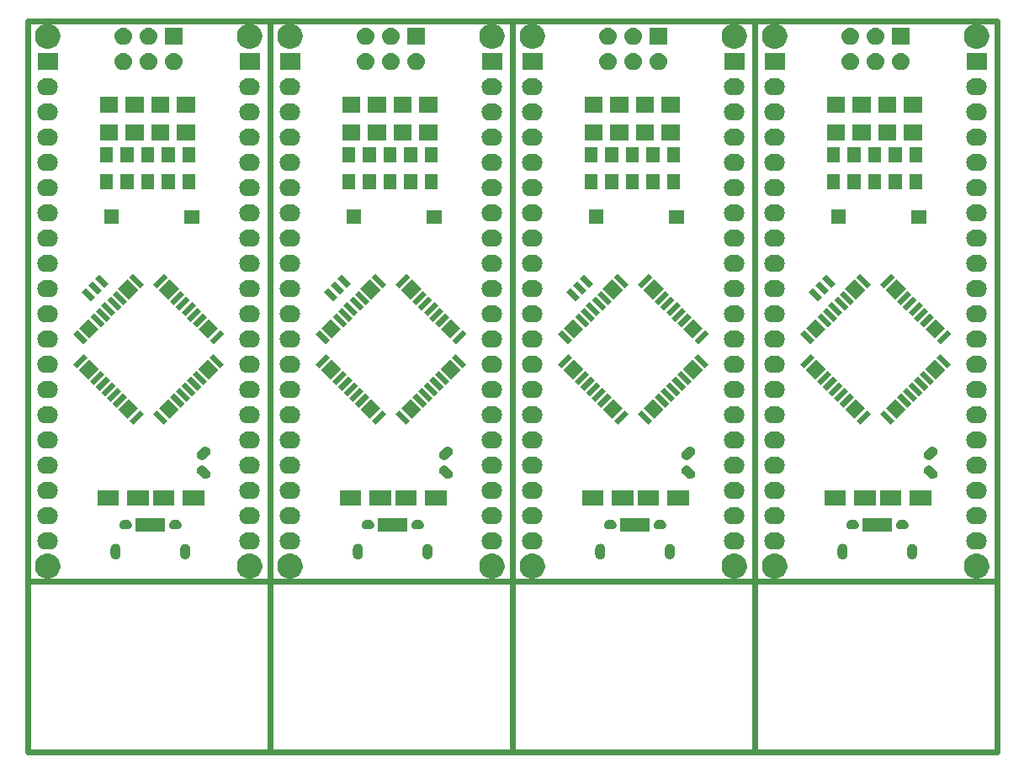
<source format=gbr>
G04 #@! TF.GenerationSoftware,KiCad,Pcbnew,6.0.0-rc1-unknown-9cac0a3~66~ubuntu16.04.1*
G04 #@! TF.CreationDate,2019-01-23T08:05:13+01:00
G04 #@! TF.ProjectId,nano324,6e616e6f-3332-4342-9e6b-696361645f70,rev?*
G04 #@! TF.SameCoordinates,Original*
G04 #@! TF.FileFunction,Soldermask,Top*
G04 #@! TF.FilePolarity,Negative*
%FSLAX46Y46*%
G04 Gerber Fmt 4.6, Leading zero omitted, Abs format (unit mm)*
G04 Created by KiCad (PCBNEW 6.0.0-rc1-unknown-9cac0a3~66~ubuntu16.04.1) date St 23. január 2019, 08:05:13 CET*
%MOMM*%
%LPD*%
G04 APERTURE LIST*
%ADD10C,0.600000*%
%ADD11C,0.100000*%
G04 APERTURE END LIST*
D10*
X181864000Y-114300000D02*
X181864000Y-131445000D01*
X157480000Y-114300000D02*
X157480000Y-131445000D01*
X133096000Y-114300000D02*
X133096000Y-131445000D01*
X206248000Y-131445000D02*
X206248000Y-124968000D01*
X108712000Y-131445000D02*
X206248000Y-131445000D01*
X206248000Y-114300000D02*
X206248000Y-124968000D01*
X108712000Y-114300000D02*
X108712000Y-131445000D01*
X206248000Y-114300000D02*
X181864000Y-114300000D01*
X181864000Y-114300000D02*
X181864000Y-57912000D01*
X181864000Y-57912000D02*
X206248000Y-57912000D01*
X206248000Y-57912000D02*
X206248000Y-114300000D01*
X181864000Y-114300000D02*
X157480000Y-114300000D01*
X157480000Y-114300000D02*
X157480000Y-57912000D01*
X157480000Y-57912000D02*
X181864000Y-57912000D01*
X181864000Y-57912000D02*
X181864000Y-114300000D01*
X157480000Y-114300000D02*
X133096000Y-114300000D01*
X133096000Y-114300000D02*
X133096000Y-57912000D01*
X133096000Y-57912000D02*
X157480000Y-57912000D01*
X157480000Y-57912000D02*
X157480000Y-114300000D01*
X133096000Y-57912000D02*
X133096000Y-114300000D01*
X108712000Y-57912000D02*
X133096000Y-57912000D01*
X108712000Y-114300000D02*
X108712000Y-57912000D01*
X133096000Y-114300000D02*
X108712000Y-114300000D01*
D11*
G36*
X204463765Y-111530403D02*
G01*
X204586445Y-111554805D01*
X204817571Y-111650541D01*
X205025581Y-111789529D01*
X205202471Y-111966419D01*
X205202473Y-111966422D01*
X205341459Y-112174429D01*
X205437195Y-112405555D01*
X205486000Y-112650916D01*
X205486000Y-112901084D01*
X205437195Y-113146445D01*
X205341459Y-113377571D01*
X205202471Y-113585581D01*
X205025581Y-113762471D01*
X205025578Y-113762473D01*
X204817571Y-113901459D01*
X204586445Y-113997195D01*
X204463765Y-114021597D01*
X204341086Y-114046000D01*
X204090914Y-114046000D01*
X203968235Y-114021597D01*
X203845555Y-113997195D01*
X203614429Y-113901459D01*
X203406422Y-113762473D01*
X203406419Y-113762471D01*
X203229529Y-113585581D01*
X203090541Y-113377571D01*
X202994805Y-113146445D01*
X202946000Y-112901084D01*
X202946000Y-112650916D01*
X202994805Y-112405555D01*
X203090541Y-112174429D01*
X203229527Y-111966422D01*
X203229529Y-111966419D01*
X203406419Y-111789529D01*
X203614429Y-111650541D01*
X203845555Y-111554805D01*
X203968235Y-111530403D01*
X204090914Y-111506000D01*
X204341086Y-111506000D01*
X204463765Y-111530403D01*
X204463765Y-111530403D01*
G37*
G36*
X180079765Y-111530403D02*
G01*
X180202445Y-111554805D01*
X180433571Y-111650541D01*
X180641581Y-111789529D01*
X180818471Y-111966419D01*
X180818473Y-111966422D01*
X180957459Y-112174429D01*
X181053195Y-112405555D01*
X181102000Y-112650916D01*
X181102000Y-112901084D01*
X181053195Y-113146445D01*
X180957459Y-113377571D01*
X180818471Y-113585581D01*
X180641581Y-113762471D01*
X180641578Y-113762473D01*
X180433571Y-113901459D01*
X180202445Y-113997195D01*
X180079765Y-114021597D01*
X179957086Y-114046000D01*
X179706914Y-114046000D01*
X179584235Y-114021597D01*
X179461555Y-113997195D01*
X179230429Y-113901459D01*
X179022422Y-113762473D01*
X179022419Y-113762471D01*
X178845529Y-113585581D01*
X178706541Y-113377571D01*
X178610805Y-113146445D01*
X178562000Y-112901084D01*
X178562000Y-112650916D01*
X178610805Y-112405555D01*
X178706541Y-112174429D01*
X178845527Y-111966422D01*
X178845529Y-111966419D01*
X179022419Y-111789529D01*
X179230429Y-111650541D01*
X179461555Y-111554805D01*
X179584235Y-111530403D01*
X179706914Y-111506000D01*
X179957086Y-111506000D01*
X180079765Y-111530403D01*
X180079765Y-111530403D01*
G37*
G36*
X184143765Y-111530403D02*
G01*
X184266445Y-111554805D01*
X184497571Y-111650541D01*
X184705581Y-111789529D01*
X184882471Y-111966419D01*
X184882473Y-111966422D01*
X185021459Y-112174429D01*
X185117195Y-112405555D01*
X185166000Y-112650916D01*
X185166000Y-112901084D01*
X185117195Y-113146445D01*
X185021459Y-113377571D01*
X184882471Y-113585581D01*
X184705581Y-113762471D01*
X184705578Y-113762473D01*
X184497571Y-113901459D01*
X184266445Y-113997195D01*
X184143765Y-114021597D01*
X184021086Y-114046000D01*
X183770914Y-114046000D01*
X183648235Y-114021597D01*
X183525555Y-113997195D01*
X183294429Y-113901459D01*
X183086422Y-113762473D01*
X183086419Y-113762471D01*
X182909529Y-113585581D01*
X182770541Y-113377571D01*
X182674805Y-113146445D01*
X182626000Y-112901084D01*
X182626000Y-112650916D01*
X182674805Y-112405555D01*
X182770541Y-112174429D01*
X182909527Y-111966422D01*
X182909529Y-111966419D01*
X183086419Y-111789529D01*
X183294429Y-111650541D01*
X183525555Y-111554805D01*
X183648235Y-111530403D01*
X183770914Y-111506000D01*
X184021086Y-111506000D01*
X184143765Y-111530403D01*
X184143765Y-111530403D01*
G37*
G36*
X159759765Y-111530403D02*
G01*
X159882445Y-111554805D01*
X160113571Y-111650541D01*
X160321581Y-111789529D01*
X160498471Y-111966419D01*
X160498473Y-111966422D01*
X160637459Y-112174429D01*
X160733195Y-112405555D01*
X160782000Y-112650916D01*
X160782000Y-112901084D01*
X160733195Y-113146445D01*
X160637459Y-113377571D01*
X160498471Y-113585581D01*
X160321581Y-113762471D01*
X160321578Y-113762473D01*
X160113571Y-113901459D01*
X159882445Y-113997195D01*
X159759765Y-114021597D01*
X159637086Y-114046000D01*
X159386914Y-114046000D01*
X159264235Y-114021597D01*
X159141555Y-113997195D01*
X158910429Y-113901459D01*
X158702422Y-113762473D01*
X158702419Y-113762471D01*
X158525529Y-113585581D01*
X158386541Y-113377571D01*
X158290805Y-113146445D01*
X158242000Y-112901084D01*
X158242000Y-112650916D01*
X158290805Y-112405555D01*
X158386541Y-112174429D01*
X158525527Y-111966422D01*
X158525529Y-111966419D01*
X158702419Y-111789529D01*
X158910429Y-111650541D01*
X159141555Y-111554805D01*
X159264235Y-111530403D01*
X159386914Y-111506000D01*
X159637086Y-111506000D01*
X159759765Y-111530403D01*
X159759765Y-111530403D01*
G37*
G36*
X155695765Y-111530403D02*
G01*
X155818445Y-111554805D01*
X156049571Y-111650541D01*
X156257581Y-111789529D01*
X156434471Y-111966419D01*
X156434473Y-111966422D01*
X156573459Y-112174429D01*
X156669195Y-112405555D01*
X156718000Y-112650916D01*
X156718000Y-112901084D01*
X156669195Y-113146445D01*
X156573459Y-113377571D01*
X156434471Y-113585581D01*
X156257581Y-113762471D01*
X156257578Y-113762473D01*
X156049571Y-113901459D01*
X155818445Y-113997195D01*
X155695765Y-114021597D01*
X155573086Y-114046000D01*
X155322914Y-114046000D01*
X155200235Y-114021597D01*
X155077555Y-113997195D01*
X154846429Y-113901459D01*
X154638422Y-113762473D01*
X154638419Y-113762471D01*
X154461529Y-113585581D01*
X154322541Y-113377571D01*
X154226805Y-113146445D01*
X154178000Y-112901084D01*
X154178000Y-112650916D01*
X154226805Y-112405555D01*
X154322541Y-112174429D01*
X154461527Y-111966422D01*
X154461529Y-111966419D01*
X154638419Y-111789529D01*
X154846429Y-111650541D01*
X155077555Y-111554805D01*
X155200235Y-111530403D01*
X155322914Y-111506000D01*
X155573086Y-111506000D01*
X155695765Y-111530403D01*
X155695765Y-111530403D01*
G37*
G36*
X110991765Y-111530403D02*
G01*
X111114445Y-111554805D01*
X111345571Y-111650541D01*
X111553581Y-111789529D01*
X111730471Y-111966419D01*
X111730473Y-111966422D01*
X111869459Y-112174429D01*
X111965195Y-112405555D01*
X112014000Y-112650916D01*
X112014000Y-112901084D01*
X111965195Y-113146445D01*
X111869459Y-113377571D01*
X111730471Y-113585581D01*
X111553581Y-113762471D01*
X111553578Y-113762473D01*
X111345571Y-113901459D01*
X111114445Y-113997195D01*
X110991765Y-114021597D01*
X110869086Y-114046000D01*
X110618914Y-114046000D01*
X110496235Y-114021597D01*
X110373555Y-113997195D01*
X110142429Y-113901459D01*
X109934422Y-113762473D01*
X109934419Y-113762471D01*
X109757529Y-113585581D01*
X109618541Y-113377571D01*
X109522805Y-113146445D01*
X109474000Y-112901084D01*
X109474000Y-112650916D01*
X109522805Y-112405555D01*
X109618541Y-112174429D01*
X109757527Y-111966422D01*
X109757529Y-111966419D01*
X109934419Y-111789529D01*
X110142429Y-111650541D01*
X110373555Y-111554805D01*
X110496235Y-111530403D01*
X110618914Y-111506000D01*
X110869086Y-111506000D01*
X110991765Y-111530403D01*
X110991765Y-111530403D01*
G37*
G36*
X131311765Y-111530403D02*
G01*
X131434445Y-111554805D01*
X131665571Y-111650541D01*
X131873581Y-111789529D01*
X132050471Y-111966419D01*
X132050473Y-111966422D01*
X132189459Y-112174429D01*
X132285195Y-112405555D01*
X132334000Y-112650916D01*
X132334000Y-112901084D01*
X132285195Y-113146445D01*
X132189459Y-113377571D01*
X132050471Y-113585581D01*
X131873581Y-113762471D01*
X131873578Y-113762473D01*
X131665571Y-113901459D01*
X131434445Y-113997195D01*
X131311765Y-114021597D01*
X131189086Y-114046000D01*
X130938914Y-114046000D01*
X130816235Y-114021597D01*
X130693555Y-113997195D01*
X130462429Y-113901459D01*
X130254422Y-113762473D01*
X130254419Y-113762471D01*
X130077529Y-113585581D01*
X129938541Y-113377571D01*
X129842805Y-113146445D01*
X129794000Y-112901084D01*
X129794000Y-112650916D01*
X129842805Y-112405555D01*
X129938541Y-112174429D01*
X130077527Y-111966422D01*
X130077529Y-111966419D01*
X130254419Y-111789529D01*
X130462429Y-111650541D01*
X130693555Y-111554805D01*
X130816235Y-111530403D01*
X130938914Y-111506000D01*
X131189086Y-111506000D01*
X131311765Y-111530403D01*
X131311765Y-111530403D01*
G37*
G36*
X135375765Y-111530403D02*
G01*
X135498445Y-111554805D01*
X135729571Y-111650541D01*
X135937581Y-111789529D01*
X136114471Y-111966419D01*
X136114473Y-111966422D01*
X136253459Y-112174429D01*
X136349195Y-112405555D01*
X136398000Y-112650916D01*
X136398000Y-112901084D01*
X136349195Y-113146445D01*
X136253459Y-113377571D01*
X136114471Y-113585581D01*
X135937581Y-113762471D01*
X135937578Y-113762473D01*
X135729571Y-113901459D01*
X135498445Y-113997195D01*
X135375765Y-114021597D01*
X135253086Y-114046000D01*
X135002914Y-114046000D01*
X134880235Y-114021597D01*
X134757555Y-113997195D01*
X134526429Y-113901459D01*
X134318422Y-113762473D01*
X134318419Y-113762471D01*
X134141529Y-113585581D01*
X134002541Y-113377571D01*
X133906805Y-113146445D01*
X133858000Y-112901084D01*
X133858000Y-112650916D01*
X133906805Y-112405555D01*
X134002541Y-112174429D01*
X134141527Y-111966422D01*
X134141529Y-111966419D01*
X134318419Y-111789529D01*
X134526429Y-111650541D01*
X134757555Y-111554805D01*
X134880235Y-111530403D01*
X135002914Y-111506000D01*
X135253086Y-111506000D01*
X135375765Y-111530403D01*
X135375765Y-111530403D01*
G37*
G36*
X197841114Y-110531694D02*
G01*
X197935367Y-110560285D01*
X197976163Y-110582091D01*
X198022229Y-110606714D01*
X198098364Y-110669196D01*
X198098365Y-110669198D01*
X198098367Y-110669199D01*
X198138508Y-110718112D01*
X198160846Y-110745331D01*
X198182457Y-110785763D01*
X198207275Y-110832192D01*
X198235866Y-110926445D01*
X198243100Y-110999896D01*
X198243100Y-111599024D01*
X198235866Y-111672475D01*
X198207275Y-111766728D01*
X198195088Y-111789527D01*
X198160846Y-111853589D01*
X198098364Y-111929724D01*
X198022229Y-111992206D01*
X197981797Y-112013817D01*
X197935368Y-112038635D01*
X197841115Y-112067226D01*
X197743100Y-112076879D01*
X197645086Y-112067226D01*
X197550833Y-112038635D01*
X197504404Y-112013817D01*
X197463972Y-111992206D01*
X197387837Y-111929724D01*
X197325355Y-111853589D01*
X197311489Y-111827648D01*
X197278924Y-111766725D01*
X197250334Y-111672475D01*
X197243100Y-111599024D01*
X197243100Y-110999897D01*
X197250334Y-110926446D01*
X197278925Y-110832193D01*
X197300731Y-110791397D01*
X197325354Y-110745331D01*
X197387836Y-110669196D01*
X197387838Y-110669195D01*
X197387839Y-110669193D01*
X197463970Y-110606715D01*
X197463969Y-110606715D01*
X197463971Y-110606714D01*
X197504403Y-110585103D01*
X197550832Y-110560285D01*
X197645085Y-110531694D01*
X197743100Y-110522041D01*
X197841114Y-110531694D01*
X197841114Y-110531694D01*
G37*
G36*
X190841114Y-110531694D02*
G01*
X190935367Y-110560285D01*
X190976163Y-110582091D01*
X191022229Y-110606714D01*
X191098364Y-110669196D01*
X191098365Y-110669198D01*
X191098367Y-110669199D01*
X191138508Y-110718112D01*
X191160846Y-110745331D01*
X191182457Y-110785763D01*
X191207275Y-110832192D01*
X191235866Y-110926445D01*
X191243100Y-110999896D01*
X191243100Y-111599024D01*
X191235866Y-111672475D01*
X191207275Y-111766728D01*
X191195088Y-111789527D01*
X191160846Y-111853589D01*
X191098364Y-111929724D01*
X191022229Y-111992206D01*
X190981797Y-112013817D01*
X190935368Y-112038635D01*
X190841115Y-112067226D01*
X190743100Y-112076879D01*
X190645086Y-112067226D01*
X190550833Y-112038635D01*
X190504404Y-112013817D01*
X190463972Y-111992206D01*
X190387837Y-111929724D01*
X190325355Y-111853589D01*
X190311489Y-111827648D01*
X190278924Y-111766725D01*
X190250334Y-111672475D01*
X190243100Y-111599024D01*
X190243100Y-110999897D01*
X190250334Y-110926446D01*
X190278925Y-110832193D01*
X190300731Y-110791397D01*
X190325354Y-110745331D01*
X190387836Y-110669196D01*
X190387838Y-110669195D01*
X190387839Y-110669193D01*
X190463970Y-110606715D01*
X190463969Y-110606715D01*
X190463971Y-110606714D01*
X190504403Y-110585103D01*
X190550832Y-110560285D01*
X190645085Y-110531694D01*
X190743100Y-110522041D01*
X190841114Y-110531694D01*
X190841114Y-110531694D01*
G37*
G36*
X124689114Y-110531694D02*
G01*
X124783367Y-110560285D01*
X124824163Y-110582091D01*
X124870229Y-110606714D01*
X124946364Y-110669196D01*
X124946365Y-110669198D01*
X124946367Y-110669199D01*
X124986508Y-110718112D01*
X125008846Y-110745331D01*
X125030457Y-110785763D01*
X125055275Y-110832192D01*
X125083866Y-110926445D01*
X125091100Y-110999896D01*
X125091100Y-111599024D01*
X125083866Y-111672475D01*
X125055275Y-111766728D01*
X125043088Y-111789527D01*
X125008846Y-111853589D01*
X124946364Y-111929724D01*
X124870229Y-111992206D01*
X124829797Y-112013817D01*
X124783368Y-112038635D01*
X124689115Y-112067226D01*
X124591100Y-112076879D01*
X124493086Y-112067226D01*
X124398833Y-112038635D01*
X124352404Y-112013817D01*
X124311972Y-111992206D01*
X124235837Y-111929724D01*
X124173355Y-111853589D01*
X124159489Y-111827648D01*
X124126924Y-111766725D01*
X124098334Y-111672475D01*
X124091100Y-111599024D01*
X124091100Y-110999897D01*
X124098334Y-110926446D01*
X124126925Y-110832193D01*
X124148731Y-110791397D01*
X124173354Y-110745331D01*
X124235836Y-110669196D01*
X124235838Y-110669195D01*
X124235839Y-110669193D01*
X124311970Y-110606715D01*
X124311969Y-110606715D01*
X124311971Y-110606714D01*
X124352403Y-110585103D01*
X124398832Y-110560285D01*
X124493085Y-110531694D01*
X124591100Y-110522041D01*
X124689114Y-110531694D01*
X124689114Y-110531694D01*
G37*
G36*
X173457114Y-110531694D02*
G01*
X173551367Y-110560285D01*
X173592163Y-110582091D01*
X173638229Y-110606714D01*
X173714364Y-110669196D01*
X173714365Y-110669198D01*
X173714367Y-110669199D01*
X173754508Y-110718112D01*
X173776846Y-110745331D01*
X173798457Y-110785763D01*
X173823275Y-110832192D01*
X173851866Y-110926445D01*
X173859100Y-110999896D01*
X173859100Y-111599024D01*
X173851866Y-111672475D01*
X173823275Y-111766728D01*
X173811088Y-111789527D01*
X173776846Y-111853589D01*
X173714364Y-111929724D01*
X173638229Y-111992206D01*
X173597797Y-112013817D01*
X173551368Y-112038635D01*
X173457115Y-112067226D01*
X173359100Y-112076879D01*
X173261086Y-112067226D01*
X173166833Y-112038635D01*
X173120404Y-112013817D01*
X173079972Y-111992206D01*
X173003837Y-111929724D01*
X172941355Y-111853589D01*
X172927489Y-111827648D01*
X172894924Y-111766725D01*
X172866334Y-111672475D01*
X172859100Y-111599024D01*
X172859100Y-110999897D01*
X172866334Y-110926446D01*
X172894925Y-110832193D01*
X172916731Y-110791397D01*
X172941354Y-110745331D01*
X173003836Y-110669196D01*
X173003838Y-110669195D01*
X173003839Y-110669193D01*
X173079970Y-110606715D01*
X173079969Y-110606715D01*
X173079971Y-110606714D01*
X173120403Y-110585103D01*
X173166832Y-110560285D01*
X173261085Y-110531694D01*
X173359100Y-110522041D01*
X173457114Y-110531694D01*
X173457114Y-110531694D01*
G37*
G36*
X166457114Y-110531694D02*
G01*
X166551367Y-110560285D01*
X166592163Y-110582091D01*
X166638229Y-110606714D01*
X166714364Y-110669196D01*
X166714365Y-110669198D01*
X166714367Y-110669199D01*
X166754508Y-110718112D01*
X166776846Y-110745331D01*
X166798457Y-110785763D01*
X166823275Y-110832192D01*
X166851866Y-110926445D01*
X166859100Y-110999896D01*
X166859100Y-111599024D01*
X166851866Y-111672475D01*
X166823275Y-111766728D01*
X166811088Y-111789527D01*
X166776846Y-111853589D01*
X166714364Y-111929724D01*
X166638229Y-111992206D01*
X166597797Y-112013817D01*
X166551368Y-112038635D01*
X166457115Y-112067226D01*
X166359100Y-112076879D01*
X166261086Y-112067226D01*
X166166833Y-112038635D01*
X166120404Y-112013817D01*
X166079972Y-111992206D01*
X166003837Y-111929724D01*
X165941355Y-111853589D01*
X165927489Y-111827648D01*
X165894924Y-111766725D01*
X165866334Y-111672475D01*
X165859100Y-111599024D01*
X165859100Y-110999897D01*
X165866334Y-110926446D01*
X165894925Y-110832193D01*
X165916731Y-110791397D01*
X165941354Y-110745331D01*
X166003836Y-110669196D01*
X166003838Y-110669195D01*
X166003839Y-110669193D01*
X166079970Y-110606715D01*
X166079969Y-110606715D01*
X166079971Y-110606714D01*
X166120403Y-110585103D01*
X166166832Y-110560285D01*
X166261085Y-110531694D01*
X166359100Y-110522041D01*
X166457114Y-110531694D01*
X166457114Y-110531694D01*
G37*
G36*
X149073114Y-110531694D02*
G01*
X149167367Y-110560285D01*
X149208163Y-110582091D01*
X149254229Y-110606714D01*
X149330364Y-110669196D01*
X149330365Y-110669198D01*
X149330367Y-110669199D01*
X149370508Y-110718112D01*
X149392846Y-110745331D01*
X149414457Y-110785763D01*
X149439275Y-110832192D01*
X149467866Y-110926445D01*
X149475100Y-110999896D01*
X149475100Y-111599024D01*
X149467866Y-111672475D01*
X149439275Y-111766728D01*
X149427088Y-111789527D01*
X149392846Y-111853589D01*
X149330364Y-111929724D01*
X149254229Y-111992206D01*
X149213797Y-112013817D01*
X149167368Y-112038635D01*
X149073115Y-112067226D01*
X148975100Y-112076879D01*
X148877086Y-112067226D01*
X148782833Y-112038635D01*
X148736404Y-112013817D01*
X148695972Y-111992206D01*
X148619837Y-111929724D01*
X148557355Y-111853589D01*
X148543489Y-111827648D01*
X148510924Y-111766725D01*
X148482334Y-111672475D01*
X148475100Y-111599024D01*
X148475100Y-110999897D01*
X148482334Y-110926446D01*
X148510925Y-110832193D01*
X148532731Y-110791397D01*
X148557354Y-110745331D01*
X148619836Y-110669196D01*
X148619838Y-110669195D01*
X148619839Y-110669193D01*
X148695970Y-110606715D01*
X148695969Y-110606715D01*
X148695971Y-110606714D01*
X148736403Y-110585103D01*
X148782832Y-110560285D01*
X148877085Y-110531694D01*
X148975100Y-110522041D01*
X149073114Y-110531694D01*
X149073114Y-110531694D01*
G37*
G36*
X142073114Y-110531694D02*
G01*
X142167367Y-110560285D01*
X142208163Y-110582091D01*
X142254229Y-110606714D01*
X142330364Y-110669196D01*
X142330365Y-110669198D01*
X142330367Y-110669199D01*
X142370508Y-110718112D01*
X142392846Y-110745331D01*
X142414457Y-110785763D01*
X142439275Y-110832192D01*
X142467866Y-110926445D01*
X142475100Y-110999896D01*
X142475100Y-111599024D01*
X142467866Y-111672475D01*
X142439275Y-111766728D01*
X142427088Y-111789527D01*
X142392846Y-111853589D01*
X142330364Y-111929724D01*
X142254229Y-111992206D01*
X142213797Y-112013817D01*
X142167368Y-112038635D01*
X142073115Y-112067226D01*
X141975100Y-112076879D01*
X141877086Y-112067226D01*
X141782833Y-112038635D01*
X141736404Y-112013817D01*
X141695972Y-111992206D01*
X141619837Y-111929724D01*
X141557355Y-111853589D01*
X141543489Y-111827648D01*
X141510924Y-111766725D01*
X141482334Y-111672475D01*
X141475100Y-111599024D01*
X141475100Y-110999897D01*
X141482334Y-110926446D01*
X141510925Y-110832193D01*
X141532731Y-110791397D01*
X141557354Y-110745331D01*
X141619836Y-110669196D01*
X141619838Y-110669195D01*
X141619839Y-110669193D01*
X141695970Y-110606715D01*
X141695969Y-110606715D01*
X141695971Y-110606714D01*
X141736403Y-110585103D01*
X141782832Y-110560285D01*
X141877085Y-110531694D01*
X141975100Y-110522041D01*
X142073114Y-110531694D01*
X142073114Y-110531694D01*
G37*
G36*
X117689114Y-110531694D02*
G01*
X117783367Y-110560285D01*
X117824163Y-110582091D01*
X117870229Y-110606714D01*
X117946364Y-110669196D01*
X117946365Y-110669198D01*
X117946367Y-110669199D01*
X117986508Y-110718112D01*
X118008846Y-110745331D01*
X118030457Y-110785763D01*
X118055275Y-110832192D01*
X118083866Y-110926445D01*
X118091100Y-110999896D01*
X118091100Y-111599024D01*
X118083866Y-111672475D01*
X118055275Y-111766728D01*
X118043088Y-111789527D01*
X118008846Y-111853589D01*
X117946364Y-111929724D01*
X117870229Y-111992206D01*
X117829797Y-112013817D01*
X117783368Y-112038635D01*
X117689115Y-112067226D01*
X117591100Y-112076879D01*
X117493086Y-112067226D01*
X117398833Y-112038635D01*
X117352404Y-112013817D01*
X117311972Y-111992206D01*
X117235837Y-111929724D01*
X117173355Y-111853589D01*
X117159489Y-111827648D01*
X117126924Y-111766725D01*
X117098334Y-111672475D01*
X117091100Y-111599024D01*
X117091100Y-110999897D01*
X117098334Y-110926446D01*
X117126925Y-110832193D01*
X117148731Y-110791397D01*
X117173354Y-110745331D01*
X117235836Y-110669196D01*
X117235838Y-110669195D01*
X117235839Y-110669193D01*
X117311970Y-110606715D01*
X117311969Y-110606715D01*
X117311971Y-110606714D01*
X117352403Y-110585103D01*
X117398832Y-110560285D01*
X117493085Y-110531694D01*
X117591100Y-110522041D01*
X117689114Y-110531694D01*
X117689114Y-110531694D01*
G37*
G36*
X110981112Y-109376565D02*
G01*
X111065695Y-109384896D01*
X111186127Y-109421429D01*
X111228488Y-109434279D01*
X111378512Y-109514468D01*
X111510012Y-109622388D01*
X111617932Y-109753888D01*
X111698121Y-109903912D01*
X111698122Y-109903916D01*
X111747504Y-110066705D01*
X111764178Y-110236000D01*
X111747504Y-110405295D01*
X111712089Y-110522041D01*
X111698121Y-110568088D01*
X111617932Y-110718112D01*
X111510012Y-110849612D01*
X111378512Y-110957532D01*
X111228488Y-111037721D01*
X111186127Y-111050571D01*
X111065695Y-111087104D01*
X110981112Y-111095435D01*
X110938821Y-111099600D01*
X110549179Y-111099600D01*
X110506888Y-111095435D01*
X110422305Y-111087104D01*
X110301873Y-111050571D01*
X110259512Y-111037721D01*
X110109488Y-110957532D01*
X109977988Y-110849612D01*
X109870068Y-110718112D01*
X109789879Y-110568088D01*
X109775911Y-110522041D01*
X109740496Y-110405295D01*
X109723822Y-110236000D01*
X109740496Y-110066705D01*
X109789878Y-109903916D01*
X109789879Y-109903912D01*
X109870068Y-109753888D01*
X109977988Y-109622388D01*
X110109488Y-109514468D01*
X110259512Y-109434279D01*
X110301873Y-109421429D01*
X110422305Y-109384896D01*
X110506888Y-109376565D01*
X110549179Y-109372400D01*
X110938821Y-109372400D01*
X110981112Y-109376565D01*
X110981112Y-109376565D01*
G37*
G36*
X180069112Y-109376565D02*
G01*
X180153695Y-109384896D01*
X180274127Y-109421429D01*
X180316488Y-109434279D01*
X180466512Y-109514468D01*
X180598012Y-109622388D01*
X180705932Y-109753888D01*
X180786121Y-109903912D01*
X180786122Y-109903916D01*
X180835504Y-110066705D01*
X180852178Y-110236000D01*
X180835504Y-110405295D01*
X180800089Y-110522041D01*
X180786121Y-110568088D01*
X180705932Y-110718112D01*
X180598012Y-110849612D01*
X180466512Y-110957532D01*
X180316488Y-111037721D01*
X180274127Y-111050571D01*
X180153695Y-111087104D01*
X180069112Y-111095435D01*
X180026821Y-111099600D01*
X179637179Y-111099600D01*
X179594888Y-111095435D01*
X179510305Y-111087104D01*
X179389873Y-111050571D01*
X179347512Y-111037721D01*
X179197488Y-110957532D01*
X179065988Y-110849612D01*
X178958068Y-110718112D01*
X178877879Y-110568088D01*
X178863911Y-110522041D01*
X178828496Y-110405295D01*
X178811822Y-110236000D01*
X178828496Y-110066705D01*
X178877878Y-109903916D01*
X178877879Y-109903912D01*
X178958068Y-109753888D01*
X179065988Y-109622388D01*
X179197488Y-109514468D01*
X179347512Y-109434279D01*
X179389873Y-109421429D01*
X179510305Y-109384896D01*
X179594888Y-109376565D01*
X179637179Y-109372400D01*
X180026821Y-109372400D01*
X180069112Y-109376565D01*
X180069112Y-109376565D01*
G37*
G36*
X159749112Y-109376565D02*
G01*
X159833695Y-109384896D01*
X159954127Y-109421429D01*
X159996488Y-109434279D01*
X160146512Y-109514468D01*
X160278012Y-109622388D01*
X160385932Y-109753888D01*
X160466121Y-109903912D01*
X160466122Y-109903916D01*
X160515504Y-110066705D01*
X160532178Y-110236000D01*
X160515504Y-110405295D01*
X160480089Y-110522041D01*
X160466121Y-110568088D01*
X160385932Y-110718112D01*
X160278012Y-110849612D01*
X160146512Y-110957532D01*
X159996488Y-111037721D01*
X159954127Y-111050571D01*
X159833695Y-111087104D01*
X159749112Y-111095435D01*
X159706821Y-111099600D01*
X159317179Y-111099600D01*
X159274888Y-111095435D01*
X159190305Y-111087104D01*
X159069873Y-111050571D01*
X159027512Y-111037721D01*
X158877488Y-110957532D01*
X158745988Y-110849612D01*
X158638068Y-110718112D01*
X158557879Y-110568088D01*
X158543911Y-110522041D01*
X158508496Y-110405295D01*
X158491822Y-110236000D01*
X158508496Y-110066705D01*
X158557878Y-109903916D01*
X158557879Y-109903912D01*
X158638068Y-109753888D01*
X158745988Y-109622388D01*
X158877488Y-109514468D01*
X159027512Y-109434279D01*
X159069873Y-109421429D01*
X159190305Y-109384896D01*
X159274888Y-109376565D01*
X159317179Y-109372400D01*
X159706821Y-109372400D01*
X159749112Y-109376565D01*
X159749112Y-109376565D01*
G37*
G36*
X135365112Y-109376565D02*
G01*
X135449695Y-109384896D01*
X135570127Y-109421429D01*
X135612488Y-109434279D01*
X135762512Y-109514468D01*
X135894012Y-109622388D01*
X136001932Y-109753888D01*
X136082121Y-109903912D01*
X136082122Y-109903916D01*
X136131504Y-110066705D01*
X136148178Y-110236000D01*
X136131504Y-110405295D01*
X136096089Y-110522041D01*
X136082121Y-110568088D01*
X136001932Y-110718112D01*
X135894012Y-110849612D01*
X135762512Y-110957532D01*
X135612488Y-111037721D01*
X135570127Y-111050571D01*
X135449695Y-111087104D01*
X135365112Y-111095435D01*
X135322821Y-111099600D01*
X134933179Y-111099600D01*
X134890888Y-111095435D01*
X134806305Y-111087104D01*
X134685873Y-111050571D01*
X134643512Y-111037721D01*
X134493488Y-110957532D01*
X134361988Y-110849612D01*
X134254068Y-110718112D01*
X134173879Y-110568088D01*
X134159911Y-110522041D01*
X134124496Y-110405295D01*
X134107822Y-110236000D01*
X134124496Y-110066705D01*
X134173878Y-109903916D01*
X134173879Y-109903912D01*
X134254068Y-109753888D01*
X134361988Y-109622388D01*
X134493488Y-109514468D01*
X134643512Y-109434279D01*
X134685873Y-109421429D01*
X134806305Y-109384896D01*
X134890888Y-109376565D01*
X134933179Y-109372400D01*
X135322821Y-109372400D01*
X135365112Y-109376565D01*
X135365112Y-109376565D01*
G37*
G36*
X184133112Y-109376565D02*
G01*
X184217695Y-109384896D01*
X184338127Y-109421429D01*
X184380488Y-109434279D01*
X184530512Y-109514468D01*
X184662012Y-109622388D01*
X184769932Y-109753888D01*
X184850121Y-109903912D01*
X184850122Y-109903916D01*
X184899504Y-110066705D01*
X184916178Y-110236000D01*
X184899504Y-110405295D01*
X184864089Y-110522041D01*
X184850121Y-110568088D01*
X184769932Y-110718112D01*
X184662012Y-110849612D01*
X184530512Y-110957532D01*
X184380488Y-111037721D01*
X184338127Y-111050571D01*
X184217695Y-111087104D01*
X184133112Y-111095435D01*
X184090821Y-111099600D01*
X183701179Y-111099600D01*
X183658888Y-111095435D01*
X183574305Y-111087104D01*
X183453873Y-111050571D01*
X183411512Y-111037721D01*
X183261488Y-110957532D01*
X183129988Y-110849612D01*
X183022068Y-110718112D01*
X182941879Y-110568088D01*
X182927911Y-110522041D01*
X182892496Y-110405295D01*
X182875822Y-110236000D01*
X182892496Y-110066705D01*
X182941878Y-109903916D01*
X182941879Y-109903912D01*
X183022068Y-109753888D01*
X183129988Y-109622388D01*
X183261488Y-109514468D01*
X183411512Y-109434279D01*
X183453873Y-109421429D01*
X183574305Y-109384896D01*
X183658888Y-109376565D01*
X183701179Y-109372400D01*
X184090821Y-109372400D01*
X184133112Y-109376565D01*
X184133112Y-109376565D01*
G37*
G36*
X131301112Y-109376565D02*
G01*
X131385695Y-109384896D01*
X131506127Y-109421429D01*
X131548488Y-109434279D01*
X131698512Y-109514468D01*
X131830012Y-109622388D01*
X131937932Y-109753888D01*
X132018121Y-109903912D01*
X132018122Y-109903916D01*
X132067504Y-110066705D01*
X132084178Y-110236000D01*
X132067504Y-110405295D01*
X132032089Y-110522041D01*
X132018121Y-110568088D01*
X131937932Y-110718112D01*
X131830012Y-110849612D01*
X131698512Y-110957532D01*
X131548488Y-111037721D01*
X131506127Y-111050571D01*
X131385695Y-111087104D01*
X131301112Y-111095435D01*
X131258821Y-111099600D01*
X130869179Y-111099600D01*
X130826888Y-111095435D01*
X130742305Y-111087104D01*
X130621873Y-111050571D01*
X130579512Y-111037721D01*
X130429488Y-110957532D01*
X130297988Y-110849612D01*
X130190068Y-110718112D01*
X130109879Y-110568088D01*
X130095911Y-110522041D01*
X130060496Y-110405295D01*
X130043822Y-110236000D01*
X130060496Y-110066705D01*
X130109878Y-109903916D01*
X130109879Y-109903912D01*
X130190068Y-109753888D01*
X130297988Y-109622388D01*
X130429488Y-109514468D01*
X130579512Y-109434279D01*
X130621873Y-109421429D01*
X130742305Y-109384896D01*
X130826888Y-109376565D01*
X130869179Y-109372400D01*
X131258821Y-109372400D01*
X131301112Y-109376565D01*
X131301112Y-109376565D01*
G37*
G36*
X204453112Y-109376565D02*
G01*
X204537695Y-109384896D01*
X204658127Y-109421429D01*
X204700488Y-109434279D01*
X204850512Y-109514468D01*
X204982012Y-109622388D01*
X205089932Y-109753888D01*
X205170121Y-109903912D01*
X205170122Y-109903916D01*
X205219504Y-110066705D01*
X205236178Y-110236000D01*
X205219504Y-110405295D01*
X205184089Y-110522041D01*
X205170121Y-110568088D01*
X205089932Y-110718112D01*
X204982012Y-110849612D01*
X204850512Y-110957532D01*
X204700488Y-111037721D01*
X204658127Y-111050571D01*
X204537695Y-111087104D01*
X204453112Y-111095435D01*
X204410821Y-111099600D01*
X204021179Y-111099600D01*
X203978888Y-111095435D01*
X203894305Y-111087104D01*
X203773873Y-111050571D01*
X203731512Y-111037721D01*
X203581488Y-110957532D01*
X203449988Y-110849612D01*
X203342068Y-110718112D01*
X203261879Y-110568088D01*
X203247911Y-110522041D01*
X203212496Y-110405295D01*
X203195822Y-110236000D01*
X203212496Y-110066705D01*
X203261878Y-109903916D01*
X203261879Y-109903912D01*
X203342068Y-109753888D01*
X203449988Y-109622388D01*
X203581488Y-109514468D01*
X203731512Y-109434279D01*
X203773873Y-109421429D01*
X203894305Y-109384896D01*
X203978888Y-109376565D01*
X204021179Y-109372400D01*
X204410821Y-109372400D01*
X204453112Y-109376565D01*
X204453112Y-109376565D01*
G37*
G36*
X155685112Y-109376565D02*
G01*
X155769695Y-109384896D01*
X155890127Y-109421429D01*
X155932488Y-109434279D01*
X156082512Y-109514468D01*
X156214012Y-109622388D01*
X156321932Y-109753888D01*
X156402121Y-109903912D01*
X156402122Y-109903916D01*
X156451504Y-110066705D01*
X156468178Y-110236000D01*
X156451504Y-110405295D01*
X156416089Y-110522041D01*
X156402121Y-110568088D01*
X156321932Y-110718112D01*
X156214012Y-110849612D01*
X156082512Y-110957532D01*
X155932488Y-111037721D01*
X155890127Y-111050571D01*
X155769695Y-111087104D01*
X155685112Y-111095435D01*
X155642821Y-111099600D01*
X155253179Y-111099600D01*
X155210888Y-111095435D01*
X155126305Y-111087104D01*
X155005873Y-111050571D01*
X154963512Y-111037721D01*
X154813488Y-110957532D01*
X154681988Y-110849612D01*
X154574068Y-110718112D01*
X154493879Y-110568088D01*
X154479911Y-110522041D01*
X154444496Y-110405295D01*
X154427822Y-110236000D01*
X154444496Y-110066705D01*
X154493878Y-109903916D01*
X154493879Y-109903912D01*
X154574068Y-109753888D01*
X154681988Y-109622388D01*
X154813488Y-109514468D01*
X154963512Y-109434279D01*
X155005873Y-109421429D01*
X155126305Y-109384896D01*
X155210888Y-109376565D01*
X155253179Y-109372400D01*
X155642821Y-109372400D01*
X155685112Y-109376565D01*
X155685112Y-109376565D01*
G37*
G36*
X171359100Y-109274460D02*
G01*
X168359100Y-109274460D01*
X168359100Y-107924460D01*
X171359100Y-107924460D01*
X171359100Y-109274460D01*
X171359100Y-109274460D01*
G37*
G36*
X195743100Y-109274460D02*
G01*
X192743100Y-109274460D01*
X192743100Y-107924460D01*
X195743100Y-107924460D01*
X195743100Y-109274460D01*
X195743100Y-109274460D01*
G37*
G36*
X122591100Y-109274460D02*
G01*
X119591100Y-109274460D01*
X119591100Y-107924460D01*
X122591100Y-107924460D01*
X122591100Y-109274460D01*
X122591100Y-109274460D01*
G37*
G36*
X146975100Y-109274460D02*
G01*
X143975100Y-109274460D01*
X143975100Y-107924460D01*
X146975100Y-107924460D01*
X146975100Y-109274460D01*
X146975100Y-109274460D01*
G37*
G36*
X196951324Y-108127897D02*
G01*
X196986216Y-108131333D01*
X197038781Y-108147278D01*
X197075758Y-108158495D01*
X197158273Y-108202600D01*
X197230601Y-108261959D01*
X197289960Y-108334287D01*
X197334065Y-108416802D01*
X197334066Y-108416806D01*
X197358612Y-108497722D01*
X197361227Y-108506345D01*
X197370398Y-108599460D01*
X197361227Y-108692575D01*
X197334065Y-108782118D01*
X197289960Y-108864633D01*
X197230601Y-108936961D01*
X197158273Y-108996320D01*
X197075758Y-109040425D01*
X197038781Y-109051642D01*
X196986216Y-109067587D01*
X196951324Y-109071023D01*
X196916433Y-109074460D01*
X196569767Y-109074460D01*
X196534876Y-109071023D01*
X196499984Y-109067587D01*
X196447419Y-109051642D01*
X196410442Y-109040425D01*
X196327927Y-108996320D01*
X196255599Y-108936961D01*
X196196240Y-108864633D01*
X196152135Y-108782118D01*
X196124973Y-108692575D01*
X196115802Y-108599460D01*
X196124973Y-108506345D01*
X196127589Y-108497722D01*
X196152134Y-108416806D01*
X196152135Y-108416802D01*
X196196240Y-108334287D01*
X196255599Y-108261959D01*
X196327927Y-108202600D01*
X196410442Y-108158495D01*
X196447419Y-108147278D01*
X196499984Y-108131333D01*
X196534876Y-108127897D01*
X196569767Y-108124460D01*
X196916433Y-108124460D01*
X196951324Y-108127897D01*
X196951324Y-108127897D01*
G37*
G36*
X191951324Y-108127897D02*
G01*
X191986216Y-108131333D01*
X192038781Y-108147278D01*
X192075758Y-108158495D01*
X192158273Y-108202600D01*
X192230601Y-108261959D01*
X192289960Y-108334287D01*
X192334065Y-108416802D01*
X192334066Y-108416806D01*
X192358612Y-108497722D01*
X192361227Y-108506345D01*
X192370398Y-108599460D01*
X192361227Y-108692575D01*
X192334065Y-108782118D01*
X192289960Y-108864633D01*
X192230601Y-108936961D01*
X192158273Y-108996320D01*
X192075758Y-109040425D01*
X192038781Y-109051642D01*
X191986216Y-109067587D01*
X191951324Y-109071023D01*
X191916433Y-109074460D01*
X191569767Y-109074460D01*
X191534876Y-109071023D01*
X191499984Y-109067587D01*
X191447419Y-109051642D01*
X191410442Y-109040425D01*
X191327927Y-108996320D01*
X191255599Y-108936961D01*
X191196240Y-108864633D01*
X191152135Y-108782118D01*
X191124973Y-108692575D01*
X191115802Y-108599460D01*
X191124973Y-108506345D01*
X191127589Y-108497722D01*
X191152134Y-108416806D01*
X191152135Y-108416802D01*
X191196240Y-108334287D01*
X191255599Y-108261959D01*
X191327927Y-108202600D01*
X191410442Y-108158495D01*
X191447419Y-108147278D01*
X191499984Y-108131333D01*
X191534876Y-108127897D01*
X191569767Y-108124460D01*
X191916433Y-108124460D01*
X191951324Y-108127897D01*
X191951324Y-108127897D01*
G37*
G36*
X148183324Y-108127897D02*
G01*
X148218216Y-108131333D01*
X148270781Y-108147278D01*
X148307758Y-108158495D01*
X148390273Y-108202600D01*
X148462601Y-108261959D01*
X148521960Y-108334287D01*
X148566065Y-108416802D01*
X148566066Y-108416806D01*
X148590612Y-108497722D01*
X148593227Y-108506345D01*
X148602398Y-108599460D01*
X148593227Y-108692575D01*
X148566065Y-108782118D01*
X148521960Y-108864633D01*
X148462601Y-108936961D01*
X148390273Y-108996320D01*
X148307758Y-109040425D01*
X148270781Y-109051642D01*
X148218216Y-109067587D01*
X148183324Y-109071023D01*
X148148433Y-109074460D01*
X147801767Y-109074460D01*
X147766876Y-109071023D01*
X147731984Y-109067587D01*
X147679419Y-109051642D01*
X147642442Y-109040425D01*
X147559927Y-108996320D01*
X147487599Y-108936961D01*
X147428240Y-108864633D01*
X147384135Y-108782118D01*
X147356973Y-108692575D01*
X147347802Y-108599460D01*
X147356973Y-108506345D01*
X147359589Y-108497722D01*
X147384134Y-108416806D01*
X147384135Y-108416802D01*
X147428240Y-108334287D01*
X147487599Y-108261959D01*
X147559927Y-108202600D01*
X147642442Y-108158495D01*
X147679419Y-108147278D01*
X147731984Y-108131333D01*
X147766876Y-108127897D01*
X147801767Y-108124460D01*
X148148433Y-108124460D01*
X148183324Y-108127897D01*
X148183324Y-108127897D01*
G37*
G36*
X167567324Y-108127897D02*
G01*
X167602216Y-108131333D01*
X167654781Y-108147278D01*
X167691758Y-108158495D01*
X167774273Y-108202600D01*
X167846601Y-108261959D01*
X167905960Y-108334287D01*
X167950065Y-108416802D01*
X167950066Y-108416806D01*
X167974612Y-108497722D01*
X167977227Y-108506345D01*
X167986398Y-108599460D01*
X167977227Y-108692575D01*
X167950065Y-108782118D01*
X167905960Y-108864633D01*
X167846601Y-108936961D01*
X167774273Y-108996320D01*
X167691758Y-109040425D01*
X167654781Y-109051642D01*
X167602216Y-109067587D01*
X167567324Y-109071023D01*
X167532433Y-109074460D01*
X167185767Y-109074460D01*
X167150876Y-109071023D01*
X167115984Y-109067587D01*
X167063419Y-109051642D01*
X167026442Y-109040425D01*
X166943927Y-108996320D01*
X166871599Y-108936961D01*
X166812240Y-108864633D01*
X166768135Y-108782118D01*
X166740973Y-108692575D01*
X166731802Y-108599460D01*
X166740973Y-108506345D01*
X166743589Y-108497722D01*
X166768134Y-108416806D01*
X166768135Y-108416802D01*
X166812240Y-108334287D01*
X166871599Y-108261959D01*
X166943927Y-108202600D01*
X167026442Y-108158495D01*
X167063419Y-108147278D01*
X167115984Y-108131333D01*
X167150876Y-108127897D01*
X167185767Y-108124460D01*
X167532433Y-108124460D01*
X167567324Y-108127897D01*
X167567324Y-108127897D01*
G37*
G36*
X123799324Y-108127897D02*
G01*
X123834216Y-108131333D01*
X123886781Y-108147278D01*
X123923758Y-108158495D01*
X124006273Y-108202600D01*
X124078601Y-108261959D01*
X124137960Y-108334287D01*
X124182065Y-108416802D01*
X124182066Y-108416806D01*
X124206612Y-108497722D01*
X124209227Y-108506345D01*
X124218398Y-108599460D01*
X124209227Y-108692575D01*
X124182065Y-108782118D01*
X124137960Y-108864633D01*
X124078601Y-108936961D01*
X124006273Y-108996320D01*
X123923758Y-109040425D01*
X123886781Y-109051642D01*
X123834216Y-109067587D01*
X123799324Y-109071023D01*
X123764433Y-109074460D01*
X123417767Y-109074460D01*
X123382876Y-109071023D01*
X123347984Y-109067587D01*
X123295419Y-109051642D01*
X123258442Y-109040425D01*
X123175927Y-108996320D01*
X123103599Y-108936961D01*
X123044240Y-108864633D01*
X123000135Y-108782118D01*
X122972973Y-108692575D01*
X122963802Y-108599460D01*
X122972973Y-108506345D01*
X122975589Y-108497722D01*
X123000134Y-108416806D01*
X123000135Y-108416802D01*
X123044240Y-108334287D01*
X123103599Y-108261959D01*
X123175927Y-108202600D01*
X123258442Y-108158495D01*
X123295419Y-108147278D01*
X123347984Y-108131333D01*
X123382876Y-108127897D01*
X123417767Y-108124460D01*
X123764433Y-108124460D01*
X123799324Y-108127897D01*
X123799324Y-108127897D01*
G37*
G36*
X172567324Y-108127897D02*
G01*
X172602216Y-108131333D01*
X172654781Y-108147278D01*
X172691758Y-108158495D01*
X172774273Y-108202600D01*
X172846601Y-108261959D01*
X172905960Y-108334287D01*
X172950065Y-108416802D01*
X172950066Y-108416806D01*
X172974612Y-108497722D01*
X172977227Y-108506345D01*
X172986398Y-108599460D01*
X172977227Y-108692575D01*
X172950065Y-108782118D01*
X172905960Y-108864633D01*
X172846601Y-108936961D01*
X172774273Y-108996320D01*
X172691758Y-109040425D01*
X172654781Y-109051642D01*
X172602216Y-109067587D01*
X172567324Y-109071023D01*
X172532433Y-109074460D01*
X172185767Y-109074460D01*
X172150876Y-109071023D01*
X172115984Y-109067587D01*
X172063419Y-109051642D01*
X172026442Y-109040425D01*
X171943927Y-108996320D01*
X171871599Y-108936961D01*
X171812240Y-108864633D01*
X171768135Y-108782118D01*
X171740973Y-108692575D01*
X171731802Y-108599460D01*
X171740973Y-108506345D01*
X171743589Y-108497722D01*
X171768134Y-108416806D01*
X171768135Y-108416802D01*
X171812240Y-108334287D01*
X171871599Y-108261959D01*
X171943927Y-108202600D01*
X172026442Y-108158495D01*
X172063419Y-108147278D01*
X172115984Y-108131333D01*
X172150876Y-108127897D01*
X172185767Y-108124460D01*
X172532433Y-108124460D01*
X172567324Y-108127897D01*
X172567324Y-108127897D01*
G37*
G36*
X118799324Y-108127897D02*
G01*
X118834216Y-108131333D01*
X118886781Y-108147278D01*
X118923758Y-108158495D01*
X119006273Y-108202600D01*
X119078601Y-108261959D01*
X119137960Y-108334287D01*
X119182065Y-108416802D01*
X119182066Y-108416806D01*
X119206612Y-108497722D01*
X119209227Y-108506345D01*
X119218398Y-108599460D01*
X119209227Y-108692575D01*
X119182065Y-108782118D01*
X119137960Y-108864633D01*
X119078601Y-108936961D01*
X119006273Y-108996320D01*
X118923758Y-109040425D01*
X118886781Y-109051642D01*
X118834216Y-109067587D01*
X118799324Y-109071023D01*
X118764433Y-109074460D01*
X118417767Y-109074460D01*
X118382876Y-109071023D01*
X118347984Y-109067587D01*
X118295419Y-109051642D01*
X118258442Y-109040425D01*
X118175927Y-108996320D01*
X118103599Y-108936961D01*
X118044240Y-108864633D01*
X118000135Y-108782118D01*
X117972973Y-108692575D01*
X117963802Y-108599460D01*
X117972973Y-108506345D01*
X117975589Y-108497722D01*
X118000134Y-108416806D01*
X118000135Y-108416802D01*
X118044240Y-108334287D01*
X118103599Y-108261959D01*
X118175927Y-108202600D01*
X118258442Y-108158495D01*
X118295419Y-108147278D01*
X118347984Y-108131333D01*
X118382876Y-108127897D01*
X118417767Y-108124460D01*
X118764433Y-108124460D01*
X118799324Y-108127897D01*
X118799324Y-108127897D01*
G37*
G36*
X143183324Y-108127897D02*
G01*
X143218216Y-108131333D01*
X143270781Y-108147278D01*
X143307758Y-108158495D01*
X143390273Y-108202600D01*
X143462601Y-108261959D01*
X143521960Y-108334287D01*
X143566065Y-108416802D01*
X143566066Y-108416806D01*
X143590612Y-108497722D01*
X143593227Y-108506345D01*
X143602398Y-108599460D01*
X143593227Y-108692575D01*
X143566065Y-108782118D01*
X143521960Y-108864633D01*
X143462601Y-108936961D01*
X143390273Y-108996320D01*
X143307758Y-109040425D01*
X143270781Y-109051642D01*
X143218216Y-109067587D01*
X143183324Y-109071023D01*
X143148433Y-109074460D01*
X142801767Y-109074460D01*
X142766876Y-109071023D01*
X142731984Y-109067587D01*
X142679419Y-109051642D01*
X142642442Y-109040425D01*
X142559927Y-108996320D01*
X142487599Y-108936961D01*
X142428240Y-108864633D01*
X142384135Y-108782118D01*
X142356973Y-108692575D01*
X142347802Y-108599460D01*
X142356973Y-108506345D01*
X142359589Y-108497722D01*
X142384134Y-108416806D01*
X142384135Y-108416802D01*
X142428240Y-108334287D01*
X142487599Y-108261959D01*
X142559927Y-108202600D01*
X142642442Y-108158495D01*
X142679419Y-108147278D01*
X142731984Y-108131333D01*
X142766876Y-108127897D01*
X142801767Y-108124460D01*
X143148433Y-108124460D01*
X143183324Y-108127897D01*
X143183324Y-108127897D01*
G37*
G36*
X155685112Y-106836565D02*
G01*
X155769695Y-106844896D01*
X155890127Y-106881429D01*
X155932488Y-106894279D01*
X156082512Y-106974468D01*
X156214012Y-107082388D01*
X156321932Y-107213888D01*
X156402121Y-107363912D01*
X156402122Y-107363916D01*
X156451504Y-107526705D01*
X156468178Y-107696000D01*
X156451504Y-107865295D01*
X156433556Y-107924460D01*
X156402121Y-108028088D01*
X156321932Y-108178112D01*
X156214012Y-108309612D01*
X156082512Y-108417532D01*
X155932488Y-108497721D01*
X155904058Y-108506345D01*
X155769695Y-108547104D01*
X155685112Y-108555435D01*
X155642821Y-108559600D01*
X155253179Y-108559600D01*
X155210888Y-108555435D01*
X155126305Y-108547104D01*
X154991942Y-108506345D01*
X154963512Y-108497721D01*
X154813488Y-108417532D01*
X154681988Y-108309612D01*
X154574068Y-108178112D01*
X154493879Y-108028088D01*
X154462444Y-107924460D01*
X154444496Y-107865295D01*
X154427822Y-107696000D01*
X154444496Y-107526705D01*
X154493878Y-107363916D01*
X154493879Y-107363912D01*
X154574068Y-107213888D01*
X154681988Y-107082388D01*
X154813488Y-106974468D01*
X154963512Y-106894279D01*
X155005873Y-106881429D01*
X155126305Y-106844896D01*
X155210888Y-106836565D01*
X155253179Y-106832400D01*
X155642821Y-106832400D01*
X155685112Y-106836565D01*
X155685112Y-106836565D01*
G37*
G36*
X204453112Y-106836565D02*
G01*
X204537695Y-106844896D01*
X204658127Y-106881429D01*
X204700488Y-106894279D01*
X204850512Y-106974468D01*
X204982012Y-107082388D01*
X205089932Y-107213888D01*
X205170121Y-107363912D01*
X205170122Y-107363916D01*
X205219504Y-107526705D01*
X205236178Y-107696000D01*
X205219504Y-107865295D01*
X205201556Y-107924460D01*
X205170121Y-108028088D01*
X205089932Y-108178112D01*
X204982012Y-108309612D01*
X204850512Y-108417532D01*
X204700488Y-108497721D01*
X204672058Y-108506345D01*
X204537695Y-108547104D01*
X204453112Y-108555435D01*
X204410821Y-108559600D01*
X204021179Y-108559600D01*
X203978888Y-108555435D01*
X203894305Y-108547104D01*
X203759942Y-108506345D01*
X203731512Y-108497721D01*
X203581488Y-108417532D01*
X203449988Y-108309612D01*
X203342068Y-108178112D01*
X203261879Y-108028088D01*
X203230444Y-107924460D01*
X203212496Y-107865295D01*
X203195822Y-107696000D01*
X203212496Y-107526705D01*
X203261878Y-107363916D01*
X203261879Y-107363912D01*
X203342068Y-107213888D01*
X203449988Y-107082388D01*
X203581488Y-106974468D01*
X203731512Y-106894279D01*
X203773873Y-106881429D01*
X203894305Y-106844896D01*
X203978888Y-106836565D01*
X204021179Y-106832400D01*
X204410821Y-106832400D01*
X204453112Y-106836565D01*
X204453112Y-106836565D01*
G37*
G36*
X184133112Y-106836565D02*
G01*
X184217695Y-106844896D01*
X184338127Y-106881429D01*
X184380488Y-106894279D01*
X184530512Y-106974468D01*
X184662012Y-107082388D01*
X184769932Y-107213888D01*
X184850121Y-107363912D01*
X184850122Y-107363916D01*
X184899504Y-107526705D01*
X184916178Y-107696000D01*
X184899504Y-107865295D01*
X184881556Y-107924460D01*
X184850121Y-108028088D01*
X184769932Y-108178112D01*
X184662012Y-108309612D01*
X184530512Y-108417532D01*
X184380488Y-108497721D01*
X184352058Y-108506345D01*
X184217695Y-108547104D01*
X184133112Y-108555435D01*
X184090821Y-108559600D01*
X183701179Y-108559600D01*
X183658888Y-108555435D01*
X183574305Y-108547104D01*
X183439942Y-108506345D01*
X183411512Y-108497721D01*
X183261488Y-108417532D01*
X183129988Y-108309612D01*
X183022068Y-108178112D01*
X182941879Y-108028088D01*
X182910444Y-107924460D01*
X182892496Y-107865295D01*
X182875822Y-107696000D01*
X182892496Y-107526705D01*
X182941878Y-107363916D01*
X182941879Y-107363912D01*
X183022068Y-107213888D01*
X183129988Y-107082388D01*
X183261488Y-106974468D01*
X183411512Y-106894279D01*
X183453873Y-106881429D01*
X183574305Y-106844896D01*
X183658888Y-106836565D01*
X183701179Y-106832400D01*
X184090821Y-106832400D01*
X184133112Y-106836565D01*
X184133112Y-106836565D01*
G37*
G36*
X180069112Y-106836565D02*
G01*
X180153695Y-106844896D01*
X180274127Y-106881429D01*
X180316488Y-106894279D01*
X180466512Y-106974468D01*
X180598012Y-107082388D01*
X180705932Y-107213888D01*
X180786121Y-107363912D01*
X180786122Y-107363916D01*
X180835504Y-107526705D01*
X180852178Y-107696000D01*
X180835504Y-107865295D01*
X180817556Y-107924460D01*
X180786121Y-108028088D01*
X180705932Y-108178112D01*
X180598012Y-108309612D01*
X180466512Y-108417532D01*
X180316488Y-108497721D01*
X180288058Y-108506345D01*
X180153695Y-108547104D01*
X180069112Y-108555435D01*
X180026821Y-108559600D01*
X179637179Y-108559600D01*
X179594888Y-108555435D01*
X179510305Y-108547104D01*
X179375942Y-108506345D01*
X179347512Y-108497721D01*
X179197488Y-108417532D01*
X179065988Y-108309612D01*
X178958068Y-108178112D01*
X178877879Y-108028088D01*
X178846444Y-107924460D01*
X178828496Y-107865295D01*
X178811822Y-107696000D01*
X178828496Y-107526705D01*
X178877878Y-107363916D01*
X178877879Y-107363912D01*
X178958068Y-107213888D01*
X179065988Y-107082388D01*
X179197488Y-106974468D01*
X179347512Y-106894279D01*
X179389873Y-106881429D01*
X179510305Y-106844896D01*
X179594888Y-106836565D01*
X179637179Y-106832400D01*
X180026821Y-106832400D01*
X180069112Y-106836565D01*
X180069112Y-106836565D01*
G37*
G36*
X159749112Y-106836565D02*
G01*
X159833695Y-106844896D01*
X159954127Y-106881429D01*
X159996488Y-106894279D01*
X160146512Y-106974468D01*
X160278012Y-107082388D01*
X160385932Y-107213888D01*
X160466121Y-107363912D01*
X160466122Y-107363916D01*
X160515504Y-107526705D01*
X160532178Y-107696000D01*
X160515504Y-107865295D01*
X160497556Y-107924460D01*
X160466121Y-108028088D01*
X160385932Y-108178112D01*
X160278012Y-108309612D01*
X160146512Y-108417532D01*
X159996488Y-108497721D01*
X159968058Y-108506345D01*
X159833695Y-108547104D01*
X159749112Y-108555435D01*
X159706821Y-108559600D01*
X159317179Y-108559600D01*
X159274888Y-108555435D01*
X159190305Y-108547104D01*
X159055942Y-108506345D01*
X159027512Y-108497721D01*
X158877488Y-108417532D01*
X158745988Y-108309612D01*
X158638068Y-108178112D01*
X158557879Y-108028088D01*
X158526444Y-107924460D01*
X158508496Y-107865295D01*
X158491822Y-107696000D01*
X158508496Y-107526705D01*
X158557878Y-107363916D01*
X158557879Y-107363912D01*
X158638068Y-107213888D01*
X158745988Y-107082388D01*
X158877488Y-106974468D01*
X159027512Y-106894279D01*
X159069873Y-106881429D01*
X159190305Y-106844896D01*
X159274888Y-106836565D01*
X159317179Y-106832400D01*
X159706821Y-106832400D01*
X159749112Y-106836565D01*
X159749112Y-106836565D01*
G37*
G36*
X135365112Y-106836565D02*
G01*
X135449695Y-106844896D01*
X135570127Y-106881429D01*
X135612488Y-106894279D01*
X135762512Y-106974468D01*
X135894012Y-107082388D01*
X136001932Y-107213888D01*
X136082121Y-107363912D01*
X136082122Y-107363916D01*
X136131504Y-107526705D01*
X136148178Y-107696000D01*
X136131504Y-107865295D01*
X136113556Y-107924460D01*
X136082121Y-108028088D01*
X136001932Y-108178112D01*
X135894012Y-108309612D01*
X135762512Y-108417532D01*
X135612488Y-108497721D01*
X135584058Y-108506345D01*
X135449695Y-108547104D01*
X135365112Y-108555435D01*
X135322821Y-108559600D01*
X134933179Y-108559600D01*
X134890888Y-108555435D01*
X134806305Y-108547104D01*
X134671942Y-108506345D01*
X134643512Y-108497721D01*
X134493488Y-108417532D01*
X134361988Y-108309612D01*
X134254068Y-108178112D01*
X134173879Y-108028088D01*
X134142444Y-107924460D01*
X134124496Y-107865295D01*
X134107822Y-107696000D01*
X134124496Y-107526705D01*
X134173878Y-107363916D01*
X134173879Y-107363912D01*
X134254068Y-107213888D01*
X134361988Y-107082388D01*
X134493488Y-106974468D01*
X134643512Y-106894279D01*
X134685873Y-106881429D01*
X134806305Y-106844896D01*
X134890888Y-106836565D01*
X134933179Y-106832400D01*
X135322821Y-106832400D01*
X135365112Y-106836565D01*
X135365112Y-106836565D01*
G37*
G36*
X131301112Y-106836565D02*
G01*
X131385695Y-106844896D01*
X131506127Y-106881429D01*
X131548488Y-106894279D01*
X131698512Y-106974468D01*
X131830012Y-107082388D01*
X131937932Y-107213888D01*
X132018121Y-107363912D01*
X132018122Y-107363916D01*
X132067504Y-107526705D01*
X132084178Y-107696000D01*
X132067504Y-107865295D01*
X132049556Y-107924460D01*
X132018121Y-108028088D01*
X131937932Y-108178112D01*
X131830012Y-108309612D01*
X131698512Y-108417532D01*
X131548488Y-108497721D01*
X131520058Y-108506345D01*
X131385695Y-108547104D01*
X131301112Y-108555435D01*
X131258821Y-108559600D01*
X130869179Y-108559600D01*
X130826888Y-108555435D01*
X130742305Y-108547104D01*
X130607942Y-108506345D01*
X130579512Y-108497721D01*
X130429488Y-108417532D01*
X130297988Y-108309612D01*
X130190068Y-108178112D01*
X130109879Y-108028088D01*
X130078444Y-107924460D01*
X130060496Y-107865295D01*
X130043822Y-107696000D01*
X130060496Y-107526705D01*
X130109878Y-107363916D01*
X130109879Y-107363912D01*
X130190068Y-107213888D01*
X130297988Y-107082388D01*
X130429488Y-106974468D01*
X130579512Y-106894279D01*
X130621873Y-106881429D01*
X130742305Y-106844896D01*
X130826888Y-106836565D01*
X130869179Y-106832400D01*
X131258821Y-106832400D01*
X131301112Y-106836565D01*
X131301112Y-106836565D01*
G37*
G36*
X110981112Y-106836565D02*
G01*
X111065695Y-106844896D01*
X111186127Y-106881429D01*
X111228488Y-106894279D01*
X111378512Y-106974468D01*
X111510012Y-107082388D01*
X111617932Y-107213888D01*
X111698121Y-107363912D01*
X111698122Y-107363916D01*
X111747504Y-107526705D01*
X111764178Y-107696000D01*
X111747504Y-107865295D01*
X111729556Y-107924460D01*
X111698121Y-108028088D01*
X111617932Y-108178112D01*
X111510012Y-108309612D01*
X111378512Y-108417532D01*
X111228488Y-108497721D01*
X111200058Y-108506345D01*
X111065695Y-108547104D01*
X110981112Y-108555435D01*
X110938821Y-108559600D01*
X110549179Y-108559600D01*
X110506888Y-108555435D01*
X110422305Y-108547104D01*
X110287942Y-108506345D01*
X110259512Y-108497721D01*
X110109488Y-108417532D01*
X109977988Y-108309612D01*
X109870068Y-108178112D01*
X109789879Y-108028088D01*
X109758444Y-107924460D01*
X109740496Y-107865295D01*
X109723822Y-107696000D01*
X109740496Y-107526705D01*
X109789878Y-107363916D01*
X109789879Y-107363912D01*
X109870068Y-107213888D01*
X109977988Y-107082388D01*
X110109488Y-106974468D01*
X110259512Y-106894279D01*
X110301873Y-106881429D01*
X110422305Y-106844896D01*
X110506888Y-106836565D01*
X110549179Y-106832400D01*
X110938821Y-106832400D01*
X110981112Y-106836565D01*
X110981112Y-106836565D01*
G37*
G36*
X117914420Y-106693970D02*
G01*
X115765580Y-106693970D01*
X115765580Y-105192830D01*
X117914420Y-105192830D01*
X117914420Y-106693970D01*
X117914420Y-106693970D01*
G37*
G36*
X145300700Y-106693970D02*
G01*
X143151860Y-106693970D01*
X143151860Y-105192830D01*
X145300700Y-105192830D01*
X145300700Y-106693970D01*
X145300700Y-106693970D01*
G37*
G36*
X142298420Y-106693970D02*
G01*
X140149580Y-106693970D01*
X140149580Y-105192830D01*
X142298420Y-105192830D01*
X142298420Y-106693970D01*
X142298420Y-106693970D01*
G37*
G36*
X120916700Y-106693970D02*
G01*
X118767860Y-106693970D01*
X118767860Y-105192830D01*
X120916700Y-105192830D01*
X120916700Y-106693970D01*
X120916700Y-106693970D01*
G37*
G36*
X169684700Y-106693970D02*
G01*
X167535860Y-106693970D01*
X167535860Y-105192830D01*
X169684700Y-105192830D01*
X169684700Y-106693970D01*
X169684700Y-106693970D01*
G37*
G36*
X191066420Y-106693970D02*
G01*
X188917580Y-106693970D01*
X188917580Y-105192830D01*
X191066420Y-105192830D01*
X191066420Y-106693970D01*
X191066420Y-106693970D01*
G37*
G36*
X166682420Y-106693970D02*
G01*
X164533580Y-106693970D01*
X164533580Y-105192830D01*
X166682420Y-105192830D01*
X166682420Y-106693970D01*
X166682420Y-106693970D01*
G37*
G36*
X194068700Y-106693970D02*
G01*
X191919860Y-106693970D01*
X191919860Y-105192830D01*
X194068700Y-105192830D01*
X194068700Y-106693970D01*
X194068700Y-106693970D01*
G37*
G36*
X199669400Y-106668570D02*
G01*
X197520560Y-106668570D01*
X197520560Y-105167430D01*
X199669400Y-105167430D01*
X199669400Y-106668570D01*
X199669400Y-106668570D01*
G37*
G36*
X196667120Y-106668570D02*
G01*
X194518280Y-106668570D01*
X194518280Y-105167430D01*
X196667120Y-105167430D01*
X196667120Y-106668570D01*
X196667120Y-106668570D01*
G37*
G36*
X172283120Y-106668570D02*
G01*
X170134280Y-106668570D01*
X170134280Y-105167430D01*
X172283120Y-105167430D01*
X172283120Y-106668570D01*
X172283120Y-106668570D01*
G37*
G36*
X175285400Y-106668570D02*
G01*
X173136560Y-106668570D01*
X173136560Y-105167430D01*
X175285400Y-105167430D01*
X175285400Y-106668570D01*
X175285400Y-106668570D01*
G37*
G36*
X123515120Y-106668570D02*
G01*
X121366280Y-106668570D01*
X121366280Y-105167430D01*
X123515120Y-105167430D01*
X123515120Y-106668570D01*
X123515120Y-106668570D01*
G37*
G36*
X147899120Y-106668570D02*
G01*
X145750280Y-106668570D01*
X145750280Y-105167430D01*
X147899120Y-105167430D01*
X147899120Y-106668570D01*
X147899120Y-106668570D01*
G37*
G36*
X150901400Y-106668570D02*
G01*
X148752560Y-106668570D01*
X148752560Y-105167430D01*
X150901400Y-105167430D01*
X150901400Y-106668570D01*
X150901400Y-106668570D01*
G37*
G36*
X126517400Y-106668570D02*
G01*
X124368560Y-106668570D01*
X124368560Y-105167430D01*
X126517400Y-105167430D01*
X126517400Y-106668570D01*
X126517400Y-106668570D01*
G37*
G36*
X204453112Y-104296565D02*
G01*
X204537695Y-104304896D01*
X204658127Y-104341429D01*
X204700488Y-104354279D01*
X204850512Y-104434468D01*
X204982012Y-104542388D01*
X205089932Y-104673888D01*
X205170121Y-104823912D01*
X205170122Y-104823916D01*
X205219504Y-104986705D01*
X205236178Y-105156000D01*
X205219504Y-105325295D01*
X205182971Y-105445727D01*
X205170121Y-105488088D01*
X205089932Y-105638112D01*
X204982012Y-105769612D01*
X204850512Y-105877532D01*
X204700488Y-105957721D01*
X204658127Y-105970571D01*
X204537695Y-106007104D01*
X204453112Y-106015435D01*
X204410821Y-106019600D01*
X204021179Y-106019600D01*
X203978888Y-106015435D01*
X203894305Y-106007104D01*
X203773873Y-105970571D01*
X203731512Y-105957721D01*
X203581488Y-105877532D01*
X203449988Y-105769612D01*
X203342068Y-105638112D01*
X203261879Y-105488088D01*
X203249029Y-105445727D01*
X203212496Y-105325295D01*
X203195822Y-105156000D01*
X203212496Y-104986705D01*
X203261878Y-104823916D01*
X203261879Y-104823912D01*
X203342068Y-104673888D01*
X203449988Y-104542388D01*
X203581488Y-104434468D01*
X203731512Y-104354279D01*
X203773873Y-104341429D01*
X203894305Y-104304896D01*
X203978888Y-104296565D01*
X204021179Y-104292400D01*
X204410821Y-104292400D01*
X204453112Y-104296565D01*
X204453112Y-104296565D01*
G37*
G36*
X155685112Y-104296565D02*
G01*
X155769695Y-104304896D01*
X155890127Y-104341429D01*
X155932488Y-104354279D01*
X156082512Y-104434468D01*
X156214012Y-104542388D01*
X156321932Y-104673888D01*
X156402121Y-104823912D01*
X156402122Y-104823916D01*
X156451504Y-104986705D01*
X156468178Y-105156000D01*
X156451504Y-105325295D01*
X156414971Y-105445727D01*
X156402121Y-105488088D01*
X156321932Y-105638112D01*
X156214012Y-105769612D01*
X156082512Y-105877532D01*
X155932488Y-105957721D01*
X155890127Y-105970571D01*
X155769695Y-106007104D01*
X155685112Y-106015435D01*
X155642821Y-106019600D01*
X155253179Y-106019600D01*
X155210888Y-106015435D01*
X155126305Y-106007104D01*
X155005873Y-105970571D01*
X154963512Y-105957721D01*
X154813488Y-105877532D01*
X154681988Y-105769612D01*
X154574068Y-105638112D01*
X154493879Y-105488088D01*
X154481029Y-105445727D01*
X154444496Y-105325295D01*
X154427822Y-105156000D01*
X154444496Y-104986705D01*
X154493878Y-104823916D01*
X154493879Y-104823912D01*
X154574068Y-104673888D01*
X154681988Y-104542388D01*
X154813488Y-104434468D01*
X154963512Y-104354279D01*
X155005873Y-104341429D01*
X155126305Y-104304896D01*
X155210888Y-104296565D01*
X155253179Y-104292400D01*
X155642821Y-104292400D01*
X155685112Y-104296565D01*
X155685112Y-104296565D01*
G37*
G36*
X135365112Y-104296565D02*
G01*
X135449695Y-104304896D01*
X135570127Y-104341429D01*
X135612488Y-104354279D01*
X135762512Y-104434468D01*
X135894012Y-104542388D01*
X136001932Y-104673888D01*
X136082121Y-104823912D01*
X136082122Y-104823916D01*
X136131504Y-104986705D01*
X136148178Y-105156000D01*
X136131504Y-105325295D01*
X136094971Y-105445727D01*
X136082121Y-105488088D01*
X136001932Y-105638112D01*
X135894012Y-105769612D01*
X135762512Y-105877532D01*
X135612488Y-105957721D01*
X135570127Y-105970571D01*
X135449695Y-106007104D01*
X135365112Y-106015435D01*
X135322821Y-106019600D01*
X134933179Y-106019600D01*
X134890888Y-106015435D01*
X134806305Y-106007104D01*
X134685873Y-105970571D01*
X134643512Y-105957721D01*
X134493488Y-105877532D01*
X134361988Y-105769612D01*
X134254068Y-105638112D01*
X134173879Y-105488088D01*
X134161029Y-105445727D01*
X134124496Y-105325295D01*
X134107822Y-105156000D01*
X134124496Y-104986705D01*
X134173878Y-104823916D01*
X134173879Y-104823912D01*
X134254068Y-104673888D01*
X134361988Y-104542388D01*
X134493488Y-104434468D01*
X134643512Y-104354279D01*
X134685873Y-104341429D01*
X134806305Y-104304896D01*
X134890888Y-104296565D01*
X134933179Y-104292400D01*
X135322821Y-104292400D01*
X135365112Y-104296565D01*
X135365112Y-104296565D01*
G37*
G36*
X131301112Y-104296565D02*
G01*
X131385695Y-104304896D01*
X131506127Y-104341429D01*
X131548488Y-104354279D01*
X131698512Y-104434468D01*
X131830012Y-104542388D01*
X131937932Y-104673888D01*
X132018121Y-104823912D01*
X132018122Y-104823916D01*
X132067504Y-104986705D01*
X132084178Y-105156000D01*
X132067504Y-105325295D01*
X132030971Y-105445727D01*
X132018121Y-105488088D01*
X131937932Y-105638112D01*
X131830012Y-105769612D01*
X131698512Y-105877532D01*
X131548488Y-105957721D01*
X131506127Y-105970571D01*
X131385695Y-106007104D01*
X131301112Y-106015435D01*
X131258821Y-106019600D01*
X130869179Y-106019600D01*
X130826888Y-106015435D01*
X130742305Y-106007104D01*
X130621873Y-105970571D01*
X130579512Y-105957721D01*
X130429488Y-105877532D01*
X130297988Y-105769612D01*
X130190068Y-105638112D01*
X130109879Y-105488088D01*
X130097029Y-105445727D01*
X130060496Y-105325295D01*
X130043822Y-105156000D01*
X130060496Y-104986705D01*
X130109878Y-104823916D01*
X130109879Y-104823912D01*
X130190068Y-104673888D01*
X130297988Y-104542388D01*
X130429488Y-104434468D01*
X130579512Y-104354279D01*
X130621873Y-104341429D01*
X130742305Y-104304896D01*
X130826888Y-104296565D01*
X130869179Y-104292400D01*
X131258821Y-104292400D01*
X131301112Y-104296565D01*
X131301112Y-104296565D01*
G37*
G36*
X184133112Y-104296565D02*
G01*
X184217695Y-104304896D01*
X184338127Y-104341429D01*
X184380488Y-104354279D01*
X184530512Y-104434468D01*
X184662012Y-104542388D01*
X184769932Y-104673888D01*
X184850121Y-104823912D01*
X184850122Y-104823916D01*
X184899504Y-104986705D01*
X184916178Y-105156000D01*
X184899504Y-105325295D01*
X184862971Y-105445727D01*
X184850121Y-105488088D01*
X184769932Y-105638112D01*
X184662012Y-105769612D01*
X184530512Y-105877532D01*
X184380488Y-105957721D01*
X184338127Y-105970571D01*
X184217695Y-106007104D01*
X184133112Y-106015435D01*
X184090821Y-106019600D01*
X183701179Y-106019600D01*
X183658888Y-106015435D01*
X183574305Y-106007104D01*
X183453873Y-105970571D01*
X183411512Y-105957721D01*
X183261488Y-105877532D01*
X183129988Y-105769612D01*
X183022068Y-105638112D01*
X182941879Y-105488088D01*
X182929029Y-105445727D01*
X182892496Y-105325295D01*
X182875822Y-105156000D01*
X182892496Y-104986705D01*
X182941878Y-104823916D01*
X182941879Y-104823912D01*
X183022068Y-104673888D01*
X183129988Y-104542388D01*
X183261488Y-104434468D01*
X183411512Y-104354279D01*
X183453873Y-104341429D01*
X183574305Y-104304896D01*
X183658888Y-104296565D01*
X183701179Y-104292400D01*
X184090821Y-104292400D01*
X184133112Y-104296565D01*
X184133112Y-104296565D01*
G37*
G36*
X180069112Y-104296565D02*
G01*
X180153695Y-104304896D01*
X180274127Y-104341429D01*
X180316488Y-104354279D01*
X180466512Y-104434468D01*
X180598012Y-104542388D01*
X180705932Y-104673888D01*
X180786121Y-104823912D01*
X180786122Y-104823916D01*
X180835504Y-104986705D01*
X180852178Y-105156000D01*
X180835504Y-105325295D01*
X180798971Y-105445727D01*
X180786121Y-105488088D01*
X180705932Y-105638112D01*
X180598012Y-105769612D01*
X180466512Y-105877532D01*
X180316488Y-105957721D01*
X180274127Y-105970571D01*
X180153695Y-106007104D01*
X180069112Y-106015435D01*
X180026821Y-106019600D01*
X179637179Y-106019600D01*
X179594888Y-106015435D01*
X179510305Y-106007104D01*
X179389873Y-105970571D01*
X179347512Y-105957721D01*
X179197488Y-105877532D01*
X179065988Y-105769612D01*
X178958068Y-105638112D01*
X178877879Y-105488088D01*
X178865029Y-105445727D01*
X178828496Y-105325295D01*
X178811822Y-105156000D01*
X178828496Y-104986705D01*
X178877878Y-104823916D01*
X178877879Y-104823912D01*
X178958068Y-104673888D01*
X179065988Y-104542388D01*
X179197488Y-104434468D01*
X179347512Y-104354279D01*
X179389873Y-104341429D01*
X179510305Y-104304896D01*
X179594888Y-104296565D01*
X179637179Y-104292400D01*
X180026821Y-104292400D01*
X180069112Y-104296565D01*
X180069112Y-104296565D01*
G37*
G36*
X159749112Y-104296565D02*
G01*
X159833695Y-104304896D01*
X159954127Y-104341429D01*
X159996488Y-104354279D01*
X160146512Y-104434468D01*
X160278012Y-104542388D01*
X160385932Y-104673888D01*
X160466121Y-104823912D01*
X160466122Y-104823916D01*
X160515504Y-104986705D01*
X160532178Y-105156000D01*
X160515504Y-105325295D01*
X160478971Y-105445727D01*
X160466121Y-105488088D01*
X160385932Y-105638112D01*
X160278012Y-105769612D01*
X160146512Y-105877532D01*
X159996488Y-105957721D01*
X159954127Y-105970571D01*
X159833695Y-106007104D01*
X159749112Y-106015435D01*
X159706821Y-106019600D01*
X159317179Y-106019600D01*
X159274888Y-106015435D01*
X159190305Y-106007104D01*
X159069873Y-105970571D01*
X159027512Y-105957721D01*
X158877488Y-105877532D01*
X158745988Y-105769612D01*
X158638068Y-105638112D01*
X158557879Y-105488088D01*
X158545029Y-105445727D01*
X158508496Y-105325295D01*
X158491822Y-105156000D01*
X158508496Y-104986705D01*
X158557878Y-104823916D01*
X158557879Y-104823912D01*
X158638068Y-104673888D01*
X158745988Y-104542388D01*
X158877488Y-104434468D01*
X159027512Y-104354279D01*
X159069873Y-104341429D01*
X159190305Y-104304896D01*
X159274888Y-104296565D01*
X159317179Y-104292400D01*
X159706821Y-104292400D01*
X159749112Y-104296565D01*
X159749112Y-104296565D01*
G37*
G36*
X110981112Y-104296565D02*
G01*
X111065695Y-104304896D01*
X111186127Y-104341429D01*
X111228488Y-104354279D01*
X111378512Y-104434468D01*
X111510012Y-104542388D01*
X111617932Y-104673888D01*
X111698121Y-104823912D01*
X111698122Y-104823916D01*
X111747504Y-104986705D01*
X111764178Y-105156000D01*
X111747504Y-105325295D01*
X111710971Y-105445727D01*
X111698121Y-105488088D01*
X111617932Y-105638112D01*
X111510012Y-105769612D01*
X111378512Y-105877532D01*
X111228488Y-105957721D01*
X111186127Y-105970571D01*
X111065695Y-106007104D01*
X110981112Y-106015435D01*
X110938821Y-106019600D01*
X110549179Y-106019600D01*
X110506888Y-106015435D01*
X110422305Y-106007104D01*
X110301873Y-105970571D01*
X110259512Y-105957721D01*
X110109488Y-105877532D01*
X109977988Y-105769612D01*
X109870068Y-105638112D01*
X109789879Y-105488088D01*
X109777029Y-105445727D01*
X109740496Y-105325295D01*
X109723822Y-105156000D01*
X109740496Y-104986705D01*
X109789878Y-104823916D01*
X109789879Y-104823912D01*
X109870068Y-104673888D01*
X109977988Y-104542388D01*
X110109488Y-104434468D01*
X110259512Y-104354279D01*
X110301873Y-104341429D01*
X110422305Y-104304896D01*
X110506888Y-104296565D01*
X110549179Y-104292400D01*
X110938821Y-104292400D01*
X110981112Y-104296565D01*
X110981112Y-104296565D01*
G37*
G36*
X126362320Y-102652318D02*
G01*
X126371116Y-102653184D01*
X126396968Y-102661026D01*
X126465436Y-102681795D01*
X126552364Y-102728259D01*
X126609463Y-102775120D01*
X126609471Y-102775128D01*
X126609477Y-102775133D01*
X126998048Y-103163704D01*
X127044909Y-103220803D01*
X127091373Y-103307731D01*
X127119984Y-103402053D01*
X127129646Y-103500145D01*
X127119984Y-103598237D01*
X127091373Y-103692558D01*
X127044909Y-103779486D01*
X126982379Y-103855679D01*
X126906186Y-103918209D01*
X126819258Y-103964673D01*
X126739917Y-103988740D01*
X126724938Y-103993284D01*
X126720334Y-103993737D01*
X126626845Y-104002946D01*
X126528753Y-103993284D01*
X126434431Y-103964673D01*
X126347503Y-103918209D01*
X126290404Y-103871348D01*
X125901833Y-103482777D01*
X125901828Y-103482771D01*
X125901820Y-103482763D01*
X125854959Y-103425664D01*
X125808495Y-103338736D01*
X125787726Y-103270268D01*
X125779884Y-103244416D01*
X125778426Y-103229612D01*
X125770222Y-103146323D01*
X125779884Y-103048232D01*
X125779884Y-103048230D01*
X125787726Y-103022378D01*
X125808495Y-102953910D01*
X125854959Y-102866982D01*
X125917490Y-102790790D01*
X125993682Y-102728259D01*
X126080610Y-102681795D01*
X126149078Y-102661026D01*
X126174930Y-102653184D01*
X126183726Y-102652318D01*
X126273023Y-102643522D01*
X126362320Y-102652318D01*
X126362320Y-102652318D01*
G37*
G36*
X175130320Y-102652318D02*
G01*
X175139116Y-102653184D01*
X175164968Y-102661026D01*
X175233436Y-102681795D01*
X175320364Y-102728259D01*
X175377463Y-102775120D01*
X175377471Y-102775128D01*
X175377477Y-102775133D01*
X175766048Y-103163704D01*
X175812909Y-103220803D01*
X175859373Y-103307731D01*
X175887984Y-103402053D01*
X175897646Y-103500145D01*
X175887984Y-103598237D01*
X175859373Y-103692558D01*
X175812909Y-103779486D01*
X175750379Y-103855679D01*
X175674186Y-103918209D01*
X175587258Y-103964673D01*
X175507917Y-103988740D01*
X175492938Y-103993284D01*
X175488334Y-103993737D01*
X175394845Y-104002946D01*
X175296753Y-103993284D01*
X175202431Y-103964673D01*
X175115503Y-103918209D01*
X175058404Y-103871348D01*
X174669833Y-103482777D01*
X174669828Y-103482771D01*
X174669820Y-103482763D01*
X174622959Y-103425664D01*
X174576495Y-103338736D01*
X174555726Y-103270268D01*
X174547884Y-103244416D01*
X174546426Y-103229612D01*
X174538222Y-103146323D01*
X174547884Y-103048232D01*
X174547884Y-103048230D01*
X174555726Y-103022378D01*
X174576495Y-102953910D01*
X174622959Y-102866982D01*
X174685490Y-102790790D01*
X174761682Y-102728259D01*
X174848610Y-102681795D01*
X174917078Y-102661026D01*
X174942930Y-102653184D01*
X174951726Y-102652318D01*
X175041023Y-102643522D01*
X175130320Y-102652318D01*
X175130320Y-102652318D01*
G37*
G36*
X150746320Y-102652318D02*
G01*
X150755116Y-102653184D01*
X150780968Y-102661026D01*
X150849436Y-102681795D01*
X150936364Y-102728259D01*
X150993463Y-102775120D01*
X150993471Y-102775128D01*
X150993477Y-102775133D01*
X151382048Y-103163704D01*
X151428909Y-103220803D01*
X151475373Y-103307731D01*
X151503984Y-103402053D01*
X151513646Y-103500145D01*
X151503984Y-103598237D01*
X151475373Y-103692558D01*
X151428909Y-103779486D01*
X151366379Y-103855679D01*
X151290186Y-103918209D01*
X151203258Y-103964673D01*
X151123917Y-103988740D01*
X151108938Y-103993284D01*
X151104334Y-103993737D01*
X151010845Y-104002946D01*
X150912753Y-103993284D01*
X150818431Y-103964673D01*
X150731503Y-103918209D01*
X150674404Y-103871348D01*
X150285833Y-103482777D01*
X150285828Y-103482771D01*
X150285820Y-103482763D01*
X150238959Y-103425664D01*
X150192495Y-103338736D01*
X150171726Y-103270268D01*
X150163884Y-103244416D01*
X150162426Y-103229612D01*
X150154222Y-103146323D01*
X150163884Y-103048232D01*
X150163884Y-103048230D01*
X150171726Y-103022378D01*
X150192495Y-102953910D01*
X150238959Y-102866982D01*
X150301490Y-102790790D01*
X150377682Y-102728259D01*
X150464610Y-102681795D01*
X150533078Y-102661026D01*
X150558930Y-102653184D01*
X150567726Y-102652318D01*
X150657023Y-102643522D01*
X150746320Y-102652318D01*
X150746320Y-102652318D01*
G37*
G36*
X199514320Y-102652318D02*
G01*
X199523116Y-102653184D01*
X199548968Y-102661026D01*
X199617436Y-102681795D01*
X199704364Y-102728259D01*
X199761463Y-102775120D01*
X199761471Y-102775128D01*
X199761477Y-102775133D01*
X200150048Y-103163704D01*
X200196909Y-103220803D01*
X200243373Y-103307731D01*
X200271984Y-103402053D01*
X200281646Y-103500145D01*
X200271984Y-103598237D01*
X200243373Y-103692558D01*
X200196909Y-103779486D01*
X200134379Y-103855679D01*
X200058186Y-103918209D01*
X199971258Y-103964673D01*
X199891917Y-103988740D01*
X199876938Y-103993284D01*
X199872334Y-103993737D01*
X199778845Y-104002946D01*
X199680753Y-103993284D01*
X199586431Y-103964673D01*
X199499503Y-103918209D01*
X199442404Y-103871348D01*
X199053833Y-103482777D01*
X199053828Y-103482771D01*
X199053820Y-103482763D01*
X199006959Y-103425664D01*
X198960495Y-103338736D01*
X198939726Y-103270268D01*
X198931884Y-103244416D01*
X198930426Y-103229612D01*
X198922222Y-103146323D01*
X198931884Y-103048232D01*
X198931884Y-103048230D01*
X198939726Y-103022378D01*
X198960495Y-102953910D01*
X199006959Y-102866982D01*
X199069490Y-102790790D01*
X199145682Y-102728259D01*
X199232610Y-102681795D01*
X199301078Y-102661026D01*
X199326930Y-102653184D01*
X199335726Y-102652318D01*
X199425023Y-102643522D01*
X199514320Y-102652318D01*
X199514320Y-102652318D01*
G37*
G36*
X204453112Y-101756565D02*
G01*
X204537695Y-101764896D01*
X204658127Y-101801429D01*
X204700488Y-101814279D01*
X204850512Y-101894468D01*
X204982012Y-102002388D01*
X205089932Y-102133888D01*
X205170121Y-102283912D01*
X205170122Y-102283916D01*
X205219504Y-102446705D01*
X205236178Y-102616000D01*
X205219504Y-102785295D01*
X205217837Y-102790790D01*
X205170121Y-102948088D01*
X205089932Y-103098112D01*
X204982012Y-103229612D01*
X204850512Y-103337532D01*
X204700488Y-103417721D01*
X204674313Y-103425661D01*
X204537695Y-103467104D01*
X204453112Y-103475435D01*
X204410821Y-103479600D01*
X204021179Y-103479600D01*
X203978888Y-103475435D01*
X203894305Y-103467104D01*
X203757687Y-103425661D01*
X203731512Y-103417721D01*
X203581488Y-103337532D01*
X203449988Y-103229612D01*
X203342068Y-103098112D01*
X203261879Y-102948088D01*
X203214163Y-102790790D01*
X203212496Y-102785295D01*
X203195822Y-102616000D01*
X203212496Y-102446705D01*
X203261878Y-102283916D01*
X203261879Y-102283912D01*
X203342068Y-102133888D01*
X203449988Y-102002388D01*
X203581488Y-101894468D01*
X203731512Y-101814279D01*
X203773873Y-101801429D01*
X203894305Y-101764896D01*
X203978888Y-101756565D01*
X204021179Y-101752400D01*
X204410821Y-101752400D01*
X204453112Y-101756565D01*
X204453112Y-101756565D01*
G37*
G36*
X180069112Y-101756565D02*
G01*
X180153695Y-101764896D01*
X180274127Y-101801429D01*
X180316488Y-101814279D01*
X180466512Y-101894468D01*
X180598012Y-102002388D01*
X180705932Y-102133888D01*
X180786121Y-102283912D01*
X180786122Y-102283916D01*
X180835504Y-102446705D01*
X180852178Y-102616000D01*
X180835504Y-102785295D01*
X180833837Y-102790790D01*
X180786121Y-102948088D01*
X180705932Y-103098112D01*
X180598012Y-103229612D01*
X180466512Y-103337532D01*
X180316488Y-103417721D01*
X180290313Y-103425661D01*
X180153695Y-103467104D01*
X180069112Y-103475435D01*
X180026821Y-103479600D01*
X179637179Y-103479600D01*
X179594888Y-103475435D01*
X179510305Y-103467104D01*
X179373687Y-103425661D01*
X179347512Y-103417721D01*
X179197488Y-103337532D01*
X179065988Y-103229612D01*
X178958068Y-103098112D01*
X178877879Y-102948088D01*
X178830163Y-102790790D01*
X178828496Y-102785295D01*
X178811822Y-102616000D01*
X178828496Y-102446705D01*
X178877878Y-102283916D01*
X178877879Y-102283912D01*
X178958068Y-102133888D01*
X179065988Y-102002388D01*
X179197488Y-101894468D01*
X179347512Y-101814279D01*
X179389873Y-101801429D01*
X179510305Y-101764896D01*
X179594888Y-101756565D01*
X179637179Y-101752400D01*
X180026821Y-101752400D01*
X180069112Y-101756565D01*
X180069112Y-101756565D01*
G37*
G36*
X159749112Y-101756565D02*
G01*
X159833695Y-101764896D01*
X159954127Y-101801429D01*
X159996488Y-101814279D01*
X160146512Y-101894468D01*
X160278012Y-102002388D01*
X160385932Y-102133888D01*
X160466121Y-102283912D01*
X160466122Y-102283916D01*
X160515504Y-102446705D01*
X160532178Y-102616000D01*
X160515504Y-102785295D01*
X160513837Y-102790790D01*
X160466121Y-102948088D01*
X160385932Y-103098112D01*
X160278012Y-103229612D01*
X160146512Y-103337532D01*
X159996488Y-103417721D01*
X159970313Y-103425661D01*
X159833695Y-103467104D01*
X159749112Y-103475435D01*
X159706821Y-103479600D01*
X159317179Y-103479600D01*
X159274888Y-103475435D01*
X159190305Y-103467104D01*
X159053687Y-103425661D01*
X159027512Y-103417721D01*
X158877488Y-103337532D01*
X158745988Y-103229612D01*
X158638068Y-103098112D01*
X158557879Y-102948088D01*
X158510163Y-102790790D01*
X158508496Y-102785295D01*
X158491822Y-102616000D01*
X158508496Y-102446705D01*
X158557878Y-102283916D01*
X158557879Y-102283912D01*
X158638068Y-102133888D01*
X158745988Y-102002388D01*
X158877488Y-101894468D01*
X159027512Y-101814279D01*
X159069873Y-101801429D01*
X159190305Y-101764896D01*
X159274888Y-101756565D01*
X159317179Y-101752400D01*
X159706821Y-101752400D01*
X159749112Y-101756565D01*
X159749112Y-101756565D01*
G37*
G36*
X131301112Y-101756565D02*
G01*
X131385695Y-101764896D01*
X131506127Y-101801429D01*
X131548488Y-101814279D01*
X131698512Y-101894468D01*
X131830012Y-102002388D01*
X131937932Y-102133888D01*
X132018121Y-102283912D01*
X132018122Y-102283916D01*
X132067504Y-102446705D01*
X132084178Y-102616000D01*
X132067504Y-102785295D01*
X132065837Y-102790790D01*
X132018121Y-102948088D01*
X131937932Y-103098112D01*
X131830012Y-103229612D01*
X131698512Y-103337532D01*
X131548488Y-103417721D01*
X131522313Y-103425661D01*
X131385695Y-103467104D01*
X131301112Y-103475435D01*
X131258821Y-103479600D01*
X130869179Y-103479600D01*
X130826888Y-103475435D01*
X130742305Y-103467104D01*
X130605687Y-103425661D01*
X130579512Y-103417721D01*
X130429488Y-103337532D01*
X130297988Y-103229612D01*
X130190068Y-103098112D01*
X130109879Y-102948088D01*
X130062163Y-102790790D01*
X130060496Y-102785295D01*
X130043822Y-102616000D01*
X130060496Y-102446705D01*
X130109878Y-102283916D01*
X130109879Y-102283912D01*
X130190068Y-102133888D01*
X130297988Y-102002388D01*
X130429488Y-101894468D01*
X130579512Y-101814279D01*
X130621873Y-101801429D01*
X130742305Y-101764896D01*
X130826888Y-101756565D01*
X130869179Y-101752400D01*
X131258821Y-101752400D01*
X131301112Y-101756565D01*
X131301112Y-101756565D01*
G37*
G36*
X110981112Y-101756565D02*
G01*
X111065695Y-101764896D01*
X111186127Y-101801429D01*
X111228488Y-101814279D01*
X111378512Y-101894468D01*
X111510012Y-102002388D01*
X111617932Y-102133888D01*
X111698121Y-102283912D01*
X111698122Y-102283916D01*
X111747504Y-102446705D01*
X111764178Y-102616000D01*
X111747504Y-102785295D01*
X111745837Y-102790790D01*
X111698121Y-102948088D01*
X111617932Y-103098112D01*
X111510012Y-103229612D01*
X111378512Y-103337532D01*
X111228488Y-103417721D01*
X111202313Y-103425661D01*
X111065695Y-103467104D01*
X110981112Y-103475435D01*
X110938821Y-103479600D01*
X110549179Y-103479600D01*
X110506888Y-103475435D01*
X110422305Y-103467104D01*
X110285687Y-103425661D01*
X110259512Y-103417721D01*
X110109488Y-103337532D01*
X109977988Y-103229612D01*
X109870068Y-103098112D01*
X109789879Y-102948088D01*
X109742163Y-102790790D01*
X109740496Y-102785295D01*
X109723822Y-102616000D01*
X109740496Y-102446705D01*
X109789878Y-102283916D01*
X109789879Y-102283912D01*
X109870068Y-102133888D01*
X109977988Y-102002388D01*
X110109488Y-101894468D01*
X110259512Y-101814279D01*
X110301873Y-101801429D01*
X110422305Y-101764896D01*
X110506888Y-101756565D01*
X110549179Y-101752400D01*
X110938821Y-101752400D01*
X110981112Y-101756565D01*
X110981112Y-101756565D01*
G37*
G36*
X135365112Y-101756565D02*
G01*
X135449695Y-101764896D01*
X135570127Y-101801429D01*
X135612488Y-101814279D01*
X135762512Y-101894468D01*
X135894012Y-102002388D01*
X136001932Y-102133888D01*
X136082121Y-102283912D01*
X136082122Y-102283916D01*
X136131504Y-102446705D01*
X136148178Y-102616000D01*
X136131504Y-102785295D01*
X136129837Y-102790790D01*
X136082121Y-102948088D01*
X136001932Y-103098112D01*
X135894012Y-103229612D01*
X135762512Y-103337532D01*
X135612488Y-103417721D01*
X135586313Y-103425661D01*
X135449695Y-103467104D01*
X135365112Y-103475435D01*
X135322821Y-103479600D01*
X134933179Y-103479600D01*
X134890888Y-103475435D01*
X134806305Y-103467104D01*
X134669687Y-103425661D01*
X134643512Y-103417721D01*
X134493488Y-103337532D01*
X134361988Y-103229612D01*
X134254068Y-103098112D01*
X134173879Y-102948088D01*
X134126163Y-102790790D01*
X134124496Y-102785295D01*
X134107822Y-102616000D01*
X134124496Y-102446705D01*
X134173878Y-102283916D01*
X134173879Y-102283912D01*
X134254068Y-102133888D01*
X134361988Y-102002388D01*
X134493488Y-101894468D01*
X134643512Y-101814279D01*
X134685873Y-101801429D01*
X134806305Y-101764896D01*
X134890888Y-101756565D01*
X134933179Y-101752400D01*
X135322821Y-101752400D01*
X135365112Y-101756565D01*
X135365112Y-101756565D01*
G37*
G36*
X184133112Y-101756565D02*
G01*
X184217695Y-101764896D01*
X184338127Y-101801429D01*
X184380488Y-101814279D01*
X184530512Y-101894468D01*
X184662012Y-102002388D01*
X184769932Y-102133888D01*
X184850121Y-102283912D01*
X184850122Y-102283916D01*
X184899504Y-102446705D01*
X184916178Y-102616000D01*
X184899504Y-102785295D01*
X184897837Y-102790790D01*
X184850121Y-102948088D01*
X184769932Y-103098112D01*
X184662012Y-103229612D01*
X184530512Y-103337532D01*
X184380488Y-103417721D01*
X184354313Y-103425661D01*
X184217695Y-103467104D01*
X184133112Y-103475435D01*
X184090821Y-103479600D01*
X183701179Y-103479600D01*
X183658888Y-103475435D01*
X183574305Y-103467104D01*
X183437687Y-103425661D01*
X183411512Y-103417721D01*
X183261488Y-103337532D01*
X183129988Y-103229612D01*
X183022068Y-103098112D01*
X182941879Y-102948088D01*
X182894163Y-102790790D01*
X182892496Y-102785295D01*
X182875822Y-102616000D01*
X182892496Y-102446705D01*
X182941878Y-102283916D01*
X182941879Y-102283912D01*
X183022068Y-102133888D01*
X183129988Y-102002388D01*
X183261488Y-101894468D01*
X183411512Y-101814279D01*
X183453873Y-101801429D01*
X183574305Y-101764896D01*
X183658888Y-101756565D01*
X183701179Y-101752400D01*
X184090821Y-101752400D01*
X184133112Y-101756565D01*
X184133112Y-101756565D01*
G37*
G36*
X155685112Y-101756565D02*
G01*
X155769695Y-101764896D01*
X155890127Y-101801429D01*
X155932488Y-101814279D01*
X156082512Y-101894468D01*
X156214012Y-102002388D01*
X156321932Y-102133888D01*
X156402121Y-102283912D01*
X156402122Y-102283916D01*
X156451504Y-102446705D01*
X156468178Y-102616000D01*
X156451504Y-102785295D01*
X156449837Y-102790790D01*
X156402121Y-102948088D01*
X156321932Y-103098112D01*
X156214012Y-103229612D01*
X156082512Y-103337532D01*
X155932488Y-103417721D01*
X155906313Y-103425661D01*
X155769695Y-103467104D01*
X155685112Y-103475435D01*
X155642821Y-103479600D01*
X155253179Y-103479600D01*
X155210888Y-103475435D01*
X155126305Y-103467104D01*
X154989687Y-103425661D01*
X154963512Y-103417721D01*
X154813488Y-103337532D01*
X154681988Y-103229612D01*
X154574068Y-103098112D01*
X154493879Y-102948088D01*
X154446163Y-102790790D01*
X154444496Y-102785295D01*
X154427822Y-102616000D01*
X154444496Y-102446705D01*
X154493878Y-102283916D01*
X154493879Y-102283912D01*
X154574068Y-102133888D01*
X154681988Y-102002388D01*
X154813488Y-101894468D01*
X154963512Y-101814279D01*
X155005873Y-101801429D01*
X155126305Y-101764896D01*
X155210888Y-101756565D01*
X155253179Y-101752400D01*
X155642821Y-101752400D01*
X155685112Y-101756565D01*
X155685112Y-101756565D01*
G37*
G36*
X126720334Y-100730263D02*
G01*
X126724938Y-100730716D01*
X126739917Y-100735260D01*
X126819258Y-100759327D01*
X126906186Y-100805791D01*
X126982379Y-100868321D01*
X127044909Y-100944514D01*
X127091373Y-101031442D01*
X127119984Y-101125763D01*
X127129646Y-101223855D01*
X127119984Y-101321947D01*
X127091373Y-101416269D01*
X127044909Y-101503197D01*
X126998048Y-101560296D01*
X126609477Y-101948867D01*
X126609471Y-101948872D01*
X126609463Y-101948880D01*
X126552364Y-101995741D01*
X126465436Y-102042205D01*
X126396968Y-102062974D01*
X126371116Y-102070816D01*
X126362320Y-102071682D01*
X126273023Y-102080478D01*
X126183726Y-102071682D01*
X126174930Y-102070816D01*
X126149078Y-102062974D01*
X126080610Y-102042205D01*
X125993682Y-101995741D01*
X125917490Y-101933210D01*
X125854959Y-101857018D01*
X125808495Y-101770090D01*
X125787726Y-101701622D01*
X125779884Y-101675770D01*
X125779018Y-101666974D01*
X125770222Y-101577677D01*
X125779884Y-101479586D01*
X125779884Y-101479584D01*
X125799090Y-101416271D01*
X125808495Y-101385264D01*
X125854959Y-101298336D01*
X125901820Y-101241237D01*
X125901828Y-101241229D01*
X125901833Y-101241223D01*
X126290404Y-100852652D01*
X126347503Y-100805791D01*
X126434431Y-100759327D01*
X126528753Y-100730716D01*
X126626845Y-100721054D01*
X126720334Y-100730263D01*
X126720334Y-100730263D01*
G37*
G36*
X199872334Y-100730263D02*
G01*
X199876938Y-100730716D01*
X199891917Y-100735260D01*
X199971258Y-100759327D01*
X200058186Y-100805791D01*
X200134379Y-100868321D01*
X200196909Y-100944514D01*
X200243373Y-101031442D01*
X200271984Y-101125763D01*
X200281646Y-101223855D01*
X200271984Y-101321947D01*
X200243373Y-101416269D01*
X200196909Y-101503197D01*
X200150048Y-101560296D01*
X199761477Y-101948867D01*
X199761471Y-101948872D01*
X199761463Y-101948880D01*
X199704364Y-101995741D01*
X199617436Y-102042205D01*
X199548968Y-102062974D01*
X199523116Y-102070816D01*
X199514320Y-102071682D01*
X199425023Y-102080478D01*
X199335726Y-102071682D01*
X199326930Y-102070816D01*
X199301078Y-102062974D01*
X199232610Y-102042205D01*
X199145682Y-101995741D01*
X199069490Y-101933210D01*
X199006959Y-101857018D01*
X198960495Y-101770090D01*
X198939726Y-101701622D01*
X198931884Y-101675770D01*
X198931018Y-101666974D01*
X198922222Y-101577677D01*
X198931884Y-101479586D01*
X198931884Y-101479584D01*
X198951090Y-101416271D01*
X198960495Y-101385264D01*
X199006959Y-101298336D01*
X199053820Y-101241237D01*
X199053828Y-101241229D01*
X199053833Y-101241223D01*
X199442404Y-100852652D01*
X199499503Y-100805791D01*
X199586431Y-100759327D01*
X199680753Y-100730716D01*
X199778845Y-100721054D01*
X199872334Y-100730263D01*
X199872334Y-100730263D01*
G37*
G36*
X175488334Y-100730263D02*
G01*
X175492938Y-100730716D01*
X175507917Y-100735260D01*
X175587258Y-100759327D01*
X175674186Y-100805791D01*
X175750379Y-100868321D01*
X175812909Y-100944514D01*
X175859373Y-101031442D01*
X175887984Y-101125763D01*
X175897646Y-101223855D01*
X175887984Y-101321947D01*
X175859373Y-101416269D01*
X175812909Y-101503197D01*
X175766048Y-101560296D01*
X175377477Y-101948867D01*
X175377471Y-101948872D01*
X175377463Y-101948880D01*
X175320364Y-101995741D01*
X175233436Y-102042205D01*
X175164968Y-102062974D01*
X175139116Y-102070816D01*
X175130320Y-102071682D01*
X175041023Y-102080478D01*
X174951726Y-102071682D01*
X174942930Y-102070816D01*
X174917078Y-102062974D01*
X174848610Y-102042205D01*
X174761682Y-101995741D01*
X174685490Y-101933210D01*
X174622959Y-101857018D01*
X174576495Y-101770090D01*
X174555726Y-101701622D01*
X174547884Y-101675770D01*
X174547018Y-101666974D01*
X174538222Y-101577677D01*
X174547884Y-101479586D01*
X174547884Y-101479584D01*
X174567090Y-101416271D01*
X174576495Y-101385264D01*
X174622959Y-101298336D01*
X174669820Y-101241237D01*
X174669828Y-101241229D01*
X174669833Y-101241223D01*
X175058404Y-100852652D01*
X175115503Y-100805791D01*
X175202431Y-100759327D01*
X175296753Y-100730716D01*
X175394845Y-100721054D01*
X175488334Y-100730263D01*
X175488334Y-100730263D01*
G37*
G36*
X151104334Y-100730263D02*
G01*
X151108938Y-100730716D01*
X151123917Y-100735260D01*
X151203258Y-100759327D01*
X151290186Y-100805791D01*
X151366379Y-100868321D01*
X151428909Y-100944514D01*
X151475373Y-101031442D01*
X151503984Y-101125763D01*
X151513646Y-101223855D01*
X151503984Y-101321947D01*
X151475373Y-101416269D01*
X151428909Y-101503197D01*
X151382048Y-101560296D01*
X150993477Y-101948867D01*
X150993471Y-101948872D01*
X150993463Y-101948880D01*
X150936364Y-101995741D01*
X150849436Y-102042205D01*
X150780968Y-102062974D01*
X150755116Y-102070816D01*
X150746320Y-102071682D01*
X150657023Y-102080478D01*
X150567726Y-102071682D01*
X150558930Y-102070816D01*
X150533078Y-102062974D01*
X150464610Y-102042205D01*
X150377682Y-101995741D01*
X150301490Y-101933210D01*
X150238959Y-101857018D01*
X150192495Y-101770090D01*
X150171726Y-101701622D01*
X150163884Y-101675770D01*
X150163018Y-101666974D01*
X150154222Y-101577677D01*
X150163884Y-101479586D01*
X150163884Y-101479584D01*
X150183090Y-101416271D01*
X150192495Y-101385264D01*
X150238959Y-101298336D01*
X150285820Y-101241237D01*
X150285828Y-101241229D01*
X150285833Y-101241223D01*
X150674404Y-100852652D01*
X150731503Y-100805791D01*
X150818431Y-100759327D01*
X150912753Y-100730716D01*
X151010845Y-100721054D01*
X151104334Y-100730263D01*
X151104334Y-100730263D01*
G37*
G36*
X110981112Y-99216565D02*
G01*
X111065695Y-99224896D01*
X111186127Y-99261429D01*
X111228488Y-99274279D01*
X111378512Y-99354468D01*
X111510012Y-99462388D01*
X111617932Y-99593888D01*
X111698121Y-99743912D01*
X111698122Y-99743916D01*
X111747504Y-99906705D01*
X111764178Y-100076000D01*
X111747504Y-100245295D01*
X111710971Y-100365727D01*
X111698121Y-100408088D01*
X111617932Y-100558112D01*
X111510012Y-100689612D01*
X111378512Y-100797532D01*
X111228488Y-100877721D01*
X111186127Y-100890571D01*
X111065695Y-100927104D01*
X110981112Y-100935435D01*
X110938821Y-100939600D01*
X110549179Y-100939600D01*
X110506888Y-100935435D01*
X110422305Y-100927104D01*
X110301873Y-100890571D01*
X110259512Y-100877721D01*
X110109488Y-100797532D01*
X109977988Y-100689612D01*
X109870068Y-100558112D01*
X109789879Y-100408088D01*
X109777029Y-100365727D01*
X109740496Y-100245295D01*
X109723822Y-100076000D01*
X109740496Y-99906705D01*
X109789878Y-99743916D01*
X109789879Y-99743912D01*
X109870068Y-99593888D01*
X109977988Y-99462388D01*
X110109488Y-99354468D01*
X110259512Y-99274279D01*
X110301873Y-99261429D01*
X110422305Y-99224896D01*
X110506888Y-99216565D01*
X110549179Y-99212400D01*
X110938821Y-99212400D01*
X110981112Y-99216565D01*
X110981112Y-99216565D01*
G37*
G36*
X180069112Y-99216565D02*
G01*
X180153695Y-99224896D01*
X180274127Y-99261429D01*
X180316488Y-99274279D01*
X180466512Y-99354468D01*
X180598012Y-99462388D01*
X180705932Y-99593888D01*
X180786121Y-99743912D01*
X180786122Y-99743916D01*
X180835504Y-99906705D01*
X180852178Y-100076000D01*
X180835504Y-100245295D01*
X180798971Y-100365727D01*
X180786121Y-100408088D01*
X180705932Y-100558112D01*
X180598012Y-100689612D01*
X180466512Y-100797532D01*
X180316488Y-100877721D01*
X180274127Y-100890571D01*
X180153695Y-100927104D01*
X180069112Y-100935435D01*
X180026821Y-100939600D01*
X179637179Y-100939600D01*
X179594888Y-100935435D01*
X179510305Y-100927104D01*
X179389873Y-100890571D01*
X179347512Y-100877721D01*
X179197488Y-100797532D01*
X179065988Y-100689612D01*
X178958068Y-100558112D01*
X178877879Y-100408088D01*
X178865029Y-100365727D01*
X178828496Y-100245295D01*
X178811822Y-100076000D01*
X178828496Y-99906705D01*
X178877878Y-99743916D01*
X178877879Y-99743912D01*
X178958068Y-99593888D01*
X179065988Y-99462388D01*
X179197488Y-99354468D01*
X179347512Y-99274279D01*
X179389873Y-99261429D01*
X179510305Y-99224896D01*
X179594888Y-99216565D01*
X179637179Y-99212400D01*
X180026821Y-99212400D01*
X180069112Y-99216565D01*
X180069112Y-99216565D01*
G37*
G36*
X159749112Y-99216565D02*
G01*
X159833695Y-99224896D01*
X159954127Y-99261429D01*
X159996488Y-99274279D01*
X160146512Y-99354468D01*
X160278012Y-99462388D01*
X160385932Y-99593888D01*
X160466121Y-99743912D01*
X160466122Y-99743916D01*
X160515504Y-99906705D01*
X160532178Y-100076000D01*
X160515504Y-100245295D01*
X160478971Y-100365727D01*
X160466121Y-100408088D01*
X160385932Y-100558112D01*
X160278012Y-100689612D01*
X160146512Y-100797532D01*
X159996488Y-100877721D01*
X159954127Y-100890571D01*
X159833695Y-100927104D01*
X159749112Y-100935435D01*
X159706821Y-100939600D01*
X159317179Y-100939600D01*
X159274888Y-100935435D01*
X159190305Y-100927104D01*
X159069873Y-100890571D01*
X159027512Y-100877721D01*
X158877488Y-100797532D01*
X158745988Y-100689612D01*
X158638068Y-100558112D01*
X158557879Y-100408088D01*
X158545029Y-100365727D01*
X158508496Y-100245295D01*
X158491822Y-100076000D01*
X158508496Y-99906705D01*
X158557878Y-99743916D01*
X158557879Y-99743912D01*
X158638068Y-99593888D01*
X158745988Y-99462388D01*
X158877488Y-99354468D01*
X159027512Y-99274279D01*
X159069873Y-99261429D01*
X159190305Y-99224896D01*
X159274888Y-99216565D01*
X159317179Y-99212400D01*
X159706821Y-99212400D01*
X159749112Y-99216565D01*
X159749112Y-99216565D01*
G37*
G36*
X131301112Y-99216565D02*
G01*
X131385695Y-99224896D01*
X131506127Y-99261429D01*
X131548488Y-99274279D01*
X131698512Y-99354468D01*
X131830012Y-99462388D01*
X131937932Y-99593888D01*
X132018121Y-99743912D01*
X132018122Y-99743916D01*
X132067504Y-99906705D01*
X132084178Y-100076000D01*
X132067504Y-100245295D01*
X132030971Y-100365727D01*
X132018121Y-100408088D01*
X131937932Y-100558112D01*
X131830012Y-100689612D01*
X131698512Y-100797532D01*
X131548488Y-100877721D01*
X131506127Y-100890571D01*
X131385695Y-100927104D01*
X131301112Y-100935435D01*
X131258821Y-100939600D01*
X130869179Y-100939600D01*
X130826888Y-100935435D01*
X130742305Y-100927104D01*
X130621873Y-100890571D01*
X130579512Y-100877721D01*
X130429488Y-100797532D01*
X130297988Y-100689612D01*
X130190068Y-100558112D01*
X130109879Y-100408088D01*
X130097029Y-100365727D01*
X130060496Y-100245295D01*
X130043822Y-100076000D01*
X130060496Y-99906705D01*
X130109878Y-99743916D01*
X130109879Y-99743912D01*
X130190068Y-99593888D01*
X130297988Y-99462388D01*
X130429488Y-99354468D01*
X130579512Y-99274279D01*
X130621873Y-99261429D01*
X130742305Y-99224896D01*
X130826888Y-99216565D01*
X130869179Y-99212400D01*
X131258821Y-99212400D01*
X131301112Y-99216565D01*
X131301112Y-99216565D01*
G37*
G36*
X135365112Y-99216565D02*
G01*
X135449695Y-99224896D01*
X135570127Y-99261429D01*
X135612488Y-99274279D01*
X135762512Y-99354468D01*
X135894012Y-99462388D01*
X136001932Y-99593888D01*
X136082121Y-99743912D01*
X136082122Y-99743916D01*
X136131504Y-99906705D01*
X136148178Y-100076000D01*
X136131504Y-100245295D01*
X136094971Y-100365727D01*
X136082121Y-100408088D01*
X136001932Y-100558112D01*
X135894012Y-100689612D01*
X135762512Y-100797532D01*
X135612488Y-100877721D01*
X135570127Y-100890571D01*
X135449695Y-100927104D01*
X135365112Y-100935435D01*
X135322821Y-100939600D01*
X134933179Y-100939600D01*
X134890888Y-100935435D01*
X134806305Y-100927104D01*
X134685873Y-100890571D01*
X134643512Y-100877721D01*
X134493488Y-100797532D01*
X134361988Y-100689612D01*
X134254068Y-100558112D01*
X134173879Y-100408088D01*
X134161029Y-100365727D01*
X134124496Y-100245295D01*
X134107822Y-100076000D01*
X134124496Y-99906705D01*
X134173878Y-99743916D01*
X134173879Y-99743912D01*
X134254068Y-99593888D01*
X134361988Y-99462388D01*
X134493488Y-99354468D01*
X134643512Y-99274279D01*
X134685873Y-99261429D01*
X134806305Y-99224896D01*
X134890888Y-99216565D01*
X134933179Y-99212400D01*
X135322821Y-99212400D01*
X135365112Y-99216565D01*
X135365112Y-99216565D01*
G37*
G36*
X155685112Y-99216565D02*
G01*
X155769695Y-99224896D01*
X155890127Y-99261429D01*
X155932488Y-99274279D01*
X156082512Y-99354468D01*
X156214012Y-99462388D01*
X156321932Y-99593888D01*
X156402121Y-99743912D01*
X156402122Y-99743916D01*
X156451504Y-99906705D01*
X156468178Y-100076000D01*
X156451504Y-100245295D01*
X156414971Y-100365727D01*
X156402121Y-100408088D01*
X156321932Y-100558112D01*
X156214012Y-100689612D01*
X156082512Y-100797532D01*
X155932488Y-100877721D01*
X155890127Y-100890571D01*
X155769695Y-100927104D01*
X155685112Y-100935435D01*
X155642821Y-100939600D01*
X155253179Y-100939600D01*
X155210888Y-100935435D01*
X155126305Y-100927104D01*
X155005873Y-100890571D01*
X154963512Y-100877721D01*
X154813488Y-100797532D01*
X154681988Y-100689612D01*
X154574068Y-100558112D01*
X154493879Y-100408088D01*
X154481029Y-100365727D01*
X154444496Y-100245295D01*
X154427822Y-100076000D01*
X154444496Y-99906705D01*
X154493878Y-99743916D01*
X154493879Y-99743912D01*
X154574068Y-99593888D01*
X154681988Y-99462388D01*
X154813488Y-99354468D01*
X154963512Y-99274279D01*
X155005873Y-99261429D01*
X155126305Y-99224896D01*
X155210888Y-99216565D01*
X155253179Y-99212400D01*
X155642821Y-99212400D01*
X155685112Y-99216565D01*
X155685112Y-99216565D01*
G37*
G36*
X184133112Y-99216565D02*
G01*
X184217695Y-99224896D01*
X184338127Y-99261429D01*
X184380488Y-99274279D01*
X184530512Y-99354468D01*
X184662012Y-99462388D01*
X184769932Y-99593888D01*
X184850121Y-99743912D01*
X184850122Y-99743916D01*
X184899504Y-99906705D01*
X184916178Y-100076000D01*
X184899504Y-100245295D01*
X184862971Y-100365727D01*
X184850121Y-100408088D01*
X184769932Y-100558112D01*
X184662012Y-100689612D01*
X184530512Y-100797532D01*
X184380488Y-100877721D01*
X184338127Y-100890571D01*
X184217695Y-100927104D01*
X184133112Y-100935435D01*
X184090821Y-100939600D01*
X183701179Y-100939600D01*
X183658888Y-100935435D01*
X183574305Y-100927104D01*
X183453873Y-100890571D01*
X183411512Y-100877721D01*
X183261488Y-100797532D01*
X183129988Y-100689612D01*
X183022068Y-100558112D01*
X182941879Y-100408088D01*
X182929029Y-100365727D01*
X182892496Y-100245295D01*
X182875822Y-100076000D01*
X182892496Y-99906705D01*
X182941878Y-99743916D01*
X182941879Y-99743912D01*
X183022068Y-99593888D01*
X183129988Y-99462388D01*
X183261488Y-99354468D01*
X183411512Y-99274279D01*
X183453873Y-99261429D01*
X183574305Y-99224896D01*
X183658888Y-99216565D01*
X183701179Y-99212400D01*
X184090821Y-99212400D01*
X184133112Y-99216565D01*
X184133112Y-99216565D01*
G37*
G36*
X204453112Y-99216565D02*
G01*
X204537695Y-99224896D01*
X204658127Y-99261429D01*
X204700488Y-99274279D01*
X204850512Y-99354468D01*
X204982012Y-99462388D01*
X205089932Y-99593888D01*
X205170121Y-99743912D01*
X205170122Y-99743916D01*
X205219504Y-99906705D01*
X205236178Y-100076000D01*
X205219504Y-100245295D01*
X205182971Y-100365727D01*
X205170121Y-100408088D01*
X205089932Y-100558112D01*
X204982012Y-100689612D01*
X204850512Y-100797532D01*
X204700488Y-100877721D01*
X204658127Y-100890571D01*
X204537695Y-100927104D01*
X204453112Y-100935435D01*
X204410821Y-100939600D01*
X204021179Y-100939600D01*
X203978888Y-100935435D01*
X203894305Y-100927104D01*
X203773873Y-100890571D01*
X203731512Y-100877721D01*
X203581488Y-100797532D01*
X203449988Y-100689612D01*
X203342068Y-100558112D01*
X203261879Y-100408088D01*
X203249029Y-100365727D01*
X203212496Y-100245295D01*
X203195822Y-100076000D01*
X203212496Y-99906705D01*
X203261878Y-99743916D01*
X203261879Y-99743912D01*
X203342068Y-99593888D01*
X203449988Y-99462388D01*
X203581488Y-99354468D01*
X203731512Y-99274279D01*
X203773873Y-99261429D01*
X203894305Y-99224896D01*
X203978888Y-99216565D01*
X204021179Y-99212400D01*
X204410821Y-99212400D01*
X204453112Y-99216565D01*
X204453112Y-99216565D01*
G37*
G36*
X144810703Y-97455060D02*
G01*
X143750042Y-98515721D01*
X143361133Y-98126812D01*
X144421794Y-97066151D01*
X144810703Y-97455060D01*
X144810703Y-97455060D01*
G37*
G36*
X195982867Y-98126812D02*
G01*
X195593958Y-98515721D01*
X194533297Y-97455060D01*
X194922206Y-97066151D01*
X195982867Y-98126812D01*
X195982867Y-98126812D01*
G37*
G36*
X193578703Y-97455060D02*
G01*
X192518042Y-98515721D01*
X192129133Y-98126812D01*
X193189794Y-97066151D01*
X193578703Y-97455060D01*
X193578703Y-97455060D01*
G37*
G36*
X171598867Y-98126812D02*
G01*
X171209958Y-98515721D01*
X170149297Y-97455060D01*
X170538206Y-97066151D01*
X171598867Y-98126812D01*
X171598867Y-98126812D01*
G37*
G36*
X122830867Y-98126812D02*
G01*
X122441958Y-98515721D01*
X121381297Y-97455060D01*
X121770206Y-97066151D01*
X122830867Y-98126812D01*
X122830867Y-98126812D01*
G37*
G36*
X147214867Y-98126812D02*
G01*
X146825958Y-98515721D01*
X145765297Y-97455060D01*
X146154206Y-97066151D01*
X147214867Y-98126812D01*
X147214867Y-98126812D01*
G37*
G36*
X169194703Y-97455060D02*
G01*
X168134042Y-98515721D01*
X167745133Y-98126812D01*
X168805794Y-97066151D01*
X169194703Y-97455060D01*
X169194703Y-97455060D01*
G37*
G36*
X120426703Y-97455060D02*
G01*
X119366042Y-98515721D01*
X118977133Y-98126812D01*
X120037794Y-97066151D01*
X120426703Y-97455060D01*
X120426703Y-97455060D01*
G37*
G36*
X155685112Y-96676565D02*
G01*
X155769695Y-96684896D01*
X155890127Y-96721429D01*
X155932488Y-96734279D01*
X156082512Y-96814468D01*
X156214012Y-96922388D01*
X156321932Y-97053888D01*
X156402121Y-97203912D01*
X156402122Y-97203916D01*
X156451504Y-97366705D01*
X156468178Y-97536000D01*
X156451504Y-97705295D01*
X156414971Y-97825727D01*
X156402121Y-97868088D01*
X156321932Y-98018112D01*
X156214012Y-98149612D01*
X156082512Y-98257532D01*
X155932488Y-98337721D01*
X155890127Y-98350571D01*
X155769695Y-98387104D01*
X155685112Y-98395435D01*
X155642821Y-98399600D01*
X155253179Y-98399600D01*
X155210888Y-98395435D01*
X155126305Y-98387104D01*
X155005873Y-98350571D01*
X154963512Y-98337721D01*
X154813488Y-98257532D01*
X154681988Y-98149612D01*
X154574068Y-98018112D01*
X154493879Y-97868088D01*
X154481029Y-97825727D01*
X154444496Y-97705295D01*
X154427822Y-97536000D01*
X154444496Y-97366705D01*
X154493878Y-97203916D01*
X154493879Y-97203912D01*
X154574068Y-97053888D01*
X154681988Y-96922388D01*
X154813488Y-96814468D01*
X154963512Y-96734279D01*
X155005873Y-96721429D01*
X155126305Y-96684896D01*
X155210888Y-96676565D01*
X155253179Y-96672400D01*
X155642821Y-96672400D01*
X155685112Y-96676565D01*
X155685112Y-96676565D01*
G37*
G36*
X135365112Y-96676565D02*
G01*
X135449695Y-96684896D01*
X135570127Y-96721429D01*
X135612488Y-96734279D01*
X135762512Y-96814468D01*
X135894012Y-96922388D01*
X136001932Y-97053888D01*
X136082121Y-97203912D01*
X136082122Y-97203916D01*
X136131504Y-97366705D01*
X136148178Y-97536000D01*
X136131504Y-97705295D01*
X136094971Y-97825727D01*
X136082121Y-97868088D01*
X136001932Y-98018112D01*
X135894012Y-98149612D01*
X135762512Y-98257532D01*
X135612488Y-98337721D01*
X135570127Y-98350571D01*
X135449695Y-98387104D01*
X135365112Y-98395435D01*
X135322821Y-98399600D01*
X134933179Y-98399600D01*
X134890888Y-98395435D01*
X134806305Y-98387104D01*
X134685873Y-98350571D01*
X134643512Y-98337721D01*
X134493488Y-98257532D01*
X134361988Y-98149612D01*
X134254068Y-98018112D01*
X134173879Y-97868088D01*
X134161029Y-97825727D01*
X134124496Y-97705295D01*
X134107822Y-97536000D01*
X134124496Y-97366705D01*
X134173878Y-97203916D01*
X134173879Y-97203912D01*
X134254068Y-97053888D01*
X134361988Y-96922388D01*
X134493488Y-96814468D01*
X134643512Y-96734279D01*
X134685873Y-96721429D01*
X134806305Y-96684896D01*
X134890888Y-96676565D01*
X134933179Y-96672400D01*
X135322821Y-96672400D01*
X135365112Y-96676565D01*
X135365112Y-96676565D01*
G37*
G36*
X110981112Y-96676565D02*
G01*
X111065695Y-96684896D01*
X111186127Y-96721429D01*
X111228488Y-96734279D01*
X111378512Y-96814468D01*
X111510012Y-96922388D01*
X111617932Y-97053888D01*
X111698121Y-97203912D01*
X111698122Y-97203916D01*
X111747504Y-97366705D01*
X111764178Y-97536000D01*
X111747504Y-97705295D01*
X111710971Y-97825727D01*
X111698121Y-97868088D01*
X111617932Y-98018112D01*
X111510012Y-98149612D01*
X111378512Y-98257532D01*
X111228488Y-98337721D01*
X111186127Y-98350571D01*
X111065695Y-98387104D01*
X110981112Y-98395435D01*
X110938821Y-98399600D01*
X110549179Y-98399600D01*
X110506888Y-98395435D01*
X110422305Y-98387104D01*
X110301873Y-98350571D01*
X110259512Y-98337721D01*
X110109488Y-98257532D01*
X109977988Y-98149612D01*
X109870068Y-98018112D01*
X109789879Y-97868088D01*
X109777029Y-97825727D01*
X109740496Y-97705295D01*
X109723822Y-97536000D01*
X109740496Y-97366705D01*
X109789878Y-97203916D01*
X109789879Y-97203912D01*
X109870068Y-97053888D01*
X109977988Y-96922388D01*
X110109488Y-96814468D01*
X110259512Y-96734279D01*
X110301873Y-96721429D01*
X110422305Y-96684896D01*
X110506888Y-96676565D01*
X110549179Y-96672400D01*
X110938821Y-96672400D01*
X110981112Y-96676565D01*
X110981112Y-96676565D01*
G37*
G36*
X131301112Y-96676565D02*
G01*
X131385695Y-96684896D01*
X131506127Y-96721429D01*
X131548488Y-96734279D01*
X131698512Y-96814468D01*
X131830012Y-96922388D01*
X131937932Y-97053888D01*
X132018121Y-97203912D01*
X132018122Y-97203916D01*
X132067504Y-97366705D01*
X132084178Y-97536000D01*
X132067504Y-97705295D01*
X132030971Y-97825727D01*
X132018121Y-97868088D01*
X131937932Y-98018112D01*
X131830012Y-98149612D01*
X131698512Y-98257532D01*
X131548488Y-98337721D01*
X131506127Y-98350571D01*
X131385695Y-98387104D01*
X131301112Y-98395435D01*
X131258821Y-98399600D01*
X130869179Y-98399600D01*
X130826888Y-98395435D01*
X130742305Y-98387104D01*
X130621873Y-98350571D01*
X130579512Y-98337721D01*
X130429488Y-98257532D01*
X130297988Y-98149612D01*
X130190068Y-98018112D01*
X130109879Y-97868088D01*
X130097029Y-97825727D01*
X130060496Y-97705295D01*
X130043822Y-97536000D01*
X130060496Y-97366705D01*
X130109878Y-97203916D01*
X130109879Y-97203912D01*
X130190068Y-97053888D01*
X130297988Y-96922388D01*
X130429488Y-96814468D01*
X130579512Y-96734279D01*
X130621873Y-96721429D01*
X130742305Y-96684896D01*
X130826888Y-96676565D01*
X130869179Y-96672400D01*
X131258821Y-96672400D01*
X131301112Y-96676565D01*
X131301112Y-96676565D01*
G37*
G36*
X204453112Y-96676565D02*
G01*
X204537695Y-96684896D01*
X204658127Y-96721429D01*
X204700488Y-96734279D01*
X204850512Y-96814468D01*
X204982012Y-96922388D01*
X205089932Y-97053888D01*
X205170121Y-97203912D01*
X205170122Y-97203916D01*
X205219504Y-97366705D01*
X205236178Y-97536000D01*
X205219504Y-97705295D01*
X205182971Y-97825727D01*
X205170121Y-97868088D01*
X205089932Y-98018112D01*
X204982012Y-98149612D01*
X204850512Y-98257532D01*
X204700488Y-98337721D01*
X204658127Y-98350571D01*
X204537695Y-98387104D01*
X204453112Y-98395435D01*
X204410821Y-98399600D01*
X204021179Y-98399600D01*
X203978888Y-98395435D01*
X203894305Y-98387104D01*
X203773873Y-98350571D01*
X203731512Y-98337721D01*
X203581488Y-98257532D01*
X203449988Y-98149612D01*
X203342068Y-98018112D01*
X203261879Y-97868088D01*
X203249029Y-97825727D01*
X203212496Y-97705295D01*
X203195822Y-97536000D01*
X203212496Y-97366705D01*
X203261878Y-97203916D01*
X203261879Y-97203912D01*
X203342068Y-97053888D01*
X203449988Y-96922388D01*
X203581488Y-96814468D01*
X203731512Y-96734279D01*
X203773873Y-96721429D01*
X203894305Y-96684896D01*
X203978888Y-96676565D01*
X204021179Y-96672400D01*
X204410821Y-96672400D01*
X204453112Y-96676565D01*
X204453112Y-96676565D01*
G37*
G36*
X184133112Y-96676565D02*
G01*
X184217695Y-96684896D01*
X184338127Y-96721429D01*
X184380488Y-96734279D01*
X184530512Y-96814468D01*
X184662012Y-96922388D01*
X184769932Y-97053888D01*
X184850121Y-97203912D01*
X184850122Y-97203916D01*
X184899504Y-97366705D01*
X184916178Y-97536000D01*
X184899504Y-97705295D01*
X184862971Y-97825727D01*
X184850121Y-97868088D01*
X184769932Y-98018112D01*
X184662012Y-98149612D01*
X184530512Y-98257532D01*
X184380488Y-98337721D01*
X184338127Y-98350571D01*
X184217695Y-98387104D01*
X184133112Y-98395435D01*
X184090821Y-98399600D01*
X183701179Y-98399600D01*
X183658888Y-98395435D01*
X183574305Y-98387104D01*
X183453873Y-98350571D01*
X183411512Y-98337721D01*
X183261488Y-98257532D01*
X183129988Y-98149612D01*
X183022068Y-98018112D01*
X182941879Y-97868088D01*
X182929029Y-97825727D01*
X182892496Y-97705295D01*
X182875822Y-97536000D01*
X182892496Y-97366705D01*
X182941878Y-97203916D01*
X182941879Y-97203912D01*
X183022068Y-97053888D01*
X183129988Y-96922388D01*
X183261488Y-96814468D01*
X183411512Y-96734279D01*
X183453873Y-96721429D01*
X183574305Y-96684896D01*
X183658888Y-96676565D01*
X183701179Y-96672400D01*
X184090821Y-96672400D01*
X184133112Y-96676565D01*
X184133112Y-96676565D01*
G37*
G36*
X180069112Y-96676565D02*
G01*
X180153695Y-96684896D01*
X180274127Y-96721429D01*
X180316488Y-96734279D01*
X180466512Y-96814468D01*
X180598012Y-96922388D01*
X180705932Y-97053888D01*
X180786121Y-97203912D01*
X180786122Y-97203916D01*
X180835504Y-97366705D01*
X180852178Y-97536000D01*
X180835504Y-97705295D01*
X180798971Y-97825727D01*
X180786121Y-97868088D01*
X180705932Y-98018112D01*
X180598012Y-98149612D01*
X180466512Y-98257532D01*
X180316488Y-98337721D01*
X180274127Y-98350571D01*
X180153695Y-98387104D01*
X180069112Y-98395435D01*
X180026821Y-98399600D01*
X179637179Y-98399600D01*
X179594888Y-98395435D01*
X179510305Y-98387104D01*
X179389873Y-98350571D01*
X179347512Y-98337721D01*
X179197488Y-98257532D01*
X179065988Y-98149612D01*
X178958068Y-98018112D01*
X178877879Y-97868088D01*
X178865029Y-97825727D01*
X178828496Y-97705295D01*
X178811822Y-97536000D01*
X178828496Y-97366705D01*
X178877878Y-97203916D01*
X178877879Y-97203912D01*
X178958068Y-97053888D01*
X179065988Y-96922388D01*
X179197488Y-96814468D01*
X179347512Y-96734279D01*
X179389873Y-96721429D01*
X179510305Y-96684896D01*
X179594888Y-96676565D01*
X179637179Y-96672400D01*
X180026821Y-96672400D01*
X180069112Y-96676565D01*
X180069112Y-96676565D01*
G37*
G36*
X159749112Y-96676565D02*
G01*
X159833695Y-96684896D01*
X159954127Y-96721429D01*
X159996488Y-96734279D01*
X160146512Y-96814468D01*
X160278012Y-96922388D01*
X160385932Y-97053888D01*
X160466121Y-97203912D01*
X160466122Y-97203916D01*
X160515504Y-97366705D01*
X160532178Y-97536000D01*
X160515504Y-97705295D01*
X160478971Y-97825727D01*
X160466121Y-97868088D01*
X160385932Y-98018112D01*
X160278012Y-98149612D01*
X160146512Y-98257532D01*
X159996488Y-98337721D01*
X159954127Y-98350571D01*
X159833695Y-98387104D01*
X159749112Y-98395435D01*
X159706821Y-98399600D01*
X159317179Y-98399600D01*
X159274888Y-98395435D01*
X159190305Y-98387104D01*
X159069873Y-98350571D01*
X159027512Y-98337721D01*
X158877488Y-98257532D01*
X158745988Y-98149612D01*
X158638068Y-98018112D01*
X158557879Y-97868088D01*
X158545029Y-97825727D01*
X158508496Y-97705295D01*
X158491822Y-97536000D01*
X158508496Y-97366705D01*
X158557878Y-97203916D01*
X158557879Y-97203912D01*
X158638068Y-97053888D01*
X158745988Y-96922388D01*
X158877488Y-96814468D01*
X159027512Y-96734279D01*
X159069873Y-96721429D01*
X159190305Y-96684896D01*
X159274888Y-96676565D01*
X159317179Y-96672400D01*
X159706821Y-96672400D01*
X159749112Y-96676565D01*
X159749112Y-96676565D01*
G37*
G36*
X144245018Y-96889374D02*
G01*
X143184357Y-97950035D01*
X142229763Y-96995441D01*
X143290424Y-95934780D01*
X144245018Y-96889374D01*
X144245018Y-96889374D01*
G37*
G36*
X119861018Y-96889374D02*
G01*
X118800357Y-97950035D01*
X117845763Y-96995441D01*
X118906424Y-95934780D01*
X119861018Y-96889374D01*
X119861018Y-96889374D01*
G37*
G36*
X123962237Y-96995441D02*
G01*
X123007643Y-97950035D01*
X121946982Y-96889374D01*
X122901576Y-95934780D01*
X123962237Y-96995441D01*
X123962237Y-96995441D01*
G37*
G36*
X148346237Y-96995441D02*
G01*
X147391643Y-97950035D01*
X146330982Y-96889374D01*
X147285576Y-95934780D01*
X148346237Y-96995441D01*
X148346237Y-96995441D01*
G37*
G36*
X168629018Y-96889374D02*
G01*
X167568357Y-97950035D01*
X166613763Y-96995441D01*
X167674424Y-95934780D01*
X168629018Y-96889374D01*
X168629018Y-96889374D01*
G37*
G36*
X172730237Y-96995441D02*
G01*
X171775643Y-97950035D01*
X170714982Y-96889374D01*
X171669576Y-95934780D01*
X172730237Y-96995441D01*
X172730237Y-96995441D01*
G37*
G36*
X193013018Y-96889374D02*
G01*
X191952357Y-97950035D01*
X190997763Y-96995441D01*
X192058424Y-95934780D01*
X193013018Y-96889374D01*
X193013018Y-96889374D01*
G37*
G36*
X197114237Y-96995441D02*
G01*
X196159643Y-97950035D01*
X195098982Y-96889374D01*
X196053576Y-95934780D01*
X197114237Y-96995441D01*
X197114237Y-96995441D01*
G37*
G36*
X197679923Y-96429756D02*
G01*
X197291014Y-96818665D01*
X196230353Y-95758004D01*
X196619262Y-95369095D01*
X197679923Y-96429756D01*
X197679923Y-96429756D01*
G37*
G36*
X118729647Y-95758004D02*
G01*
X117668986Y-96818665D01*
X117280077Y-96429756D01*
X118340738Y-95369095D01*
X118729647Y-95758004D01*
X118729647Y-95758004D01*
G37*
G36*
X191881647Y-95758004D02*
G01*
X190820986Y-96818665D01*
X190432077Y-96429756D01*
X191492738Y-95369095D01*
X191881647Y-95758004D01*
X191881647Y-95758004D01*
G37*
G36*
X143113647Y-95758004D02*
G01*
X142052986Y-96818665D01*
X141664077Y-96429756D01*
X142724738Y-95369095D01*
X143113647Y-95758004D01*
X143113647Y-95758004D01*
G37*
G36*
X173295923Y-96429756D02*
G01*
X172907014Y-96818665D01*
X171846353Y-95758004D01*
X172235262Y-95369095D01*
X173295923Y-96429756D01*
X173295923Y-96429756D01*
G37*
G36*
X167497647Y-95758004D02*
G01*
X166436986Y-96818665D01*
X166048077Y-96429756D01*
X167108738Y-95369095D01*
X167497647Y-95758004D01*
X167497647Y-95758004D01*
G37*
G36*
X124527923Y-96429756D02*
G01*
X124139014Y-96818665D01*
X123078353Y-95758004D01*
X123467262Y-95369095D01*
X124527923Y-96429756D01*
X124527923Y-96429756D01*
G37*
G36*
X148911923Y-96429756D02*
G01*
X148523014Y-96818665D01*
X147462353Y-95758004D01*
X147851262Y-95369095D01*
X148911923Y-96429756D01*
X148911923Y-96429756D01*
G37*
G36*
X173861608Y-95864070D02*
G01*
X173472699Y-96252979D01*
X172412038Y-95192318D01*
X172800947Y-94803409D01*
X173861608Y-95864070D01*
X173861608Y-95864070D01*
G37*
G36*
X118163962Y-95192318D02*
G01*
X117103301Y-96252979D01*
X116714392Y-95864070D01*
X117775053Y-94803409D01*
X118163962Y-95192318D01*
X118163962Y-95192318D01*
G37*
G36*
X125093608Y-95864070D02*
G01*
X124704699Y-96252979D01*
X123644038Y-95192318D01*
X124032947Y-94803409D01*
X125093608Y-95864070D01*
X125093608Y-95864070D01*
G37*
G36*
X142547962Y-95192318D02*
G01*
X141487301Y-96252979D01*
X141098392Y-95864070D01*
X142159053Y-94803409D01*
X142547962Y-95192318D01*
X142547962Y-95192318D01*
G37*
G36*
X149477608Y-95864070D02*
G01*
X149088699Y-96252979D01*
X148028038Y-95192318D01*
X148416947Y-94803409D01*
X149477608Y-95864070D01*
X149477608Y-95864070D01*
G37*
G36*
X166931962Y-95192318D02*
G01*
X165871301Y-96252979D01*
X165482392Y-95864070D01*
X166543053Y-94803409D01*
X166931962Y-95192318D01*
X166931962Y-95192318D01*
G37*
G36*
X191315962Y-95192318D02*
G01*
X190255301Y-96252979D01*
X189866392Y-95864070D01*
X190927053Y-94803409D01*
X191315962Y-95192318D01*
X191315962Y-95192318D01*
G37*
G36*
X198245608Y-95864070D02*
G01*
X197856699Y-96252979D01*
X196796038Y-95192318D01*
X197184947Y-94803409D01*
X198245608Y-95864070D01*
X198245608Y-95864070D01*
G37*
G36*
X131301112Y-94136565D02*
G01*
X131385695Y-94144896D01*
X131506127Y-94181429D01*
X131548488Y-94194279D01*
X131698512Y-94274468D01*
X131830012Y-94382388D01*
X131937932Y-94513888D01*
X132018121Y-94663912D01*
X132018122Y-94663916D01*
X132067504Y-94826705D01*
X132084178Y-94996000D01*
X132067504Y-95165295D01*
X132030971Y-95285727D01*
X132018121Y-95328088D01*
X131937932Y-95478112D01*
X131830012Y-95609612D01*
X131698512Y-95717532D01*
X131548488Y-95797721D01*
X131506127Y-95810571D01*
X131385695Y-95847104D01*
X131301112Y-95855435D01*
X131258821Y-95859600D01*
X130869179Y-95859600D01*
X130826888Y-95855435D01*
X130742305Y-95847104D01*
X130621873Y-95810571D01*
X130579512Y-95797721D01*
X130429488Y-95717532D01*
X130297988Y-95609612D01*
X130190068Y-95478112D01*
X130109879Y-95328088D01*
X130097029Y-95285727D01*
X130060496Y-95165295D01*
X130043822Y-94996000D01*
X130060496Y-94826705D01*
X130109878Y-94663916D01*
X130109879Y-94663912D01*
X130190068Y-94513888D01*
X130297988Y-94382388D01*
X130429488Y-94274468D01*
X130579512Y-94194279D01*
X130621873Y-94181429D01*
X130742305Y-94144896D01*
X130826888Y-94136565D01*
X130869179Y-94132400D01*
X131258821Y-94132400D01*
X131301112Y-94136565D01*
X131301112Y-94136565D01*
G37*
G36*
X155685112Y-94136565D02*
G01*
X155769695Y-94144896D01*
X155890127Y-94181429D01*
X155932488Y-94194279D01*
X156082512Y-94274468D01*
X156214012Y-94382388D01*
X156321932Y-94513888D01*
X156402121Y-94663912D01*
X156402122Y-94663916D01*
X156451504Y-94826705D01*
X156468178Y-94996000D01*
X156451504Y-95165295D01*
X156414971Y-95285727D01*
X156402121Y-95328088D01*
X156321932Y-95478112D01*
X156214012Y-95609612D01*
X156082512Y-95717532D01*
X155932488Y-95797721D01*
X155890127Y-95810571D01*
X155769695Y-95847104D01*
X155685112Y-95855435D01*
X155642821Y-95859600D01*
X155253179Y-95859600D01*
X155210888Y-95855435D01*
X155126305Y-95847104D01*
X155005873Y-95810571D01*
X154963512Y-95797721D01*
X154813488Y-95717532D01*
X154681988Y-95609612D01*
X154574068Y-95478112D01*
X154493879Y-95328088D01*
X154481029Y-95285727D01*
X154444496Y-95165295D01*
X154427822Y-94996000D01*
X154444496Y-94826705D01*
X154493878Y-94663916D01*
X154493879Y-94663912D01*
X154574068Y-94513888D01*
X154681988Y-94382388D01*
X154813488Y-94274468D01*
X154963512Y-94194279D01*
X155005873Y-94181429D01*
X155126305Y-94144896D01*
X155210888Y-94136565D01*
X155253179Y-94132400D01*
X155642821Y-94132400D01*
X155685112Y-94136565D01*
X155685112Y-94136565D01*
G37*
G36*
X135365112Y-94136565D02*
G01*
X135449695Y-94144896D01*
X135570127Y-94181429D01*
X135612488Y-94194279D01*
X135762512Y-94274468D01*
X135894012Y-94382388D01*
X136001932Y-94513888D01*
X136082121Y-94663912D01*
X136082122Y-94663916D01*
X136131504Y-94826705D01*
X136148178Y-94996000D01*
X136131504Y-95165295D01*
X136094971Y-95285727D01*
X136082121Y-95328088D01*
X136001932Y-95478112D01*
X135894012Y-95609612D01*
X135762512Y-95717532D01*
X135612488Y-95797721D01*
X135570127Y-95810571D01*
X135449695Y-95847104D01*
X135365112Y-95855435D01*
X135322821Y-95859600D01*
X134933179Y-95859600D01*
X134890888Y-95855435D01*
X134806305Y-95847104D01*
X134685873Y-95810571D01*
X134643512Y-95797721D01*
X134493488Y-95717532D01*
X134361988Y-95609612D01*
X134254068Y-95478112D01*
X134173879Y-95328088D01*
X134161029Y-95285727D01*
X134124496Y-95165295D01*
X134107822Y-94996000D01*
X134124496Y-94826705D01*
X134173878Y-94663916D01*
X134173879Y-94663912D01*
X134254068Y-94513888D01*
X134361988Y-94382388D01*
X134493488Y-94274468D01*
X134643512Y-94194279D01*
X134685873Y-94181429D01*
X134806305Y-94144896D01*
X134890888Y-94136565D01*
X134933179Y-94132400D01*
X135322821Y-94132400D01*
X135365112Y-94136565D01*
X135365112Y-94136565D01*
G37*
G36*
X159749112Y-94136565D02*
G01*
X159833695Y-94144896D01*
X159954127Y-94181429D01*
X159996488Y-94194279D01*
X160146512Y-94274468D01*
X160278012Y-94382388D01*
X160385932Y-94513888D01*
X160466121Y-94663912D01*
X160466122Y-94663916D01*
X160515504Y-94826705D01*
X160532178Y-94996000D01*
X160515504Y-95165295D01*
X160478971Y-95285727D01*
X160466121Y-95328088D01*
X160385932Y-95478112D01*
X160278012Y-95609612D01*
X160146512Y-95717532D01*
X159996488Y-95797721D01*
X159954127Y-95810571D01*
X159833695Y-95847104D01*
X159749112Y-95855435D01*
X159706821Y-95859600D01*
X159317179Y-95859600D01*
X159274888Y-95855435D01*
X159190305Y-95847104D01*
X159069873Y-95810571D01*
X159027512Y-95797721D01*
X158877488Y-95717532D01*
X158745988Y-95609612D01*
X158638068Y-95478112D01*
X158557879Y-95328088D01*
X158545029Y-95285727D01*
X158508496Y-95165295D01*
X158491822Y-94996000D01*
X158508496Y-94826705D01*
X158557878Y-94663916D01*
X158557879Y-94663912D01*
X158638068Y-94513888D01*
X158745988Y-94382388D01*
X158877488Y-94274468D01*
X159027512Y-94194279D01*
X159069873Y-94181429D01*
X159190305Y-94144896D01*
X159274888Y-94136565D01*
X159317179Y-94132400D01*
X159706821Y-94132400D01*
X159749112Y-94136565D01*
X159749112Y-94136565D01*
G37*
G36*
X110981112Y-94136565D02*
G01*
X111065695Y-94144896D01*
X111186127Y-94181429D01*
X111228488Y-94194279D01*
X111378512Y-94274468D01*
X111510012Y-94382388D01*
X111617932Y-94513888D01*
X111698121Y-94663912D01*
X111698122Y-94663916D01*
X111747504Y-94826705D01*
X111764178Y-94996000D01*
X111747504Y-95165295D01*
X111710971Y-95285727D01*
X111698121Y-95328088D01*
X111617932Y-95478112D01*
X111510012Y-95609612D01*
X111378512Y-95717532D01*
X111228488Y-95797721D01*
X111186127Y-95810571D01*
X111065695Y-95847104D01*
X110981112Y-95855435D01*
X110938821Y-95859600D01*
X110549179Y-95859600D01*
X110506888Y-95855435D01*
X110422305Y-95847104D01*
X110301873Y-95810571D01*
X110259512Y-95797721D01*
X110109488Y-95717532D01*
X109977988Y-95609612D01*
X109870068Y-95478112D01*
X109789879Y-95328088D01*
X109777029Y-95285727D01*
X109740496Y-95165295D01*
X109723822Y-94996000D01*
X109740496Y-94826705D01*
X109789878Y-94663916D01*
X109789879Y-94663912D01*
X109870068Y-94513888D01*
X109977988Y-94382388D01*
X110109488Y-94274468D01*
X110259512Y-94194279D01*
X110301873Y-94181429D01*
X110422305Y-94144896D01*
X110506888Y-94136565D01*
X110549179Y-94132400D01*
X110938821Y-94132400D01*
X110981112Y-94136565D01*
X110981112Y-94136565D01*
G37*
G36*
X184133112Y-94136565D02*
G01*
X184217695Y-94144896D01*
X184338127Y-94181429D01*
X184380488Y-94194279D01*
X184530512Y-94274468D01*
X184662012Y-94382388D01*
X184769932Y-94513888D01*
X184850121Y-94663912D01*
X184850122Y-94663916D01*
X184899504Y-94826705D01*
X184916178Y-94996000D01*
X184899504Y-95165295D01*
X184862971Y-95285727D01*
X184850121Y-95328088D01*
X184769932Y-95478112D01*
X184662012Y-95609612D01*
X184530512Y-95717532D01*
X184380488Y-95797721D01*
X184338127Y-95810571D01*
X184217695Y-95847104D01*
X184133112Y-95855435D01*
X184090821Y-95859600D01*
X183701179Y-95859600D01*
X183658888Y-95855435D01*
X183574305Y-95847104D01*
X183453873Y-95810571D01*
X183411512Y-95797721D01*
X183261488Y-95717532D01*
X183129988Y-95609612D01*
X183022068Y-95478112D01*
X182941879Y-95328088D01*
X182929029Y-95285727D01*
X182892496Y-95165295D01*
X182875822Y-94996000D01*
X182892496Y-94826705D01*
X182941878Y-94663916D01*
X182941879Y-94663912D01*
X183022068Y-94513888D01*
X183129988Y-94382388D01*
X183261488Y-94274468D01*
X183411512Y-94194279D01*
X183453873Y-94181429D01*
X183574305Y-94144896D01*
X183658888Y-94136565D01*
X183701179Y-94132400D01*
X184090821Y-94132400D01*
X184133112Y-94136565D01*
X184133112Y-94136565D01*
G37*
G36*
X204453112Y-94136565D02*
G01*
X204537695Y-94144896D01*
X204658127Y-94181429D01*
X204700488Y-94194279D01*
X204850512Y-94274468D01*
X204982012Y-94382388D01*
X205089932Y-94513888D01*
X205170121Y-94663912D01*
X205170122Y-94663916D01*
X205219504Y-94826705D01*
X205236178Y-94996000D01*
X205219504Y-95165295D01*
X205182971Y-95285727D01*
X205170121Y-95328088D01*
X205089932Y-95478112D01*
X204982012Y-95609612D01*
X204850512Y-95717532D01*
X204700488Y-95797721D01*
X204658127Y-95810571D01*
X204537695Y-95847104D01*
X204453112Y-95855435D01*
X204410821Y-95859600D01*
X204021179Y-95859600D01*
X203978888Y-95855435D01*
X203894305Y-95847104D01*
X203773873Y-95810571D01*
X203731512Y-95797721D01*
X203581488Y-95717532D01*
X203449988Y-95609612D01*
X203342068Y-95478112D01*
X203261879Y-95328088D01*
X203249029Y-95285727D01*
X203212496Y-95165295D01*
X203195822Y-94996000D01*
X203212496Y-94826705D01*
X203261878Y-94663916D01*
X203261879Y-94663912D01*
X203342068Y-94513888D01*
X203449988Y-94382388D01*
X203581488Y-94274468D01*
X203731512Y-94194279D01*
X203773873Y-94181429D01*
X203894305Y-94144896D01*
X203978888Y-94136565D01*
X204021179Y-94132400D01*
X204410821Y-94132400D01*
X204453112Y-94136565D01*
X204453112Y-94136565D01*
G37*
G36*
X180069112Y-94136565D02*
G01*
X180153695Y-94144896D01*
X180274127Y-94181429D01*
X180316488Y-94194279D01*
X180466512Y-94274468D01*
X180598012Y-94382388D01*
X180705932Y-94513888D01*
X180786121Y-94663912D01*
X180786122Y-94663916D01*
X180835504Y-94826705D01*
X180852178Y-94996000D01*
X180835504Y-95165295D01*
X180798971Y-95285727D01*
X180786121Y-95328088D01*
X180705932Y-95478112D01*
X180598012Y-95609612D01*
X180466512Y-95717532D01*
X180316488Y-95797721D01*
X180274127Y-95810571D01*
X180153695Y-95847104D01*
X180069112Y-95855435D01*
X180026821Y-95859600D01*
X179637179Y-95859600D01*
X179594888Y-95855435D01*
X179510305Y-95847104D01*
X179389873Y-95810571D01*
X179347512Y-95797721D01*
X179197488Y-95717532D01*
X179065988Y-95609612D01*
X178958068Y-95478112D01*
X178877879Y-95328088D01*
X178865029Y-95285727D01*
X178828496Y-95165295D01*
X178811822Y-94996000D01*
X178828496Y-94826705D01*
X178877878Y-94663916D01*
X178877879Y-94663912D01*
X178958068Y-94513888D01*
X179065988Y-94382388D01*
X179197488Y-94274468D01*
X179347512Y-94194279D01*
X179389873Y-94181429D01*
X179510305Y-94144896D01*
X179594888Y-94136565D01*
X179637179Y-94132400D01*
X180026821Y-94132400D01*
X180069112Y-94136565D01*
X180069112Y-94136565D01*
G37*
G36*
X174427294Y-95298385D02*
G01*
X174038385Y-95687294D01*
X172977724Y-94626633D01*
X173366633Y-94237724D01*
X174427294Y-95298385D01*
X174427294Y-95298385D01*
G37*
G36*
X125659294Y-95298385D02*
G01*
X125270385Y-95687294D01*
X124209724Y-94626633D01*
X124598633Y-94237724D01*
X125659294Y-95298385D01*
X125659294Y-95298385D01*
G37*
G36*
X198811294Y-95298385D02*
G01*
X198422385Y-95687294D01*
X197361724Y-94626633D01*
X197750633Y-94237724D01*
X198811294Y-95298385D01*
X198811294Y-95298385D01*
G37*
G36*
X190750276Y-94626633D02*
G01*
X189689615Y-95687294D01*
X189300706Y-95298385D01*
X190361367Y-94237724D01*
X190750276Y-94626633D01*
X190750276Y-94626633D01*
G37*
G36*
X141982276Y-94626633D02*
G01*
X140921615Y-95687294D01*
X140532706Y-95298385D01*
X141593367Y-94237724D01*
X141982276Y-94626633D01*
X141982276Y-94626633D01*
G37*
G36*
X150043294Y-95298385D02*
G01*
X149654385Y-95687294D01*
X148593724Y-94626633D01*
X148982633Y-94237724D01*
X150043294Y-95298385D01*
X150043294Y-95298385D01*
G37*
G36*
X166366276Y-94626633D02*
G01*
X165305615Y-95687294D01*
X164916706Y-95298385D01*
X165977367Y-94237724D01*
X166366276Y-94626633D01*
X166366276Y-94626633D01*
G37*
G36*
X117598276Y-94626633D02*
G01*
X116537615Y-95687294D01*
X116148706Y-95298385D01*
X117209367Y-94237724D01*
X117598276Y-94626633D01*
X117598276Y-94626633D01*
G37*
G36*
X165800591Y-94060947D02*
G01*
X164739930Y-95121608D01*
X164351021Y-94732699D01*
X165411682Y-93672038D01*
X165800591Y-94060947D01*
X165800591Y-94060947D01*
G37*
G36*
X199376979Y-94732699D02*
G01*
X198988070Y-95121608D01*
X197927409Y-94060947D01*
X198316318Y-93672038D01*
X199376979Y-94732699D01*
X199376979Y-94732699D01*
G37*
G36*
X190184591Y-94060947D02*
G01*
X189123930Y-95121608D01*
X188735021Y-94732699D01*
X189795682Y-93672038D01*
X190184591Y-94060947D01*
X190184591Y-94060947D01*
G37*
G36*
X174992979Y-94732699D02*
G01*
X174604070Y-95121608D01*
X173543409Y-94060947D01*
X173932318Y-93672038D01*
X174992979Y-94732699D01*
X174992979Y-94732699D01*
G37*
G36*
X117032591Y-94060947D02*
G01*
X115971930Y-95121608D01*
X115583021Y-94732699D01*
X116643682Y-93672038D01*
X117032591Y-94060947D01*
X117032591Y-94060947D01*
G37*
G36*
X126224979Y-94732699D02*
G01*
X125836070Y-95121608D01*
X124775409Y-94060947D01*
X125164318Y-93672038D01*
X126224979Y-94732699D01*
X126224979Y-94732699D01*
G37*
G36*
X141416591Y-94060947D02*
G01*
X140355930Y-95121608D01*
X139967021Y-94732699D01*
X141027682Y-93672038D01*
X141416591Y-94060947D01*
X141416591Y-94060947D01*
G37*
G36*
X150608979Y-94732699D02*
G01*
X150220070Y-95121608D01*
X149159409Y-94060947D01*
X149548318Y-93672038D01*
X150608979Y-94732699D01*
X150608979Y-94732699D01*
G37*
G36*
X151174665Y-94167014D02*
G01*
X150785756Y-94555923D01*
X149725095Y-93495262D01*
X150114004Y-93106353D01*
X151174665Y-94167014D01*
X151174665Y-94167014D01*
G37*
G36*
X165234905Y-93495262D02*
G01*
X164174244Y-94555923D01*
X163785335Y-94167014D01*
X164845996Y-93106353D01*
X165234905Y-93495262D01*
X165234905Y-93495262D01*
G37*
G36*
X175558665Y-94167014D02*
G01*
X175169756Y-94555923D01*
X174109095Y-93495262D01*
X174498004Y-93106353D01*
X175558665Y-94167014D01*
X175558665Y-94167014D01*
G37*
G36*
X189618905Y-93495262D02*
G01*
X188558244Y-94555923D01*
X188169335Y-94167014D01*
X189229996Y-93106353D01*
X189618905Y-93495262D01*
X189618905Y-93495262D01*
G37*
G36*
X199942665Y-94167014D02*
G01*
X199553756Y-94555923D01*
X198493095Y-93495262D01*
X198882004Y-93106353D01*
X199942665Y-94167014D01*
X199942665Y-94167014D01*
G37*
G36*
X140850905Y-93495262D02*
G01*
X139790244Y-94555923D01*
X139401335Y-94167014D01*
X140461996Y-93106353D01*
X140850905Y-93495262D01*
X140850905Y-93495262D01*
G37*
G36*
X116466905Y-93495262D02*
G01*
X115406244Y-94555923D01*
X115017335Y-94167014D01*
X116077996Y-93106353D01*
X116466905Y-93495262D01*
X116466905Y-93495262D01*
G37*
G36*
X126790665Y-94167014D02*
G01*
X126401756Y-94555923D01*
X125341095Y-93495262D01*
X125730004Y-93106353D01*
X126790665Y-94167014D01*
X126790665Y-94167014D01*
G37*
G36*
X201074035Y-93035643D02*
G01*
X200119441Y-93990237D01*
X199058780Y-92929576D01*
X200013374Y-91974982D01*
X201074035Y-93035643D01*
X201074035Y-93035643D01*
G37*
G36*
X115901220Y-92929576D02*
G01*
X114840559Y-93990237D01*
X113885965Y-93035643D01*
X114946626Y-91974982D01*
X115901220Y-92929576D01*
X115901220Y-92929576D01*
G37*
G36*
X189053220Y-92929576D02*
G01*
X187992559Y-93990237D01*
X187037965Y-93035643D01*
X188098626Y-91974982D01*
X189053220Y-92929576D01*
X189053220Y-92929576D01*
G37*
G36*
X127922035Y-93035643D02*
G01*
X126967441Y-93990237D01*
X125906780Y-92929576D01*
X126861374Y-91974982D01*
X127922035Y-93035643D01*
X127922035Y-93035643D01*
G37*
G36*
X140285220Y-92929576D02*
G01*
X139224559Y-93990237D01*
X138269965Y-93035643D01*
X139330626Y-91974982D01*
X140285220Y-92929576D01*
X140285220Y-92929576D01*
G37*
G36*
X176690035Y-93035643D02*
G01*
X175735441Y-93990237D01*
X174674780Y-92929576D01*
X175629374Y-91974982D01*
X176690035Y-93035643D01*
X176690035Y-93035643D01*
G37*
G36*
X164669220Y-92929576D02*
G01*
X163608559Y-93990237D01*
X162653965Y-93035643D01*
X163714626Y-91974982D01*
X164669220Y-92929576D01*
X164669220Y-92929576D01*
G37*
G36*
X152306035Y-93035643D02*
G01*
X151351441Y-93990237D01*
X150290780Y-92929576D01*
X151245374Y-91974982D01*
X152306035Y-93035643D01*
X152306035Y-93035643D01*
G37*
G36*
X110981112Y-91596565D02*
G01*
X111065695Y-91604896D01*
X111186127Y-91641429D01*
X111228488Y-91654279D01*
X111378512Y-91734468D01*
X111510012Y-91842388D01*
X111617932Y-91973888D01*
X111698121Y-92123912D01*
X111698122Y-92123916D01*
X111747504Y-92286705D01*
X111764178Y-92456000D01*
X111747504Y-92625295D01*
X111710971Y-92745727D01*
X111698121Y-92788088D01*
X111617932Y-92938112D01*
X111510012Y-93069612D01*
X111378512Y-93177532D01*
X111228488Y-93257721D01*
X111186127Y-93270571D01*
X111065695Y-93307104D01*
X110981112Y-93315435D01*
X110938821Y-93319600D01*
X110549179Y-93319600D01*
X110506888Y-93315435D01*
X110422305Y-93307104D01*
X110301873Y-93270571D01*
X110259512Y-93257721D01*
X110109488Y-93177532D01*
X109977988Y-93069612D01*
X109870068Y-92938112D01*
X109789879Y-92788088D01*
X109777029Y-92745727D01*
X109740496Y-92625295D01*
X109723822Y-92456000D01*
X109740496Y-92286705D01*
X109789878Y-92123916D01*
X109789879Y-92123912D01*
X109870068Y-91973888D01*
X109977988Y-91842388D01*
X110109488Y-91734468D01*
X110259512Y-91654279D01*
X110301873Y-91641429D01*
X110422305Y-91604896D01*
X110506888Y-91596565D01*
X110549179Y-91592400D01*
X110938821Y-91592400D01*
X110981112Y-91596565D01*
X110981112Y-91596565D01*
G37*
G36*
X135365112Y-91596565D02*
G01*
X135449695Y-91604896D01*
X135570127Y-91641429D01*
X135612488Y-91654279D01*
X135762512Y-91734468D01*
X135894012Y-91842388D01*
X136001932Y-91973888D01*
X136082121Y-92123912D01*
X136082122Y-92123916D01*
X136131504Y-92286705D01*
X136148178Y-92456000D01*
X136131504Y-92625295D01*
X136094971Y-92745727D01*
X136082121Y-92788088D01*
X136001932Y-92938112D01*
X135894012Y-93069612D01*
X135762512Y-93177532D01*
X135612488Y-93257721D01*
X135570127Y-93270571D01*
X135449695Y-93307104D01*
X135365112Y-93315435D01*
X135322821Y-93319600D01*
X134933179Y-93319600D01*
X134890888Y-93315435D01*
X134806305Y-93307104D01*
X134685873Y-93270571D01*
X134643512Y-93257721D01*
X134493488Y-93177532D01*
X134361988Y-93069612D01*
X134254068Y-92938112D01*
X134173879Y-92788088D01*
X134161029Y-92745727D01*
X134124496Y-92625295D01*
X134107822Y-92456000D01*
X134124496Y-92286705D01*
X134173878Y-92123916D01*
X134173879Y-92123912D01*
X134254068Y-91973888D01*
X134361988Y-91842388D01*
X134493488Y-91734468D01*
X134643512Y-91654279D01*
X134685873Y-91641429D01*
X134806305Y-91604896D01*
X134890888Y-91596565D01*
X134933179Y-91592400D01*
X135322821Y-91592400D01*
X135365112Y-91596565D01*
X135365112Y-91596565D01*
G37*
G36*
X180069112Y-91596565D02*
G01*
X180153695Y-91604896D01*
X180274127Y-91641429D01*
X180316488Y-91654279D01*
X180466512Y-91734468D01*
X180598012Y-91842388D01*
X180705932Y-91973888D01*
X180786121Y-92123912D01*
X180786122Y-92123916D01*
X180835504Y-92286705D01*
X180852178Y-92456000D01*
X180835504Y-92625295D01*
X180798971Y-92745727D01*
X180786121Y-92788088D01*
X180705932Y-92938112D01*
X180598012Y-93069612D01*
X180466512Y-93177532D01*
X180316488Y-93257721D01*
X180274127Y-93270571D01*
X180153695Y-93307104D01*
X180069112Y-93315435D01*
X180026821Y-93319600D01*
X179637179Y-93319600D01*
X179594888Y-93315435D01*
X179510305Y-93307104D01*
X179389873Y-93270571D01*
X179347512Y-93257721D01*
X179197488Y-93177532D01*
X179065988Y-93069612D01*
X178958068Y-92938112D01*
X178877879Y-92788088D01*
X178865029Y-92745727D01*
X178828496Y-92625295D01*
X178811822Y-92456000D01*
X178828496Y-92286705D01*
X178877878Y-92123916D01*
X178877879Y-92123912D01*
X178958068Y-91973888D01*
X179065988Y-91842388D01*
X179197488Y-91734468D01*
X179347512Y-91654279D01*
X179389873Y-91641429D01*
X179510305Y-91604896D01*
X179594888Y-91596565D01*
X179637179Y-91592400D01*
X180026821Y-91592400D01*
X180069112Y-91596565D01*
X180069112Y-91596565D01*
G37*
G36*
X155685112Y-91596565D02*
G01*
X155769695Y-91604896D01*
X155890127Y-91641429D01*
X155932488Y-91654279D01*
X156082512Y-91734468D01*
X156214012Y-91842388D01*
X156321932Y-91973888D01*
X156402121Y-92123912D01*
X156402122Y-92123916D01*
X156451504Y-92286705D01*
X156468178Y-92456000D01*
X156451504Y-92625295D01*
X156414971Y-92745727D01*
X156402121Y-92788088D01*
X156321932Y-92938112D01*
X156214012Y-93069612D01*
X156082512Y-93177532D01*
X155932488Y-93257721D01*
X155890127Y-93270571D01*
X155769695Y-93307104D01*
X155685112Y-93315435D01*
X155642821Y-93319600D01*
X155253179Y-93319600D01*
X155210888Y-93315435D01*
X155126305Y-93307104D01*
X155005873Y-93270571D01*
X154963512Y-93257721D01*
X154813488Y-93177532D01*
X154681988Y-93069612D01*
X154574068Y-92938112D01*
X154493879Y-92788088D01*
X154481029Y-92745727D01*
X154444496Y-92625295D01*
X154427822Y-92456000D01*
X154444496Y-92286705D01*
X154493878Y-92123916D01*
X154493879Y-92123912D01*
X154574068Y-91973888D01*
X154681988Y-91842388D01*
X154813488Y-91734468D01*
X154963512Y-91654279D01*
X155005873Y-91641429D01*
X155126305Y-91604896D01*
X155210888Y-91596565D01*
X155253179Y-91592400D01*
X155642821Y-91592400D01*
X155685112Y-91596565D01*
X155685112Y-91596565D01*
G37*
G36*
X131301112Y-91596565D02*
G01*
X131385695Y-91604896D01*
X131506127Y-91641429D01*
X131548488Y-91654279D01*
X131698512Y-91734468D01*
X131830012Y-91842388D01*
X131937932Y-91973888D01*
X132018121Y-92123912D01*
X132018122Y-92123916D01*
X132067504Y-92286705D01*
X132084178Y-92456000D01*
X132067504Y-92625295D01*
X132030971Y-92745727D01*
X132018121Y-92788088D01*
X131937932Y-92938112D01*
X131830012Y-93069612D01*
X131698512Y-93177532D01*
X131548488Y-93257721D01*
X131506127Y-93270571D01*
X131385695Y-93307104D01*
X131301112Y-93315435D01*
X131258821Y-93319600D01*
X130869179Y-93319600D01*
X130826888Y-93315435D01*
X130742305Y-93307104D01*
X130621873Y-93270571D01*
X130579512Y-93257721D01*
X130429488Y-93177532D01*
X130297988Y-93069612D01*
X130190068Y-92938112D01*
X130109879Y-92788088D01*
X130097029Y-92745727D01*
X130060496Y-92625295D01*
X130043822Y-92456000D01*
X130060496Y-92286705D01*
X130109878Y-92123916D01*
X130109879Y-92123912D01*
X130190068Y-91973888D01*
X130297988Y-91842388D01*
X130429488Y-91734468D01*
X130579512Y-91654279D01*
X130621873Y-91641429D01*
X130742305Y-91604896D01*
X130826888Y-91596565D01*
X130869179Y-91592400D01*
X131258821Y-91592400D01*
X131301112Y-91596565D01*
X131301112Y-91596565D01*
G37*
G36*
X159749112Y-91596565D02*
G01*
X159833695Y-91604896D01*
X159954127Y-91641429D01*
X159996488Y-91654279D01*
X160146512Y-91734468D01*
X160278012Y-91842388D01*
X160385932Y-91973888D01*
X160466121Y-92123912D01*
X160466122Y-92123916D01*
X160515504Y-92286705D01*
X160532178Y-92456000D01*
X160515504Y-92625295D01*
X160478971Y-92745727D01*
X160466121Y-92788088D01*
X160385932Y-92938112D01*
X160278012Y-93069612D01*
X160146512Y-93177532D01*
X159996488Y-93257721D01*
X159954127Y-93270571D01*
X159833695Y-93307104D01*
X159749112Y-93315435D01*
X159706821Y-93319600D01*
X159317179Y-93319600D01*
X159274888Y-93315435D01*
X159190305Y-93307104D01*
X159069873Y-93270571D01*
X159027512Y-93257721D01*
X158877488Y-93177532D01*
X158745988Y-93069612D01*
X158638068Y-92938112D01*
X158557879Y-92788088D01*
X158545029Y-92745727D01*
X158508496Y-92625295D01*
X158491822Y-92456000D01*
X158508496Y-92286705D01*
X158557878Y-92123916D01*
X158557879Y-92123912D01*
X158638068Y-91973888D01*
X158745988Y-91842388D01*
X158877488Y-91734468D01*
X159027512Y-91654279D01*
X159069873Y-91641429D01*
X159190305Y-91604896D01*
X159274888Y-91596565D01*
X159317179Y-91592400D01*
X159706821Y-91592400D01*
X159749112Y-91596565D01*
X159749112Y-91596565D01*
G37*
G36*
X204453112Y-91596565D02*
G01*
X204537695Y-91604896D01*
X204658127Y-91641429D01*
X204700488Y-91654279D01*
X204850512Y-91734468D01*
X204982012Y-91842388D01*
X205089932Y-91973888D01*
X205170121Y-92123912D01*
X205170122Y-92123916D01*
X205219504Y-92286705D01*
X205236178Y-92456000D01*
X205219504Y-92625295D01*
X205182971Y-92745727D01*
X205170121Y-92788088D01*
X205089932Y-92938112D01*
X204982012Y-93069612D01*
X204850512Y-93177532D01*
X204700488Y-93257721D01*
X204658127Y-93270571D01*
X204537695Y-93307104D01*
X204453112Y-93315435D01*
X204410821Y-93319600D01*
X204021179Y-93319600D01*
X203978888Y-93315435D01*
X203894305Y-93307104D01*
X203773873Y-93270571D01*
X203731512Y-93257721D01*
X203581488Y-93177532D01*
X203449988Y-93069612D01*
X203342068Y-92938112D01*
X203261879Y-92788088D01*
X203249029Y-92745727D01*
X203212496Y-92625295D01*
X203195822Y-92456000D01*
X203212496Y-92286705D01*
X203261878Y-92123916D01*
X203261879Y-92123912D01*
X203342068Y-91973888D01*
X203449988Y-91842388D01*
X203581488Y-91734468D01*
X203731512Y-91654279D01*
X203773873Y-91641429D01*
X203894305Y-91604896D01*
X203978888Y-91596565D01*
X204021179Y-91592400D01*
X204410821Y-91592400D01*
X204453112Y-91596565D01*
X204453112Y-91596565D01*
G37*
G36*
X184133112Y-91596565D02*
G01*
X184217695Y-91604896D01*
X184338127Y-91641429D01*
X184380488Y-91654279D01*
X184530512Y-91734468D01*
X184662012Y-91842388D01*
X184769932Y-91973888D01*
X184850121Y-92123912D01*
X184850122Y-92123916D01*
X184899504Y-92286705D01*
X184916178Y-92456000D01*
X184899504Y-92625295D01*
X184862971Y-92745727D01*
X184850121Y-92788088D01*
X184769932Y-92938112D01*
X184662012Y-93069612D01*
X184530512Y-93177532D01*
X184380488Y-93257721D01*
X184338127Y-93270571D01*
X184217695Y-93307104D01*
X184133112Y-93315435D01*
X184090821Y-93319600D01*
X183701179Y-93319600D01*
X183658888Y-93315435D01*
X183574305Y-93307104D01*
X183453873Y-93270571D01*
X183411512Y-93257721D01*
X183261488Y-93177532D01*
X183129988Y-93069612D01*
X183022068Y-92938112D01*
X182941879Y-92788088D01*
X182929029Y-92745727D01*
X182892496Y-92625295D01*
X182875822Y-92456000D01*
X182892496Y-92286705D01*
X182941878Y-92123916D01*
X182941879Y-92123912D01*
X183022068Y-91973888D01*
X183129988Y-91842388D01*
X183261488Y-91734468D01*
X183411512Y-91654279D01*
X183453873Y-91641429D01*
X183574305Y-91604896D01*
X183658888Y-91596565D01*
X183701179Y-91592400D01*
X184090821Y-91592400D01*
X184133112Y-91596565D01*
X184133112Y-91596565D01*
G37*
G36*
X128487721Y-92469958D02*
G01*
X128098812Y-92858867D01*
X127038151Y-91798206D01*
X127427060Y-91409297D01*
X128487721Y-92469958D01*
X128487721Y-92469958D01*
G37*
G36*
X201639721Y-92469958D02*
G01*
X201250812Y-92858867D01*
X200190151Y-91798206D01*
X200579060Y-91409297D01*
X201639721Y-92469958D01*
X201639721Y-92469958D01*
G37*
G36*
X187921849Y-91798206D02*
G01*
X186861188Y-92858867D01*
X186472279Y-92469958D01*
X187532940Y-91409297D01*
X187921849Y-91798206D01*
X187921849Y-91798206D01*
G37*
G36*
X177255721Y-92469958D02*
G01*
X176866812Y-92858867D01*
X175806151Y-91798206D01*
X176195060Y-91409297D01*
X177255721Y-92469958D01*
X177255721Y-92469958D01*
G37*
G36*
X152871721Y-92469958D02*
G01*
X152482812Y-92858867D01*
X151422151Y-91798206D01*
X151811060Y-91409297D01*
X152871721Y-92469958D01*
X152871721Y-92469958D01*
G37*
G36*
X139153849Y-91798206D02*
G01*
X138093188Y-92858867D01*
X137704279Y-92469958D01*
X138764940Y-91409297D01*
X139153849Y-91798206D01*
X139153849Y-91798206D01*
G37*
G36*
X114769849Y-91798206D02*
G01*
X113709188Y-92858867D01*
X113320279Y-92469958D01*
X114380940Y-91409297D01*
X114769849Y-91798206D01*
X114769849Y-91798206D01*
G37*
G36*
X163537849Y-91798206D02*
G01*
X162477188Y-92858867D01*
X162088279Y-92469958D01*
X163148940Y-91409297D01*
X163537849Y-91798206D01*
X163537849Y-91798206D01*
G37*
G36*
X110981112Y-89056565D02*
G01*
X111065695Y-89064896D01*
X111186127Y-89101429D01*
X111228488Y-89114279D01*
X111378512Y-89194468D01*
X111510012Y-89302388D01*
X111617932Y-89433888D01*
X111698121Y-89583912D01*
X111698122Y-89583916D01*
X111747504Y-89746705D01*
X111764178Y-89916000D01*
X111747504Y-90085295D01*
X111710971Y-90205727D01*
X111698121Y-90248088D01*
X111617932Y-90398112D01*
X111510012Y-90529612D01*
X111378512Y-90637532D01*
X111228488Y-90717721D01*
X111186127Y-90730571D01*
X111065695Y-90767104D01*
X110981112Y-90775435D01*
X110938821Y-90779600D01*
X110549179Y-90779600D01*
X110506888Y-90775435D01*
X110422305Y-90767104D01*
X110301873Y-90730571D01*
X110259512Y-90717721D01*
X110109488Y-90637532D01*
X109977988Y-90529612D01*
X109870068Y-90398112D01*
X109789879Y-90248088D01*
X109777029Y-90205727D01*
X109740496Y-90085295D01*
X109723822Y-89916000D01*
X109740496Y-89746705D01*
X109789878Y-89583916D01*
X109789879Y-89583912D01*
X109870068Y-89433888D01*
X109977988Y-89302388D01*
X110109488Y-89194468D01*
X110259512Y-89114279D01*
X110301873Y-89101429D01*
X110422305Y-89064896D01*
X110506888Y-89056565D01*
X110549179Y-89052400D01*
X110938821Y-89052400D01*
X110981112Y-89056565D01*
X110981112Y-89056565D01*
G37*
G36*
X204453112Y-89056565D02*
G01*
X204537695Y-89064896D01*
X204658127Y-89101429D01*
X204700488Y-89114279D01*
X204850512Y-89194468D01*
X204982012Y-89302388D01*
X205089932Y-89433888D01*
X205170121Y-89583912D01*
X205170122Y-89583916D01*
X205219504Y-89746705D01*
X205236178Y-89916000D01*
X205219504Y-90085295D01*
X205182971Y-90205727D01*
X205170121Y-90248088D01*
X205089932Y-90398112D01*
X204982012Y-90529612D01*
X204850512Y-90637532D01*
X204700488Y-90717721D01*
X204658127Y-90730571D01*
X204537695Y-90767104D01*
X204453112Y-90775435D01*
X204410821Y-90779600D01*
X204021179Y-90779600D01*
X203978888Y-90775435D01*
X203894305Y-90767104D01*
X203773873Y-90730571D01*
X203731512Y-90717721D01*
X203581488Y-90637532D01*
X203449988Y-90529612D01*
X203342068Y-90398112D01*
X203261879Y-90248088D01*
X203249029Y-90205727D01*
X203212496Y-90085295D01*
X203195822Y-89916000D01*
X203212496Y-89746705D01*
X203261878Y-89583916D01*
X203261879Y-89583912D01*
X203342068Y-89433888D01*
X203449988Y-89302388D01*
X203581488Y-89194468D01*
X203731512Y-89114279D01*
X203773873Y-89101429D01*
X203894305Y-89064896D01*
X203978888Y-89056565D01*
X204021179Y-89052400D01*
X204410821Y-89052400D01*
X204453112Y-89056565D01*
X204453112Y-89056565D01*
G37*
G36*
X155685112Y-89056565D02*
G01*
X155769695Y-89064896D01*
X155890127Y-89101429D01*
X155932488Y-89114279D01*
X156082512Y-89194468D01*
X156214012Y-89302388D01*
X156321932Y-89433888D01*
X156402121Y-89583912D01*
X156402122Y-89583916D01*
X156451504Y-89746705D01*
X156468178Y-89916000D01*
X156451504Y-90085295D01*
X156414971Y-90205727D01*
X156402121Y-90248088D01*
X156321932Y-90398112D01*
X156214012Y-90529612D01*
X156082512Y-90637532D01*
X155932488Y-90717721D01*
X155890127Y-90730571D01*
X155769695Y-90767104D01*
X155685112Y-90775435D01*
X155642821Y-90779600D01*
X155253179Y-90779600D01*
X155210888Y-90775435D01*
X155126305Y-90767104D01*
X155005873Y-90730571D01*
X154963512Y-90717721D01*
X154813488Y-90637532D01*
X154681988Y-90529612D01*
X154574068Y-90398112D01*
X154493879Y-90248088D01*
X154481029Y-90205727D01*
X154444496Y-90085295D01*
X154427822Y-89916000D01*
X154444496Y-89746705D01*
X154493878Y-89583916D01*
X154493879Y-89583912D01*
X154574068Y-89433888D01*
X154681988Y-89302388D01*
X154813488Y-89194468D01*
X154963512Y-89114279D01*
X155005873Y-89101429D01*
X155126305Y-89064896D01*
X155210888Y-89056565D01*
X155253179Y-89052400D01*
X155642821Y-89052400D01*
X155685112Y-89056565D01*
X155685112Y-89056565D01*
G37*
G36*
X135365112Y-89056565D02*
G01*
X135449695Y-89064896D01*
X135570127Y-89101429D01*
X135612488Y-89114279D01*
X135762512Y-89194468D01*
X135894012Y-89302388D01*
X136001932Y-89433888D01*
X136082121Y-89583912D01*
X136082122Y-89583916D01*
X136131504Y-89746705D01*
X136148178Y-89916000D01*
X136131504Y-90085295D01*
X136094971Y-90205727D01*
X136082121Y-90248088D01*
X136001932Y-90398112D01*
X135894012Y-90529612D01*
X135762512Y-90637532D01*
X135612488Y-90717721D01*
X135570127Y-90730571D01*
X135449695Y-90767104D01*
X135365112Y-90775435D01*
X135322821Y-90779600D01*
X134933179Y-90779600D01*
X134890888Y-90775435D01*
X134806305Y-90767104D01*
X134685873Y-90730571D01*
X134643512Y-90717721D01*
X134493488Y-90637532D01*
X134361988Y-90529612D01*
X134254068Y-90398112D01*
X134173879Y-90248088D01*
X134161029Y-90205727D01*
X134124496Y-90085295D01*
X134107822Y-89916000D01*
X134124496Y-89746705D01*
X134173878Y-89583916D01*
X134173879Y-89583912D01*
X134254068Y-89433888D01*
X134361988Y-89302388D01*
X134493488Y-89194468D01*
X134643512Y-89114279D01*
X134685873Y-89101429D01*
X134806305Y-89064896D01*
X134890888Y-89056565D01*
X134933179Y-89052400D01*
X135322821Y-89052400D01*
X135365112Y-89056565D01*
X135365112Y-89056565D01*
G37*
G36*
X131301112Y-89056565D02*
G01*
X131385695Y-89064896D01*
X131506127Y-89101429D01*
X131548488Y-89114279D01*
X131698512Y-89194468D01*
X131830012Y-89302388D01*
X131937932Y-89433888D01*
X132018121Y-89583912D01*
X132018122Y-89583916D01*
X132067504Y-89746705D01*
X132084178Y-89916000D01*
X132067504Y-90085295D01*
X132030971Y-90205727D01*
X132018121Y-90248088D01*
X131937932Y-90398112D01*
X131830012Y-90529612D01*
X131698512Y-90637532D01*
X131548488Y-90717721D01*
X131506127Y-90730571D01*
X131385695Y-90767104D01*
X131301112Y-90775435D01*
X131258821Y-90779600D01*
X130869179Y-90779600D01*
X130826888Y-90775435D01*
X130742305Y-90767104D01*
X130621873Y-90730571D01*
X130579512Y-90717721D01*
X130429488Y-90637532D01*
X130297988Y-90529612D01*
X130190068Y-90398112D01*
X130109879Y-90248088D01*
X130097029Y-90205727D01*
X130060496Y-90085295D01*
X130043822Y-89916000D01*
X130060496Y-89746705D01*
X130109878Y-89583916D01*
X130109879Y-89583912D01*
X130190068Y-89433888D01*
X130297988Y-89302388D01*
X130429488Y-89194468D01*
X130579512Y-89114279D01*
X130621873Y-89101429D01*
X130742305Y-89064896D01*
X130826888Y-89056565D01*
X130869179Y-89052400D01*
X131258821Y-89052400D01*
X131301112Y-89056565D01*
X131301112Y-89056565D01*
G37*
G36*
X184133112Y-89056565D02*
G01*
X184217695Y-89064896D01*
X184338127Y-89101429D01*
X184380488Y-89114279D01*
X184530512Y-89194468D01*
X184662012Y-89302388D01*
X184769932Y-89433888D01*
X184850121Y-89583912D01*
X184850122Y-89583916D01*
X184899504Y-89746705D01*
X184916178Y-89916000D01*
X184899504Y-90085295D01*
X184862971Y-90205727D01*
X184850121Y-90248088D01*
X184769932Y-90398112D01*
X184662012Y-90529612D01*
X184530512Y-90637532D01*
X184380488Y-90717721D01*
X184338127Y-90730571D01*
X184217695Y-90767104D01*
X184133112Y-90775435D01*
X184090821Y-90779600D01*
X183701179Y-90779600D01*
X183658888Y-90775435D01*
X183574305Y-90767104D01*
X183453873Y-90730571D01*
X183411512Y-90717721D01*
X183261488Y-90637532D01*
X183129988Y-90529612D01*
X183022068Y-90398112D01*
X182941879Y-90248088D01*
X182929029Y-90205727D01*
X182892496Y-90085295D01*
X182875822Y-89916000D01*
X182892496Y-89746705D01*
X182941878Y-89583916D01*
X182941879Y-89583912D01*
X183022068Y-89433888D01*
X183129988Y-89302388D01*
X183261488Y-89194468D01*
X183411512Y-89114279D01*
X183453873Y-89101429D01*
X183574305Y-89064896D01*
X183658888Y-89056565D01*
X183701179Y-89052400D01*
X184090821Y-89052400D01*
X184133112Y-89056565D01*
X184133112Y-89056565D01*
G37*
G36*
X180069112Y-89056565D02*
G01*
X180153695Y-89064896D01*
X180274127Y-89101429D01*
X180316488Y-89114279D01*
X180466512Y-89194468D01*
X180598012Y-89302388D01*
X180705932Y-89433888D01*
X180786121Y-89583912D01*
X180786122Y-89583916D01*
X180835504Y-89746705D01*
X180852178Y-89916000D01*
X180835504Y-90085295D01*
X180798971Y-90205727D01*
X180786121Y-90248088D01*
X180705932Y-90398112D01*
X180598012Y-90529612D01*
X180466512Y-90637532D01*
X180316488Y-90717721D01*
X180274127Y-90730571D01*
X180153695Y-90767104D01*
X180069112Y-90775435D01*
X180026821Y-90779600D01*
X179637179Y-90779600D01*
X179594888Y-90775435D01*
X179510305Y-90767104D01*
X179389873Y-90730571D01*
X179347512Y-90717721D01*
X179197488Y-90637532D01*
X179065988Y-90529612D01*
X178958068Y-90398112D01*
X178877879Y-90248088D01*
X178865029Y-90205727D01*
X178828496Y-90085295D01*
X178811822Y-89916000D01*
X178828496Y-89746705D01*
X178877878Y-89583916D01*
X178877879Y-89583912D01*
X178958068Y-89433888D01*
X179065988Y-89302388D01*
X179197488Y-89194468D01*
X179347512Y-89114279D01*
X179389873Y-89101429D01*
X179510305Y-89064896D01*
X179594888Y-89056565D01*
X179637179Y-89052400D01*
X180026821Y-89052400D01*
X180069112Y-89056565D01*
X180069112Y-89056565D01*
G37*
G36*
X159749112Y-89056565D02*
G01*
X159833695Y-89064896D01*
X159954127Y-89101429D01*
X159996488Y-89114279D01*
X160146512Y-89194468D01*
X160278012Y-89302388D01*
X160385932Y-89433888D01*
X160466121Y-89583912D01*
X160466122Y-89583916D01*
X160515504Y-89746705D01*
X160532178Y-89916000D01*
X160515504Y-90085295D01*
X160478971Y-90205727D01*
X160466121Y-90248088D01*
X160385932Y-90398112D01*
X160278012Y-90529612D01*
X160146512Y-90637532D01*
X159996488Y-90717721D01*
X159954127Y-90730571D01*
X159833695Y-90767104D01*
X159749112Y-90775435D01*
X159706821Y-90779600D01*
X159317179Y-90779600D01*
X159274888Y-90775435D01*
X159190305Y-90767104D01*
X159069873Y-90730571D01*
X159027512Y-90717721D01*
X158877488Y-90637532D01*
X158745988Y-90529612D01*
X158638068Y-90398112D01*
X158557879Y-90248088D01*
X158545029Y-90205727D01*
X158508496Y-90085295D01*
X158491822Y-89916000D01*
X158508496Y-89746705D01*
X158557878Y-89583916D01*
X158557879Y-89583912D01*
X158638068Y-89433888D01*
X158745988Y-89302388D01*
X158877488Y-89194468D01*
X159027512Y-89114279D01*
X159069873Y-89101429D01*
X159190305Y-89064896D01*
X159274888Y-89056565D01*
X159317179Y-89052400D01*
X159706821Y-89052400D01*
X159749112Y-89056565D01*
X159749112Y-89056565D01*
G37*
G36*
X177255721Y-89394042D02*
G01*
X176195060Y-90454703D01*
X175806151Y-90065794D01*
X176866812Y-89005133D01*
X177255721Y-89394042D01*
X177255721Y-89394042D01*
G37*
G36*
X114769849Y-90065794D02*
G01*
X114380940Y-90454703D01*
X113320279Y-89394042D01*
X113709188Y-89005133D01*
X114769849Y-90065794D01*
X114769849Y-90065794D01*
G37*
G36*
X201639721Y-89394042D02*
G01*
X200579060Y-90454703D01*
X200190151Y-90065794D01*
X201250812Y-89005133D01*
X201639721Y-89394042D01*
X201639721Y-89394042D01*
G37*
G36*
X187921849Y-90065794D02*
G01*
X187532940Y-90454703D01*
X186472279Y-89394042D01*
X186861188Y-89005133D01*
X187921849Y-90065794D01*
X187921849Y-90065794D01*
G37*
G36*
X163537849Y-90065794D02*
G01*
X163148940Y-90454703D01*
X162088279Y-89394042D01*
X162477188Y-89005133D01*
X163537849Y-90065794D01*
X163537849Y-90065794D01*
G37*
G36*
X152871721Y-89394042D02*
G01*
X151811060Y-90454703D01*
X151422151Y-90065794D01*
X152482812Y-89005133D01*
X152871721Y-89394042D01*
X152871721Y-89394042D01*
G37*
G36*
X139153849Y-90065794D02*
G01*
X138764940Y-90454703D01*
X137704279Y-89394042D01*
X138093188Y-89005133D01*
X139153849Y-90065794D01*
X139153849Y-90065794D01*
G37*
G36*
X128487721Y-89394042D02*
G01*
X127427060Y-90454703D01*
X127038151Y-90065794D01*
X128098812Y-89005133D01*
X128487721Y-89394042D01*
X128487721Y-89394042D01*
G37*
G36*
X164669220Y-88934424D02*
G01*
X163714626Y-89889018D01*
X162653965Y-88828357D01*
X163608559Y-87873763D01*
X164669220Y-88934424D01*
X164669220Y-88934424D01*
G37*
G36*
X176690035Y-88828357D02*
G01*
X175629374Y-89889018D01*
X174674780Y-88934424D01*
X175735441Y-87873763D01*
X176690035Y-88828357D01*
X176690035Y-88828357D01*
G37*
G36*
X189053220Y-88934424D02*
G01*
X188098626Y-89889018D01*
X187037965Y-88828357D01*
X187992559Y-87873763D01*
X189053220Y-88934424D01*
X189053220Y-88934424D01*
G37*
G36*
X201074035Y-88828357D02*
G01*
X200013374Y-89889018D01*
X199058780Y-88934424D01*
X200119441Y-87873763D01*
X201074035Y-88828357D01*
X201074035Y-88828357D01*
G37*
G36*
X140285220Y-88934424D02*
G01*
X139330626Y-89889018D01*
X138269965Y-88828357D01*
X139224559Y-87873763D01*
X140285220Y-88934424D01*
X140285220Y-88934424D01*
G37*
G36*
X127922035Y-88828357D02*
G01*
X126861374Y-89889018D01*
X125906780Y-88934424D01*
X126967441Y-87873763D01*
X127922035Y-88828357D01*
X127922035Y-88828357D01*
G37*
G36*
X115901220Y-88934424D02*
G01*
X114946626Y-89889018D01*
X113885965Y-88828357D01*
X114840559Y-87873763D01*
X115901220Y-88934424D01*
X115901220Y-88934424D01*
G37*
G36*
X152306035Y-88828357D02*
G01*
X151245374Y-89889018D01*
X150290780Y-88934424D01*
X151351441Y-87873763D01*
X152306035Y-88828357D01*
X152306035Y-88828357D01*
G37*
G36*
X189618905Y-88368738D02*
G01*
X189229996Y-88757647D01*
X188169335Y-87696986D01*
X188558244Y-87308077D01*
X189618905Y-88368738D01*
X189618905Y-88368738D01*
G37*
G36*
X116466905Y-88368738D02*
G01*
X116077996Y-88757647D01*
X115017335Y-87696986D01*
X115406244Y-87308077D01*
X116466905Y-88368738D01*
X116466905Y-88368738D01*
G37*
G36*
X126790665Y-87696986D02*
G01*
X125730004Y-88757647D01*
X125341095Y-88368738D01*
X126401756Y-87308077D01*
X126790665Y-87696986D01*
X126790665Y-87696986D01*
G37*
G36*
X140850905Y-88368738D02*
G01*
X140461996Y-88757647D01*
X139401335Y-87696986D01*
X139790244Y-87308077D01*
X140850905Y-88368738D01*
X140850905Y-88368738D01*
G37*
G36*
X165234905Y-88368738D02*
G01*
X164845996Y-88757647D01*
X163785335Y-87696986D01*
X164174244Y-87308077D01*
X165234905Y-88368738D01*
X165234905Y-88368738D01*
G37*
G36*
X199942665Y-87696986D02*
G01*
X198882004Y-88757647D01*
X198493095Y-88368738D01*
X199553756Y-87308077D01*
X199942665Y-87696986D01*
X199942665Y-87696986D01*
G37*
G36*
X175558665Y-87696986D02*
G01*
X174498004Y-88757647D01*
X174109095Y-88368738D01*
X175169756Y-87308077D01*
X175558665Y-87696986D01*
X175558665Y-87696986D01*
G37*
G36*
X151174665Y-87696986D02*
G01*
X150114004Y-88757647D01*
X149725095Y-88368738D01*
X150785756Y-87308077D01*
X151174665Y-87696986D01*
X151174665Y-87696986D01*
G37*
G36*
X184133112Y-86516565D02*
G01*
X184217695Y-86524896D01*
X184338127Y-86561429D01*
X184380488Y-86574279D01*
X184530512Y-86654468D01*
X184662012Y-86762388D01*
X184769932Y-86893888D01*
X184850121Y-87043912D01*
X184850122Y-87043916D01*
X184899504Y-87206705D01*
X184916178Y-87376000D01*
X184899504Y-87545295D01*
X184874939Y-87626275D01*
X184850121Y-87708088D01*
X184769932Y-87858112D01*
X184662012Y-87989612D01*
X184530512Y-88097532D01*
X184380488Y-88177721D01*
X184338127Y-88190571D01*
X184217695Y-88227104D01*
X184133112Y-88235435D01*
X184090821Y-88239600D01*
X183701179Y-88239600D01*
X183658888Y-88235435D01*
X183574305Y-88227104D01*
X183453873Y-88190571D01*
X183411512Y-88177721D01*
X183261488Y-88097532D01*
X183129988Y-87989612D01*
X183022068Y-87858112D01*
X182941879Y-87708088D01*
X182917061Y-87626275D01*
X182892496Y-87545295D01*
X182875822Y-87376000D01*
X182892496Y-87206705D01*
X182941878Y-87043916D01*
X182941879Y-87043912D01*
X183022068Y-86893888D01*
X183129988Y-86762388D01*
X183261488Y-86654468D01*
X183411512Y-86574279D01*
X183453873Y-86561429D01*
X183574305Y-86524896D01*
X183658888Y-86516565D01*
X183701179Y-86512400D01*
X184090821Y-86512400D01*
X184133112Y-86516565D01*
X184133112Y-86516565D01*
G37*
G36*
X135365112Y-86516565D02*
G01*
X135449695Y-86524896D01*
X135570127Y-86561429D01*
X135612488Y-86574279D01*
X135762512Y-86654468D01*
X135894012Y-86762388D01*
X136001932Y-86893888D01*
X136082121Y-87043912D01*
X136082122Y-87043916D01*
X136131504Y-87206705D01*
X136148178Y-87376000D01*
X136131504Y-87545295D01*
X136106939Y-87626275D01*
X136082121Y-87708088D01*
X136001932Y-87858112D01*
X135894012Y-87989612D01*
X135762512Y-88097532D01*
X135612488Y-88177721D01*
X135570127Y-88190571D01*
X135449695Y-88227104D01*
X135365112Y-88235435D01*
X135322821Y-88239600D01*
X134933179Y-88239600D01*
X134890888Y-88235435D01*
X134806305Y-88227104D01*
X134685873Y-88190571D01*
X134643512Y-88177721D01*
X134493488Y-88097532D01*
X134361988Y-87989612D01*
X134254068Y-87858112D01*
X134173879Y-87708088D01*
X134149061Y-87626275D01*
X134124496Y-87545295D01*
X134107822Y-87376000D01*
X134124496Y-87206705D01*
X134173878Y-87043916D01*
X134173879Y-87043912D01*
X134254068Y-86893888D01*
X134361988Y-86762388D01*
X134493488Y-86654468D01*
X134643512Y-86574279D01*
X134685873Y-86561429D01*
X134806305Y-86524896D01*
X134890888Y-86516565D01*
X134933179Y-86512400D01*
X135322821Y-86512400D01*
X135365112Y-86516565D01*
X135365112Y-86516565D01*
G37*
G36*
X155685112Y-86516565D02*
G01*
X155769695Y-86524896D01*
X155890127Y-86561429D01*
X155932488Y-86574279D01*
X156082512Y-86654468D01*
X156214012Y-86762388D01*
X156321932Y-86893888D01*
X156402121Y-87043912D01*
X156402122Y-87043916D01*
X156451504Y-87206705D01*
X156468178Y-87376000D01*
X156451504Y-87545295D01*
X156426939Y-87626275D01*
X156402121Y-87708088D01*
X156321932Y-87858112D01*
X156214012Y-87989612D01*
X156082512Y-88097532D01*
X155932488Y-88177721D01*
X155890127Y-88190571D01*
X155769695Y-88227104D01*
X155685112Y-88235435D01*
X155642821Y-88239600D01*
X155253179Y-88239600D01*
X155210888Y-88235435D01*
X155126305Y-88227104D01*
X155005873Y-88190571D01*
X154963512Y-88177721D01*
X154813488Y-88097532D01*
X154681988Y-87989612D01*
X154574068Y-87858112D01*
X154493879Y-87708088D01*
X154469061Y-87626275D01*
X154444496Y-87545295D01*
X154427822Y-87376000D01*
X154444496Y-87206705D01*
X154493878Y-87043916D01*
X154493879Y-87043912D01*
X154574068Y-86893888D01*
X154681988Y-86762388D01*
X154813488Y-86654468D01*
X154963512Y-86574279D01*
X155005873Y-86561429D01*
X155126305Y-86524896D01*
X155210888Y-86516565D01*
X155253179Y-86512400D01*
X155642821Y-86512400D01*
X155685112Y-86516565D01*
X155685112Y-86516565D01*
G37*
G36*
X204453112Y-86516565D02*
G01*
X204537695Y-86524896D01*
X204658127Y-86561429D01*
X204700488Y-86574279D01*
X204850512Y-86654468D01*
X204982012Y-86762388D01*
X205089932Y-86893888D01*
X205170121Y-87043912D01*
X205170122Y-87043916D01*
X205219504Y-87206705D01*
X205236178Y-87376000D01*
X205219504Y-87545295D01*
X205194939Y-87626275D01*
X205170121Y-87708088D01*
X205089932Y-87858112D01*
X204982012Y-87989612D01*
X204850512Y-88097532D01*
X204700488Y-88177721D01*
X204658127Y-88190571D01*
X204537695Y-88227104D01*
X204453112Y-88235435D01*
X204410821Y-88239600D01*
X204021179Y-88239600D01*
X203978888Y-88235435D01*
X203894305Y-88227104D01*
X203773873Y-88190571D01*
X203731512Y-88177721D01*
X203581488Y-88097532D01*
X203449988Y-87989612D01*
X203342068Y-87858112D01*
X203261879Y-87708088D01*
X203237061Y-87626275D01*
X203212496Y-87545295D01*
X203195822Y-87376000D01*
X203212496Y-87206705D01*
X203261878Y-87043916D01*
X203261879Y-87043912D01*
X203342068Y-86893888D01*
X203449988Y-86762388D01*
X203581488Y-86654468D01*
X203731512Y-86574279D01*
X203773873Y-86561429D01*
X203894305Y-86524896D01*
X203978888Y-86516565D01*
X204021179Y-86512400D01*
X204410821Y-86512400D01*
X204453112Y-86516565D01*
X204453112Y-86516565D01*
G37*
G36*
X180069112Y-86516565D02*
G01*
X180153695Y-86524896D01*
X180274127Y-86561429D01*
X180316488Y-86574279D01*
X180466512Y-86654468D01*
X180598012Y-86762388D01*
X180705932Y-86893888D01*
X180786121Y-87043912D01*
X180786122Y-87043916D01*
X180835504Y-87206705D01*
X180852178Y-87376000D01*
X180835504Y-87545295D01*
X180810939Y-87626275D01*
X180786121Y-87708088D01*
X180705932Y-87858112D01*
X180598012Y-87989612D01*
X180466512Y-88097532D01*
X180316488Y-88177721D01*
X180274127Y-88190571D01*
X180153695Y-88227104D01*
X180069112Y-88235435D01*
X180026821Y-88239600D01*
X179637179Y-88239600D01*
X179594888Y-88235435D01*
X179510305Y-88227104D01*
X179389873Y-88190571D01*
X179347512Y-88177721D01*
X179197488Y-88097532D01*
X179065988Y-87989612D01*
X178958068Y-87858112D01*
X178877879Y-87708088D01*
X178853061Y-87626275D01*
X178828496Y-87545295D01*
X178811822Y-87376000D01*
X178828496Y-87206705D01*
X178877878Y-87043916D01*
X178877879Y-87043912D01*
X178958068Y-86893888D01*
X179065988Y-86762388D01*
X179197488Y-86654468D01*
X179347512Y-86574279D01*
X179389873Y-86561429D01*
X179510305Y-86524896D01*
X179594888Y-86516565D01*
X179637179Y-86512400D01*
X180026821Y-86512400D01*
X180069112Y-86516565D01*
X180069112Y-86516565D01*
G37*
G36*
X131301112Y-86516565D02*
G01*
X131385695Y-86524896D01*
X131506127Y-86561429D01*
X131548488Y-86574279D01*
X131698512Y-86654468D01*
X131830012Y-86762388D01*
X131937932Y-86893888D01*
X132018121Y-87043912D01*
X132018122Y-87043916D01*
X132067504Y-87206705D01*
X132084178Y-87376000D01*
X132067504Y-87545295D01*
X132042939Y-87626275D01*
X132018121Y-87708088D01*
X131937932Y-87858112D01*
X131830012Y-87989612D01*
X131698512Y-88097532D01*
X131548488Y-88177721D01*
X131506127Y-88190571D01*
X131385695Y-88227104D01*
X131301112Y-88235435D01*
X131258821Y-88239600D01*
X130869179Y-88239600D01*
X130826888Y-88235435D01*
X130742305Y-88227104D01*
X130621873Y-88190571D01*
X130579512Y-88177721D01*
X130429488Y-88097532D01*
X130297988Y-87989612D01*
X130190068Y-87858112D01*
X130109879Y-87708088D01*
X130085061Y-87626275D01*
X130060496Y-87545295D01*
X130043822Y-87376000D01*
X130060496Y-87206705D01*
X130109878Y-87043916D01*
X130109879Y-87043912D01*
X130190068Y-86893888D01*
X130297988Y-86762388D01*
X130429488Y-86654468D01*
X130579512Y-86574279D01*
X130621873Y-86561429D01*
X130742305Y-86524896D01*
X130826888Y-86516565D01*
X130869179Y-86512400D01*
X131258821Y-86512400D01*
X131301112Y-86516565D01*
X131301112Y-86516565D01*
G37*
G36*
X110981112Y-86516565D02*
G01*
X111065695Y-86524896D01*
X111186127Y-86561429D01*
X111228488Y-86574279D01*
X111378512Y-86654468D01*
X111510012Y-86762388D01*
X111617932Y-86893888D01*
X111698121Y-87043912D01*
X111698122Y-87043916D01*
X111747504Y-87206705D01*
X111764178Y-87376000D01*
X111747504Y-87545295D01*
X111722939Y-87626275D01*
X111698121Y-87708088D01*
X111617932Y-87858112D01*
X111510012Y-87989612D01*
X111378512Y-88097532D01*
X111228488Y-88177721D01*
X111186127Y-88190571D01*
X111065695Y-88227104D01*
X110981112Y-88235435D01*
X110938821Y-88239600D01*
X110549179Y-88239600D01*
X110506888Y-88235435D01*
X110422305Y-88227104D01*
X110301873Y-88190571D01*
X110259512Y-88177721D01*
X110109488Y-88097532D01*
X109977988Y-87989612D01*
X109870068Y-87858112D01*
X109789879Y-87708088D01*
X109765061Y-87626275D01*
X109740496Y-87545295D01*
X109723822Y-87376000D01*
X109740496Y-87206705D01*
X109789878Y-87043916D01*
X109789879Y-87043912D01*
X109870068Y-86893888D01*
X109977988Y-86762388D01*
X110109488Y-86654468D01*
X110259512Y-86574279D01*
X110301873Y-86561429D01*
X110422305Y-86524896D01*
X110506888Y-86516565D01*
X110549179Y-86512400D01*
X110938821Y-86512400D01*
X110981112Y-86516565D01*
X110981112Y-86516565D01*
G37*
G36*
X159749112Y-86516565D02*
G01*
X159833695Y-86524896D01*
X159954127Y-86561429D01*
X159996488Y-86574279D01*
X160146512Y-86654468D01*
X160278012Y-86762388D01*
X160385932Y-86893888D01*
X160466121Y-87043912D01*
X160466122Y-87043916D01*
X160515504Y-87206705D01*
X160532178Y-87376000D01*
X160515504Y-87545295D01*
X160490939Y-87626275D01*
X160466121Y-87708088D01*
X160385932Y-87858112D01*
X160278012Y-87989612D01*
X160146512Y-88097532D01*
X159996488Y-88177721D01*
X159954127Y-88190571D01*
X159833695Y-88227104D01*
X159749112Y-88235435D01*
X159706821Y-88239600D01*
X159317179Y-88239600D01*
X159274888Y-88235435D01*
X159190305Y-88227104D01*
X159069873Y-88190571D01*
X159027512Y-88177721D01*
X158877488Y-88097532D01*
X158745988Y-87989612D01*
X158638068Y-87858112D01*
X158557879Y-87708088D01*
X158533061Y-87626275D01*
X158508496Y-87545295D01*
X158491822Y-87376000D01*
X158508496Y-87206705D01*
X158557878Y-87043916D01*
X158557879Y-87043912D01*
X158638068Y-86893888D01*
X158745988Y-86762388D01*
X158877488Y-86654468D01*
X159027512Y-86574279D01*
X159069873Y-86561429D01*
X159190305Y-86524896D01*
X159274888Y-86516565D01*
X159317179Y-86512400D01*
X159706821Y-86512400D01*
X159749112Y-86516565D01*
X159749112Y-86516565D01*
G37*
G36*
X174992979Y-87131301D02*
G01*
X173932318Y-88191962D01*
X173543409Y-87803053D01*
X174604070Y-86742392D01*
X174992979Y-87131301D01*
X174992979Y-87131301D01*
G37*
G36*
X199376979Y-87131301D02*
G01*
X198316318Y-88191962D01*
X197927409Y-87803053D01*
X198988070Y-86742392D01*
X199376979Y-87131301D01*
X199376979Y-87131301D01*
G37*
G36*
X190184591Y-87803053D02*
G01*
X189795682Y-88191962D01*
X188735021Y-87131301D01*
X189123930Y-86742392D01*
X190184591Y-87803053D01*
X190184591Y-87803053D01*
G37*
G36*
X165800591Y-87803053D02*
G01*
X165411682Y-88191962D01*
X164351021Y-87131301D01*
X164739930Y-86742392D01*
X165800591Y-87803053D01*
X165800591Y-87803053D01*
G37*
G36*
X150608979Y-87131301D02*
G01*
X149548318Y-88191962D01*
X149159409Y-87803053D01*
X150220070Y-86742392D01*
X150608979Y-87131301D01*
X150608979Y-87131301D01*
G37*
G36*
X141416591Y-87803053D02*
G01*
X141027682Y-88191962D01*
X139967021Y-87131301D01*
X140355930Y-86742392D01*
X141416591Y-87803053D01*
X141416591Y-87803053D01*
G37*
G36*
X126224979Y-87131301D02*
G01*
X125164318Y-88191962D01*
X124775409Y-87803053D01*
X125836070Y-86742392D01*
X126224979Y-87131301D01*
X126224979Y-87131301D01*
G37*
G36*
X117032591Y-87803053D02*
G01*
X116643682Y-88191962D01*
X115583021Y-87131301D01*
X115971930Y-86742392D01*
X117032591Y-87803053D01*
X117032591Y-87803053D01*
G37*
G36*
X117598276Y-87237367D02*
G01*
X117209367Y-87626276D01*
X116148706Y-86565615D01*
X116537615Y-86176706D01*
X117598276Y-87237367D01*
X117598276Y-87237367D01*
G37*
G36*
X150043294Y-86565615D02*
G01*
X148982633Y-87626276D01*
X148593724Y-87237367D01*
X149654385Y-86176706D01*
X150043294Y-86565615D01*
X150043294Y-86565615D01*
G37*
G36*
X141982276Y-87237367D02*
G01*
X141593367Y-87626276D01*
X140532706Y-86565615D01*
X140921615Y-86176706D01*
X141982276Y-87237367D01*
X141982276Y-87237367D01*
G37*
G36*
X198811294Y-86565615D02*
G01*
X197750633Y-87626276D01*
X197361724Y-87237367D01*
X198422385Y-86176706D01*
X198811294Y-86565615D01*
X198811294Y-86565615D01*
G37*
G36*
X174427294Y-86565615D02*
G01*
X173366633Y-87626276D01*
X172977724Y-87237367D01*
X174038385Y-86176706D01*
X174427294Y-86565615D01*
X174427294Y-86565615D01*
G37*
G36*
X190750276Y-87237367D02*
G01*
X190361367Y-87626276D01*
X189300706Y-86565615D01*
X189689615Y-86176706D01*
X190750276Y-87237367D01*
X190750276Y-87237367D01*
G37*
G36*
X125659294Y-86565615D02*
G01*
X124598633Y-87626276D01*
X124209724Y-87237367D01*
X125270385Y-86176706D01*
X125659294Y-86565615D01*
X125659294Y-86565615D01*
G37*
G36*
X166366276Y-87237367D02*
G01*
X165977367Y-87626276D01*
X164916706Y-86565615D01*
X165305615Y-86176706D01*
X166366276Y-87237367D01*
X166366276Y-87237367D01*
G37*
G36*
X173861608Y-85999930D02*
G01*
X172800947Y-87060591D01*
X172412038Y-86671682D01*
X173472699Y-85611021D01*
X173861608Y-85999930D01*
X173861608Y-85999930D01*
G37*
G36*
X142547962Y-86671682D02*
G01*
X142159053Y-87060591D01*
X141098392Y-85999930D01*
X141487301Y-85611021D01*
X142547962Y-86671682D01*
X142547962Y-86671682D01*
G37*
G36*
X149477608Y-85999930D02*
G01*
X148416947Y-87060591D01*
X148028038Y-86671682D01*
X149088699Y-85611021D01*
X149477608Y-85999930D01*
X149477608Y-85999930D01*
G37*
G36*
X191315962Y-86671682D02*
G01*
X190927053Y-87060591D01*
X189866392Y-85999930D01*
X190255301Y-85611021D01*
X191315962Y-86671682D01*
X191315962Y-86671682D01*
G37*
G36*
X198245608Y-85999930D02*
G01*
X197184947Y-87060591D01*
X196796038Y-86671682D01*
X197856699Y-85611021D01*
X198245608Y-85999930D01*
X198245608Y-85999930D01*
G37*
G36*
X166931962Y-86671682D02*
G01*
X166543053Y-87060591D01*
X165482392Y-85999930D01*
X165871301Y-85611021D01*
X166931962Y-86671682D01*
X166931962Y-86671682D01*
G37*
G36*
X118163962Y-86671682D02*
G01*
X117775053Y-87060591D01*
X116714392Y-85999930D01*
X117103301Y-85611021D01*
X118163962Y-86671682D01*
X118163962Y-86671682D01*
G37*
G36*
X125093608Y-85999930D02*
G01*
X124032947Y-87060591D01*
X123644038Y-86671682D01*
X124704699Y-85611021D01*
X125093608Y-85999930D01*
X125093608Y-85999930D01*
G37*
G36*
X143113647Y-86105996D02*
G01*
X142724738Y-86494905D01*
X141664077Y-85434244D01*
X142052986Y-85045335D01*
X143113647Y-86105996D01*
X143113647Y-86105996D01*
G37*
G36*
X148911923Y-85434244D02*
G01*
X147851262Y-86494905D01*
X147462353Y-86105996D01*
X148523014Y-85045335D01*
X148911923Y-85434244D01*
X148911923Y-85434244D01*
G37*
G36*
X167497647Y-86105996D02*
G01*
X167108738Y-86494905D01*
X166048077Y-85434244D01*
X166436986Y-85045335D01*
X167497647Y-86105996D01*
X167497647Y-86105996D01*
G37*
G36*
X118729647Y-86105996D02*
G01*
X118340738Y-86494905D01*
X117280077Y-85434244D01*
X117668986Y-85045335D01*
X118729647Y-86105996D01*
X118729647Y-86105996D01*
G37*
G36*
X124527923Y-85434244D02*
G01*
X123467262Y-86494905D01*
X123078353Y-86105996D01*
X124139014Y-85045335D01*
X124527923Y-85434244D01*
X124527923Y-85434244D01*
G37*
G36*
X173295923Y-85434244D02*
G01*
X172235262Y-86494905D01*
X171846353Y-86105996D01*
X172907014Y-85045335D01*
X173295923Y-85434244D01*
X173295923Y-85434244D01*
G37*
G36*
X191881647Y-86105996D02*
G01*
X191492738Y-86494905D01*
X190432077Y-85434244D01*
X190820986Y-85045335D01*
X191881647Y-86105996D01*
X191881647Y-86105996D01*
G37*
G36*
X197679923Y-85434244D02*
G01*
X196619262Y-86494905D01*
X196230353Y-86105996D01*
X197291014Y-85045335D01*
X197679923Y-85434244D01*
X197679923Y-85434244D01*
G37*
G36*
X188685249Y-85664990D02*
G01*
X188260984Y-86089255D01*
X187341745Y-85170016D01*
X187766010Y-84745751D01*
X188685249Y-85664990D01*
X188685249Y-85664990D01*
G37*
G36*
X164301249Y-85664990D02*
G01*
X163876984Y-86089255D01*
X162957745Y-85170016D01*
X163382010Y-84745751D01*
X164301249Y-85664990D01*
X164301249Y-85664990D01*
G37*
G36*
X139917249Y-85664990D02*
G01*
X139492984Y-86089255D01*
X138573745Y-85170016D01*
X138998010Y-84745751D01*
X139917249Y-85664990D01*
X139917249Y-85664990D01*
G37*
G36*
X115533249Y-85664990D02*
G01*
X115108984Y-86089255D01*
X114189745Y-85170016D01*
X114614010Y-84745751D01*
X115533249Y-85664990D01*
X115533249Y-85664990D01*
G37*
G36*
X197114237Y-84868559D02*
G01*
X196053576Y-85929220D01*
X195098982Y-84974626D01*
X196159643Y-83913965D01*
X197114237Y-84868559D01*
X197114237Y-84868559D01*
G37*
G36*
X193013018Y-84974626D02*
G01*
X192058424Y-85929220D01*
X190997763Y-84868559D01*
X191952357Y-83913965D01*
X193013018Y-84974626D01*
X193013018Y-84974626D01*
G37*
G36*
X172730237Y-84868559D02*
G01*
X171669576Y-85929220D01*
X170714982Y-84974626D01*
X171775643Y-83913965D01*
X172730237Y-84868559D01*
X172730237Y-84868559D01*
G37*
G36*
X119861018Y-84974626D02*
G01*
X118906424Y-85929220D01*
X117845763Y-84868559D01*
X118800357Y-83913965D01*
X119861018Y-84974626D01*
X119861018Y-84974626D01*
G37*
G36*
X144245018Y-84974626D02*
G01*
X143290424Y-85929220D01*
X142229763Y-84868559D01*
X143184357Y-83913965D01*
X144245018Y-84974626D01*
X144245018Y-84974626D01*
G37*
G36*
X168629018Y-84974626D02*
G01*
X167674424Y-85929220D01*
X166613763Y-84868559D01*
X167568357Y-83913965D01*
X168629018Y-84974626D01*
X168629018Y-84974626D01*
G37*
G36*
X148346237Y-84868559D02*
G01*
X147285576Y-85929220D01*
X146330982Y-84974626D01*
X147391643Y-83913965D01*
X148346237Y-84868559D01*
X148346237Y-84868559D01*
G37*
G36*
X123962237Y-84868559D02*
G01*
X122901576Y-85929220D01*
X121946982Y-84974626D01*
X123007643Y-83913965D01*
X123962237Y-84868559D01*
X123962237Y-84868559D01*
G37*
G36*
X155685112Y-83976565D02*
G01*
X155769695Y-83984896D01*
X155890127Y-84021429D01*
X155932488Y-84034279D01*
X156082512Y-84114468D01*
X156214012Y-84222388D01*
X156321932Y-84353888D01*
X156402121Y-84503912D01*
X156402122Y-84503916D01*
X156451504Y-84666705D01*
X156468178Y-84836000D01*
X156451504Y-85005295D01*
X156414971Y-85125727D01*
X156402121Y-85168088D01*
X156321932Y-85318112D01*
X156214012Y-85449612D01*
X156082512Y-85557532D01*
X155932488Y-85637721D01*
X155890127Y-85650571D01*
X155769695Y-85687104D01*
X155685112Y-85695435D01*
X155642821Y-85699600D01*
X155253179Y-85699600D01*
X155210888Y-85695435D01*
X155126305Y-85687104D01*
X155005873Y-85650571D01*
X154963512Y-85637721D01*
X154813488Y-85557532D01*
X154681988Y-85449612D01*
X154574068Y-85318112D01*
X154493879Y-85168088D01*
X154481029Y-85125727D01*
X154444496Y-85005295D01*
X154427822Y-84836000D01*
X154444496Y-84666705D01*
X154493878Y-84503916D01*
X154493879Y-84503912D01*
X154574068Y-84353888D01*
X154681988Y-84222388D01*
X154813488Y-84114468D01*
X154963512Y-84034279D01*
X155005873Y-84021429D01*
X155126305Y-83984896D01*
X155210888Y-83976565D01*
X155253179Y-83972400D01*
X155642821Y-83972400D01*
X155685112Y-83976565D01*
X155685112Y-83976565D01*
G37*
G36*
X135365112Y-83976565D02*
G01*
X135449695Y-83984896D01*
X135570127Y-84021429D01*
X135612488Y-84034279D01*
X135762512Y-84114468D01*
X135894012Y-84222388D01*
X136001932Y-84353888D01*
X136082121Y-84503912D01*
X136082122Y-84503916D01*
X136131504Y-84666705D01*
X136148178Y-84836000D01*
X136131504Y-85005295D01*
X136094971Y-85125727D01*
X136082121Y-85168088D01*
X136001932Y-85318112D01*
X135894012Y-85449612D01*
X135762512Y-85557532D01*
X135612488Y-85637721D01*
X135570127Y-85650571D01*
X135449695Y-85687104D01*
X135365112Y-85695435D01*
X135322821Y-85699600D01*
X134933179Y-85699600D01*
X134890888Y-85695435D01*
X134806305Y-85687104D01*
X134685873Y-85650571D01*
X134643512Y-85637721D01*
X134493488Y-85557532D01*
X134361988Y-85449612D01*
X134254068Y-85318112D01*
X134173879Y-85168088D01*
X134161029Y-85125727D01*
X134124496Y-85005295D01*
X134107822Y-84836000D01*
X134124496Y-84666705D01*
X134173878Y-84503916D01*
X134173879Y-84503912D01*
X134254068Y-84353888D01*
X134361988Y-84222388D01*
X134493488Y-84114468D01*
X134643512Y-84034279D01*
X134685873Y-84021429D01*
X134806305Y-83984896D01*
X134890888Y-83976565D01*
X134933179Y-83972400D01*
X135322821Y-83972400D01*
X135365112Y-83976565D01*
X135365112Y-83976565D01*
G37*
G36*
X184133112Y-83976565D02*
G01*
X184217695Y-83984896D01*
X184338127Y-84021429D01*
X184380488Y-84034279D01*
X184530512Y-84114468D01*
X184662012Y-84222388D01*
X184769932Y-84353888D01*
X184850121Y-84503912D01*
X184850122Y-84503916D01*
X184899504Y-84666705D01*
X184916178Y-84836000D01*
X184899504Y-85005295D01*
X184862971Y-85125727D01*
X184850121Y-85168088D01*
X184769932Y-85318112D01*
X184662012Y-85449612D01*
X184530512Y-85557532D01*
X184380488Y-85637721D01*
X184338127Y-85650571D01*
X184217695Y-85687104D01*
X184133112Y-85695435D01*
X184090821Y-85699600D01*
X183701179Y-85699600D01*
X183658888Y-85695435D01*
X183574305Y-85687104D01*
X183453873Y-85650571D01*
X183411512Y-85637721D01*
X183261488Y-85557532D01*
X183129988Y-85449612D01*
X183022068Y-85318112D01*
X182941879Y-85168088D01*
X182929029Y-85125727D01*
X182892496Y-85005295D01*
X182875822Y-84836000D01*
X182892496Y-84666705D01*
X182941878Y-84503916D01*
X182941879Y-84503912D01*
X183022068Y-84353888D01*
X183129988Y-84222388D01*
X183261488Y-84114468D01*
X183411512Y-84034279D01*
X183453873Y-84021429D01*
X183574305Y-83984896D01*
X183658888Y-83976565D01*
X183701179Y-83972400D01*
X184090821Y-83972400D01*
X184133112Y-83976565D01*
X184133112Y-83976565D01*
G37*
G36*
X159749112Y-83976565D02*
G01*
X159833695Y-83984896D01*
X159954127Y-84021429D01*
X159996488Y-84034279D01*
X160146512Y-84114468D01*
X160278012Y-84222388D01*
X160385932Y-84353888D01*
X160466121Y-84503912D01*
X160466122Y-84503916D01*
X160515504Y-84666705D01*
X160532178Y-84836000D01*
X160515504Y-85005295D01*
X160478971Y-85125727D01*
X160466121Y-85168088D01*
X160385932Y-85318112D01*
X160278012Y-85449612D01*
X160146512Y-85557532D01*
X159996488Y-85637721D01*
X159954127Y-85650571D01*
X159833695Y-85687104D01*
X159749112Y-85695435D01*
X159706821Y-85699600D01*
X159317179Y-85699600D01*
X159274888Y-85695435D01*
X159190305Y-85687104D01*
X159069873Y-85650571D01*
X159027512Y-85637721D01*
X158877488Y-85557532D01*
X158745988Y-85449612D01*
X158638068Y-85318112D01*
X158557879Y-85168088D01*
X158545029Y-85125727D01*
X158508496Y-85005295D01*
X158491822Y-84836000D01*
X158508496Y-84666705D01*
X158557878Y-84503916D01*
X158557879Y-84503912D01*
X158638068Y-84353888D01*
X158745988Y-84222388D01*
X158877488Y-84114468D01*
X159027512Y-84034279D01*
X159069873Y-84021429D01*
X159190305Y-83984896D01*
X159274888Y-83976565D01*
X159317179Y-83972400D01*
X159706821Y-83972400D01*
X159749112Y-83976565D01*
X159749112Y-83976565D01*
G37*
G36*
X131301112Y-83976565D02*
G01*
X131385695Y-83984896D01*
X131506127Y-84021429D01*
X131548488Y-84034279D01*
X131698512Y-84114468D01*
X131830012Y-84222388D01*
X131937932Y-84353888D01*
X132018121Y-84503912D01*
X132018122Y-84503916D01*
X132067504Y-84666705D01*
X132084178Y-84836000D01*
X132067504Y-85005295D01*
X132030971Y-85125727D01*
X132018121Y-85168088D01*
X131937932Y-85318112D01*
X131830012Y-85449612D01*
X131698512Y-85557532D01*
X131548488Y-85637721D01*
X131506127Y-85650571D01*
X131385695Y-85687104D01*
X131301112Y-85695435D01*
X131258821Y-85699600D01*
X130869179Y-85699600D01*
X130826888Y-85695435D01*
X130742305Y-85687104D01*
X130621873Y-85650571D01*
X130579512Y-85637721D01*
X130429488Y-85557532D01*
X130297988Y-85449612D01*
X130190068Y-85318112D01*
X130109879Y-85168088D01*
X130097029Y-85125727D01*
X130060496Y-85005295D01*
X130043822Y-84836000D01*
X130060496Y-84666705D01*
X130109878Y-84503916D01*
X130109879Y-84503912D01*
X130190068Y-84353888D01*
X130297988Y-84222388D01*
X130429488Y-84114468D01*
X130579512Y-84034279D01*
X130621873Y-84021429D01*
X130742305Y-83984896D01*
X130826888Y-83976565D01*
X130869179Y-83972400D01*
X131258821Y-83972400D01*
X131301112Y-83976565D01*
X131301112Y-83976565D01*
G37*
G36*
X110981112Y-83976565D02*
G01*
X111065695Y-83984896D01*
X111186127Y-84021429D01*
X111228488Y-84034279D01*
X111378512Y-84114468D01*
X111510012Y-84222388D01*
X111617932Y-84353888D01*
X111698121Y-84503912D01*
X111698122Y-84503916D01*
X111747504Y-84666705D01*
X111764178Y-84836000D01*
X111747504Y-85005295D01*
X111710971Y-85125727D01*
X111698121Y-85168088D01*
X111617932Y-85318112D01*
X111510012Y-85449612D01*
X111378512Y-85557532D01*
X111228488Y-85637721D01*
X111186127Y-85650571D01*
X111065695Y-85687104D01*
X110981112Y-85695435D01*
X110938821Y-85699600D01*
X110549179Y-85699600D01*
X110506888Y-85695435D01*
X110422305Y-85687104D01*
X110301873Y-85650571D01*
X110259512Y-85637721D01*
X110109488Y-85557532D01*
X109977988Y-85449612D01*
X109870068Y-85318112D01*
X109789879Y-85168088D01*
X109777029Y-85125727D01*
X109740496Y-85005295D01*
X109723822Y-84836000D01*
X109740496Y-84666705D01*
X109789878Y-84503916D01*
X109789879Y-84503912D01*
X109870068Y-84353888D01*
X109977988Y-84222388D01*
X110109488Y-84114468D01*
X110259512Y-84034279D01*
X110301873Y-84021429D01*
X110422305Y-83984896D01*
X110506888Y-83976565D01*
X110549179Y-83972400D01*
X110938821Y-83972400D01*
X110981112Y-83976565D01*
X110981112Y-83976565D01*
G37*
G36*
X180069112Y-83976565D02*
G01*
X180153695Y-83984896D01*
X180274127Y-84021429D01*
X180316488Y-84034279D01*
X180466512Y-84114468D01*
X180598012Y-84222388D01*
X180705932Y-84353888D01*
X180786121Y-84503912D01*
X180786122Y-84503916D01*
X180835504Y-84666705D01*
X180852178Y-84836000D01*
X180835504Y-85005295D01*
X180798971Y-85125727D01*
X180786121Y-85168088D01*
X180705932Y-85318112D01*
X180598012Y-85449612D01*
X180466512Y-85557532D01*
X180316488Y-85637721D01*
X180274127Y-85650571D01*
X180153695Y-85687104D01*
X180069112Y-85695435D01*
X180026821Y-85699600D01*
X179637179Y-85699600D01*
X179594888Y-85695435D01*
X179510305Y-85687104D01*
X179389873Y-85650571D01*
X179347512Y-85637721D01*
X179197488Y-85557532D01*
X179065988Y-85449612D01*
X178958068Y-85318112D01*
X178877879Y-85168088D01*
X178865029Y-85125727D01*
X178828496Y-85005295D01*
X178811822Y-84836000D01*
X178828496Y-84666705D01*
X178877878Y-84503916D01*
X178877879Y-84503912D01*
X178958068Y-84353888D01*
X179065988Y-84222388D01*
X179197488Y-84114468D01*
X179347512Y-84034279D01*
X179389873Y-84021429D01*
X179510305Y-83984896D01*
X179594888Y-83976565D01*
X179637179Y-83972400D01*
X180026821Y-83972400D01*
X180069112Y-83976565D01*
X180069112Y-83976565D01*
G37*
G36*
X204453112Y-83976565D02*
G01*
X204537695Y-83984896D01*
X204658127Y-84021429D01*
X204700488Y-84034279D01*
X204850512Y-84114468D01*
X204982012Y-84222388D01*
X205089932Y-84353888D01*
X205170121Y-84503912D01*
X205170122Y-84503916D01*
X205219504Y-84666705D01*
X205236178Y-84836000D01*
X205219504Y-85005295D01*
X205182971Y-85125727D01*
X205170121Y-85168088D01*
X205089932Y-85318112D01*
X204982012Y-85449612D01*
X204850512Y-85557532D01*
X204700488Y-85637721D01*
X204658127Y-85650571D01*
X204537695Y-85687104D01*
X204453112Y-85695435D01*
X204410821Y-85699600D01*
X204021179Y-85699600D01*
X203978888Y-85695435D01*
X203894305Y-85687104D01*
X203773873Y-85650571D01*
X203731512Y-85637721D01*
X203581488Y-85557532D01*
X203449988Y-85449612D01*
X203342068Y-85318112D01*
X203261879Y-85168088D01*
X203249029Y-85125727D01*
X203212496Y-85005295D01*
X203195822Y-84836000D01*
X203212496Y-84666705D01*
X203261878Y-84503916D01*
X203261879Y-84503912D01*
X203342068Y-84353888D01*
X203449988Y-84222388D01*
X203581488Y-84114468D01*
X203731512Y-84034279D01*
X203773873Y-84021429D01*
X203894305Y-83984896D01*
X203978888Y-83976565D01*
X204021179Y-83972400D01*
X204410821Y-83972400D01*
X204453112Y-83976565D01*
X204453112Y-83976565D01*
G37*
G36*
X116205001Y-84993238D02*
G01*
X115780736Y-85417503D01*
X114861497Y-84498264D01*
X115285762Y-84073999D01*
X116205001Y-84993238D01*
X116205001Y-84993238D01*
G37*
G36*
X140589001Y-84993238D02*
G01*
X140164736Y-85417503D01*
X139245497Y-84498264D01*
X139669762Y-84073999D01*
X140589001Y-84993238D01*
X140589001Y-84993238D01*
G37*
G36*
X164973001Y-84993238D02*
G01*
X164548736Y-85417503D01*
X163629497Y-84498264D01*
X164053762Y-84073999D01*
X164973001Y-84993238D01*
X164973001Y-84993238D01*
G37*
G36*
X189357001Y-84993238D02*
G01*
X188932736Y-85417503D01*
X188013497Y-84498264D01*
X188437762Y-84073999D01*
X189357001Y-84993238D01*
X189357001Y-84993238D01*
G37*
G36*
X195982867Y-83737188D02*
G01*
X194922206Y-84797849D01*
X194533297Y-84408940D01*
X195593958Y-83348279D01*
X195982867Y-83737188D01*
X195982867Y-83737188D01*
G37*
G36*
X144810703Y-84408940D02*
G01*
X144421794Y-84797849D01*
X143361133Y-83737188D01*
X143750042Y-83348279D01*
X144810703Y-84408940D01*
X144810703Y-84408940D01*
G37*
G36*
X122830867Y-83737188D02*
G01*
X121770206Y-84797849D01*
X121381297Y-84408940D01*
X122441958Y-83348279D01*
X122830867Y-83737188D01*
X122830867Y-83737188D01*
G37*
G36*
X120426703Y-84408940D02*
G01*
X120037794Y-84797849D01*
X118977133Y-83737188D01*
X119366042Y-83348279D01*
X120426703Y-84408940D01*
X120426703Y-84408940D01*
G37*
G36*
X147214867Y-83737188D02*
G01*
X146154206Y-84797849D01*
X145765297Y-84408940D01*
X146825958Y-83348279D01*
X147214867Y-83737188D01*
X147214867Y-83737188D01*
G37*
G36*
X169194703Y-84408940D02*
G01*
X168805794Y-84797849D01*
X167745133Y-83737188D01*
X168134042Y-83348279D01*
X169194703Y-84408940D01*
X169194703Y-84408940D01*
G37*
G36*
X193578703Y-84408940D02*
G01*
X193189794Y-84797849D01*
X192129133Y-83737188D01*
X192518042Y-83348279D01*
X193578703Y-84408940D01*
X193578703Y-84408940D01*
G37*
G36*
X171598867Y-83737188D02*
G01*
X170538206Y-84797849D01*
X170149297Y-84408940D01*
X171209958Y-83348279D01*
X171598867Y-83737188D01*
X171598867Y-83737188D01*
G37*
G36*
X190028752Y-84321487D02*
G01*
X189604487Y-84745752D01*
X188685248Y-83826513D01*
X189109513Y-83402248D01*
X190028752Y-84321487D01*
X190028752Y-84321487D01*
G37*
G36*
X165644752Y-84321487D02*
G01*
X165220487Y-84745752D01*
X164301248Y-83826513D01*
X164725513Y-83402248D01*
X165644752Y-84321487D01*
X165644752Y-84321487D01*
G37*
G36*
X141260752Y-84321487D02*
G01*
X140836487Y-84745752D01*
X139917248Y-83826513D01*
X140341513Y-83402248D01*
X141260752Y-84321487D01*
X141260752Y-84321487D01*
G37*
G36*
X116876752Y-84321487D02*
G01*
X116452487Y-84745752D01*
X115533248Y-83826513D01*
X115957513Y-83402248D01*
X116876752Y-84321487D01*
X116876752Y-84321487D01*
G37*
G36*
X159749112Y-81436565D02*
G01*
X159833695Y-81444896D01*
X159954127Y-81481429D01*
X159996488Y-81494279D01*
X160146512Y-81574468D01*
X160278012Y-81682388D01*
X160385932Y-81813888D01*
X160466121Y-81963912D01*
X160466122Y-81963916D01*
X160515504Y-82126705D01*
X160532178Y-82296000D01*
X160515504Y-82465295D01*
X160478971Y-82585727D01*
X160466121Y-82628088D01*
X160385932Y-82778112D01*
X160278012Y-82909612D01*
X160146512Y-83017532D01*
X159996488Y-83097721D01*
X159954127Y-83110571D01*
X159833695Y-83147104D01*
X159749112Y-83155435D01*
X159706821Y-83159600D01*
X159317179Y-83159600D01*
X159274888Y-83155435D01*
X159190305Y-83147104D01*
X159069873Y-83110571D01*
X159027512Y-83097721D01*
X158877488Y-83017532D01*
X158745988Y-82909612D01*
X158638068Y-82778112D01*
X158557879Y-82628088D01*
X158545029Y-82585727D01*
X158508496Y-82465295D01*
X158491822Y-82296000D01*
X158508496Y-82126705D01*
X158557878Y-81963916D01*
X158557879Y-81963912D01*
X158638068Y-81813888D01*
X158745988Y-81682388D01*
X158877488Y-81574468D01*
X159027512Y-81494279D01*
X159069873Y-81481429D01*
X159190305Y-81444896D01*
X159274888Y-81436565D01*
X159317179Y-81432400D01*
X159706821Y-81432400D01*
X159749112Y-81436565D01*
X159749112Y-81436565D01*
G37*
G36*
X155685112Y-81436565D02*
G01*
X155769695Y-81444896D01*
X155890127Y-81481429D01*
X155932488Y-81494279D01*
X156082512Y-81574468D01*
X156214012Y-81682388D01*
X156321932Y-81813888D01*
X156402121Y-81963912D01*
X156402122Y-81963916D01*
X156451504Y-82126705D01*
X156468178Y-82296000D01*
X156451504Y-82465295D01*
X156414971Y-82585727D01*
X156402121Y-82628088D01*
X156321932Y-82778112D01*
X156214012Y-82909612D01*
X156082512Y-83017532D01*
X155932488Y-83097721D01*
X155890127Y-83110571D01*
X155769695Y-83147104D01*
X155685112Y-83155435D01*
X155642821Y-83159600D01*
X155253179Y-83159600D01*
X155210888Y-83155435D01*
X155126305Y-83147104D01*
X155005873Y-83110571D01*
X154963512Y-83097721D01*
X154813488Y-83017532D01*
X154681988Y-82909612D01*
X154574068Y-82778112D01*
X154493879Y-82628088D01*
X154481029Y-82585727D01*
X154444496Y-82465295D01*
X154427822Y-82296000D01*
X154444496Y-82126705D01*
X154493878Y-81963916D01*
X154493879Y-81963912D01*
X154574068Y-81813888D01*
X154681988Y-81682388D01*
X154813488Y-81574468D01*
X154963512Y-81494279D01*
X155005873Y-81481429D01*
X155126305Y-81444896D01*
X155210888Y-81436565D01*
X155253179Y-81432400D01*
X155642821Y-81432400D01*
X155685112Y-81436565D01*
X155685112Y-81436565D01*
G37*
G36*
X135365112Y-81436565D02*
G01*
X135449695Y-81444896D01*
X135570127Y-81481429D01*
X135612488Y-81494279D01*
X135762512Y-81574468D01*
X135894012Y-81682388D01*
X136001932Y-81813888D01*
X136082121Y-81963912D01*
X136082122Y-81963916D01*
X136131504Y-82126705D01*
X136148178Y-82296000D01*
X136131504Y-82465295D01*
X136094971Y-82585727D01*
X136082121Y-82628088D01*
X136001932Y-82778112D01*
X135894012Y-82909612D01*
X135762512Y-83017532D01*
X135612488Y-83097721D01*
X135570127Y-83110571D01*
X135449695Y-83147104D01*
X135365112Y-83155435D01*
X135322821Y-83159600D01*
X134933179Y-83159600D01*
X134890888Y-83155435D01*
X134806305Y-83147104D01*
X134685873Y-83110571D01*
X134643512Y-83097721D01*
X134493488Y-83017532D01*
X134361988Y-82909612D01*
X134254068Y-82778112D01*
X134173879Y-82628088D01*
X134161029Y-82585727D01*
X134124496Y-82465295D01*
X134107822Y-82296000D01*
X134124496Y-82126705D01*
X134173878Y-81963916D01*
X134173879Y-81963912D01*
X134254068Y-81813888D01*
X134361988Y-81682388D01*
X134493488Y-81574468D01*
X134643512Y-81494279D01*
X134685873Y-81481429D01*
X134806305Y-81444896D01*
X134890888Y-81436565D01*
X134933179Y-81432400D01*
X135322821Y-81432400D01*
X135365112Y-81436565D01*
X135365112Y-81436565D01*
G37*
G36*
X184133112Y-81436565D02*
G01*
X184217695Y-81444896D01*
X184338127Y-81481429D01*
X184380488Y-81494279D01*
X184530512Y-81574468D01*
X184662012Y-81682388D01*
X184769932Y-81813888D01*
X184850121Y-81963912D01*
X184850122Y-81963916D01*
X184899504Y-82126705D01*
X184916178Y-82296000D01*
X184899504Y-82465295D01*
X184862971Y-82585727D01*
X184850121Y-82628088D01*
X184769932Y-82778112D01*
X184662012Y-82909612D01*
X184530512Y-83017532D01*
X184380488Y-83097721D01*
X184338127Y-83110571D01*
X184217695Y-83147104D01*
X184133112Y-83155435D01*
X184090821Y-83159600D01*
X183701179Y-83159600D01*
X183658888Y-83155435D01*
X183574305Y-83147104D01*
X183453873Y-83110571D01*
X183411512Y-83097721D01*
X183261488Y-83017532D01*
X183129988Y-82909612D01*
X183022068Y-82778112D01*
X182941879Y-82628088D01*
X182929029Y-82585727D01*
X182892496Y-82465295D01*
X182875822Y-82296000D01*
X182892496Y-82126705D01*
X182941878Y-81963916D01*
X182941879Y-81963912D01*
X183022068Y-81813888D01*
X183129988Y-81682388D01*
X183261488Y-81574468D01*
X183411512Y-81494279D01*
X183453873Y-81481429D01*
X183574305Y-81444896D01*
X183658888Y-81436565D01*
X183701179Y-81432400D01*
X184090821Y-81432400D01*
X184133112Y-81436565D01*
X184133112Y-81436565D01*
G37*
G36*
X131301112Y-81436565D02*
G01*
X131385695Y-81444896D01*
X131506127Y-81481429D01*
X131548488Y-81494279D01*
X131698512Y-81574468D01*
X131830012Y-81682388D01*
X131937932Y-81813888D01*
X132018121Y-81963912D01*
X132018122Y-81963916D01*
X132067504Y-82126705D01*
X132084178Y-82296000D01*
X132067504Y-82465295D01*
X132030971Y-82585727D01*
X132018121Y-82628088D01*
X131937932Y-82778112D01*
X131830012Y-82909612D01*
X131698512Y-83017532D01*
X131548488Y-83097721D01*
X131506127Y-83110571D01*
X131385695Y-83147104D01*
X131301112Y-83155435D01*
X131258821Y-83159600D01*
X130869179Y-83159600D01*
X130826888Y-83155435D01*
X130742305Y-83147104D01*
X130621873Y-83110571D01*
X130579512Y-83097721D01*
X130429488Y-83017532D01*
X130297988Y-82909612D01*
X130190068Y-82778112D01*
X130109879Y-82628088D01*
X130097029Y-82585727D01*
X130060496Y-82465295D01*
X130043822Y-82296000D01*
X130060496Y-82126705D01*
X130109878Y-81963916D01*
X130109879Y-81963912D01*
X130190068Y-81813888D01*
X130297988Y-81682388D01*
X130429488Y-81574468D01*
X130579512Y-81494279D01*
X130621873Y-81481429D01*
X130742305Y-81444896D01*
X130826888Y-81436565D01*
X130869179Y-81432400D01*
X131258821Y-81432400D01*
X131301112Y-81436565D01*
X131301112Y-81436565D01*
G37*
G36*
X110981112Y-81436565D02*
G01*
X111065695Y-81444896D01*
X111186127Y-81481429D01*
X111228488Y-81494279D01*
X111378512Y-81574468D01*
X111510012Y-81682388D01*
X111617932Y-81813888D01*
X111698121Y-81963912D01*
X111698122Y-81963916D01*
X111747504Y-82126705D01*
X111764178Y-82296000D01*
X111747504Y-82465295D01*
X111710971Y-82585727D01*
X111698121Y-82628088D01*
X111617932Y-82778112D01*
X111510012Y-82909612D01*
X111378512Y-83017532D01*
X111228488Y-83097721D01*
X111186127Y-83110571D01*
X111065695Y-83147104D01*
X110981112Y-83155435D01*
X110938821Y-83159600D01*
X110549179Y-83159600D01*
X110506888Y-83155435D01*
X110422305Y-83147104D01*
X110301873Y-83110571D01*
X110259512Y-83097721D01*
X110109488Y-83017532D01*
X109977988Y-82909612D01*
X109870068Y-82778112D01*
X109789879Y-82628088D01*
X109777029Y-82585727D01*
X109740496Y-82465295D01*
X109723822Y-82296000D01*
X109740496Y-82126705D01*
X109789878Y-81963916D01*
X109789879Y-81963912D01*
X109870068Y-81813888D01*
X109977988Y-81682388D01*
X110109488Y-81574468D01*
X110259512Y-81494279D01*
X110301873Y-81481429D01*
X110422305Y-81444896D01*
X110506888Y-81436565D01*
X110549179Y-81432400D01*
X110938821Y-81432400D01*
X110981112Y-81436565D01*
X110981112Y-81436565D01*
G37*
G36*
X180069112Y-81436565D02*
G01*
X180153695Y-81444896D01*
X180274127Y-81481429D01*
X180316488Y-81494279D01*
X180466512Y-81574468D01*
X180598012Y-81682388D01*
X180705932Y-81813888D01*
X180786121Y-81963912D01*
X180786122Y-81963916D01*
X180835504Y-82126705D01*
X180852178Y-82296000D01*
X180835504Y-82465295D01*
X180798971Y-82585727D01*
X180786121Y-82628088D01*
X180705932Y-82778112D01*
X180598012Y-82909612D01*
X180466512Y-83017532D01*
X180316488Y-83097721D01*
X180274127Y-83110571D01*
X180153695Y-83147104D01*
X180069112Y-83155435D01*
X180026821Y-83159600D01*
X179637179Y-83159600D01*
X179594888Y-83155435D01*
X179510305Y-83147104D01*
X179389873Y-83110571D01*
X179347512Y-83097721D01*
X179197488Y-83017532D01*
X179065988Y-82909612D01*
X178958068Y-82778112D01*
X178877879Y-82628088D01*
X178865029Y-82585727D01*
X178828496Y-82465295D01*
X178811822Y-82296000D01*
X178828496Y-82126705D01*
X178877878Y-81963916D01*
X178877879Y-81963912D01*
X178958068Y-81813888D01*
X179065988Y-81682388D01*
X179197488Y-81574468D01*
X179347512Y-81494279D01*
X179389873Y-81481429D01*
X179510305Y-81444896D01*
X179594888Y-81436565D01*
X179637179Y-81432400D01*
X180026821Y-81432400D01*
X180069112Y-81436565D01*
X180069112Y-81436565D01*
G37*
G36*
X204453112Y-81436565D02*
G01*
X204537695Y-81444896D01*
X204658127Y-81481429D01*
X204700488Y-81494279D01*
X204850512Y-81574468D01*
X204982012Y-81682388D01*
X205089932Y-81813888D01*
X205170121Y-81963912D01*
X205170122Y-81963916D01*
X205219504Y-82126705D01*
X205236178Y-82296000D01*
X205219504Y-82465295D01*
X205182971Y-82585727D01*
X205170121Y-82628088D01*
X205089932Y-82778112D01*
X204982012Y-82909612D01*
X204850512Y-83017532D01*
X204700488Y-83097721D01*
X204658127Y-83110571D01*
X204537695Y-83147104D01*
X204453112Y-83155435D01*
X204410821Y-83159600D01*
X204021179Y-83159600D01*
X203978888Y-83155435D01*
X203894305Y-83147104D01*
X203773873Y-83110571D01*
X203731512Y-83097721D01*
X203581488Y-83017532D01*
X203449988Y-82909612D01*
X203342068Y-82778112D01*
X203261879Y-82628088D01*
X203249029Y-82585727D01*
X203212496Y-82465295D01*
X203195822Y-82296000D01*
X203212496Y-82126705D01*
X203261878Y-81963916D01*
X203261879Y-81963912D01*
X203342068Y-81813888D01*
X203449988Y-81682388D01*
X203581488Y-81574468D01*
X203731512Y-81494279D01*
X203773873Y-81481429D01*
X203894305Y-81444896D01*
X203978888Y-81436565D01*
X204021179Y-81432400D01*
X204410821Y-81432400D01*
X204453112Y-81436565D01*
X204453112Y-81436565D01*
G37*
G36*
X180069112Y-78896565D02*
G01*
X180153695Y-78904896D01*
X180274127Y-78941429D01*
X180316488Y-78954279D01*
X180466512Y-79034468D01*
X180598012Y-79142388D01*
X180705932Y-79273888D01*
X180786121Y-79423912D01*
X180786122Y-79423916D01*
X180835504Y-79586705D01*
X180852178Y-79756000D01*
X180835504Y-79925295D01*
X180798971Y-80045727D01*
X180786121Y-80088088D01*
X180705932Y-80238112D01*
X180598012Y-80369612D01*
X180466512Y-80477532D01*
X180316488Y-80557721D01*
X180274127Y-80570571D01*
X180153695Y-80607104D01*
X180069112Y-80615435D01*
X180026821Y-80619600D01*
X179637179Y-80619600D01*
X179594888Y-80615435D01*
X179510305Y-80607104D01*
X179389873Y-80570571D01*
X179347512Y-80557721D01*
X179197488Y-80477532D01*
X179065988Y-80369612D01*
X178958068Y-80238112D01*
X178877879Y-80088088D01*
X178865029Y-80045727D01*
X178828496Y-79925295D01*
X178811822Y-79756000D01*
X178828496Y-79586705D01*
X178877878Y-79423916D01*
X178877879Y-79423912D01*
X178958068Y-79273888D01*
X179065988Y-79142388D01*
X179197488Y-79034468D01*
X179347512Y-78954279D01*
X179389873Y-78941429D01*
X179510305Y-78904896D01*
X179594888Y-78896565D01*
X179637179Y-78892400D01*
X180026821Y-78892400D01*
X180069112Y-78896565D01*
X180069112Y-78896565D01*
G37*
G36*
X204453112Y-78896565D02*
G01*
X204537695Y-78904896D01*
X204658127Y-78941429D01*
X204700488Y-78954279D01*
X204850512Y-79034468D01*
X204982012Y-79142388D01*
X205089932Y-79273888D01*
X205170121Y-79423912D01*
X205170122Y-79423916D01*
X205219504Y-79586705D01*
X205236178Y-79756000D01*
X205219504Y-79925295D01*
X205182971Y-80045727D01*
X205170121Y-80088088D01*
X205089932Y-80238112D01*
X204982012Y-80369612D01*
X204850512Y-80477532D01*
X204700488Y-80557721D01*
X204658127Y-80570571D01*
X204537695Y-80607104D01*
X204453112Y-80615435D01*
X204410821Y-80619600D01*
X204021179Y-80619600D01*
X203978888Y-80615435D01*
X203894305Y-80607104D01*
X203773873Y-80570571D01*
X203731512Y-80557721D01*
X203581488Y-80477532D01*
X203449988Y-80369612D01*
X203342068Y-80238112D01*
X203261879Y-80088088D01*
X203249029Y-80045727D01*
X203212496Y-79925295D01*
X203195822Y-79756000D01*
X203212496Y-79586705D01*
X203261878Y-79423916D01*
X203261879Y-79423912D01*
X203342068Y-79273888D01*
X203449988Y-79142388D01*
X203581488Y-79034468D01*
X203731512Y-78954279D01*
X203773873Y-78941429D01*
X203894305Y-78904896D01*
X203978888Y-78896565D01*
X204021179Y-78892400D01*
X204410821Y-78892400D01*
X204453112Y-78896565D01*
X204453112Y-78896565D01*
G37*
G36*
X184133112Y-78896565D02*
G01*
X184217695Y-78904896D01*
X184338127Y-78941429D01*
X184380488Y-78954279D01*
X184530512Y-79034468D01*
X184662012Y-79142388D01*
X184769932Y-79273888D01*
X184850121Y-79423912D01*
X184850122Y-79423916D01*
X184899504Y-79586705D01*
X184916178Y-79756000D01*
X184899504Y-79925295D01*
X184862971Y-80045727D01*
X184850121Y-80088088D01*
X184769932Y-80238112D01*
X184662012Y-80369612D01*
X184530512Y-80477532D01*
X184380488Y-80557721D01*
X184338127Y-80570571D01*
X184217695Y-80607104D01*
X184133112Y-80615435D01*
X184090821Y-80619600D01*
X183701179Y-80619600D01*
X183658888Y-80615435D01*
X183574305Y-80607104D01*
X183453873Y-80570571D01*
X183411512Y-80557721D01*
X183261488Y-80477532D01*
X183129988Y-80369612D01*
X183022068Y-80238112D01*
X182941879Y-80088088D01*
X182929029Y-80045727D01*
X182892496Y-79925295D01*
X182875822Y-79756000D01*
X182892496Y-79586705D01*
X182941878Y-79423916D01*
X182941879Y-79423912D01*
X183022068Y-79273888D01*
X183129988Y-79142388D01*
X183261488Y-79034468D01*
X183411512Y-78954279D01*
X183453873Y-78941429D01*
X183574305Y-78904896D01*
X183658888Y-78896565D01*
X183701179Y-78892400D01*
X184090821Y-78892400D01*
X184133112Y-78896565D01*
X184133112Y-78896565D01*
G37*
G36*
X159749112Y-78896565D02*
G01*
X159833695Y-78904896D01*
X159954127Y-78941429D01*
X159996488Y-78954279D01*
X160146512Y-79034468D01*
X160278012Y-79142388D01*
X160385932Y-79273888D01*
X160466121Y-79423912D01*
X160466122Y-79423916D01*
X160515504Y-79586705D01*
X160532178Y-79756000D01*
X160515504Y-79925295D01*
X160478971Y-80045727D01*
X160466121Y-80088088D01*
X160385932Y-80238112D01*
X160278012Y-80369612D01*
X160146512Y-80477532D01*
X159996488Y-80557721D01*
X159954127Y-80570571D01*
X159833695Y-80607104D01*
X159749112Y-80615435D01*
X159706821Y-80619600D01*
X159317179Y-80619600D01*
X159274888Y-80615435D01*
X159190305Y-80607104D01*
X159069873Y-80570571D01*
X159027512Y-80557721D01*
X158877488Y-80477532D01*
X158745988Y-80369612D01*
X158638068Y-80238112D01*
X158557879Y-80088088D01*
X158545029Y-80045727D01*
X158508496Y-79925295D01*
X158491822Y-79756000D01*
X158508496Y-79586705D01*
X158557878Y-79423916D01*
X158557879Y-79423912D01*
X158638068Y-79273888D01*
X158745988Y-79142388D01*
X158877488Y-79034468D01*
X159027512Y-78954279D01*
X159069873Y-78941429D01*
X159190305Y-78904896D01*
X159274888Y-78896565D01*
X159317179Y-78892400D01*
X159706821Y-78892400D01*
X159749112Y-78896565D01*
X159749112Y-78896565D01*
G37*
G36*
X155685112Y-78896565D02*
G01*
X155769695Y-78904896D01*
X155890127Y-78941429D01*
X155932488Y-78954279D01*
X156082512Y-79034468D01*
X156214012Y-79142388D01*
X156321932Y-79273888D01*
X156402121Y-79423912D01*
X156402122Y-79423916D01*
X156451504Y-79586705D01*
X156468178Y-79756000D01*
X156451504Y-79925295D01*
X156414971Y-80045727D01*
X156402121Y-80088088D01*
X156321932Y-80238112D01*
X156214012Y-80369612D01*
X156082512Y-80477532D01*
X155932488Y-80557721D01*
X155890127Y-80570571D01*
X155769695Y-80607104D01*
X155685112Y-80615435D01*
X155642821Y-80619600D01*
X155253179Y-80619600D01*
X155210888Y-80615435D01*
X155126305Y-80607104D01*
X155005873Y-80570571D01*
X154963512Y-80557721D01*
X154813488Y-80477532D01*
X154681988Y-80369612D01*
X154574068Y-80238112D01*
X154493879Y-80088088D01*
X154481029Y-80045727D01*
X154444496Y-79925295D01*
X154427822Y-79756000D01*
X154444496Y-79586705D01*
X154493878Y-79423916D01*
X154493879Y-79423912D01*
X154574068Y-79273888D01*
X154681988Y-79142388D01*
X154813488Y-79034468D01*
X154963512Y-78954279D01*
X155005873Y-78941429D01*
X155126305Y-78904896D01*
X155210888Y-78896565D01*
X155253179Y-78892400D01*
X155642821Y-78892400D01*
X155685112Y-78896565D01*
X155685112Y-78896565D01*
G37*
G36*
X135365112Y-78896565D02*
G01*
X135449695Y-78904896D01*
X135570127Y-78941429D01*
X135612488Y-78954279D01*
X135762512Y-79034468D01*
X135894012Y-79142388D01*
X136001932Y-79273888D01*
X136082121Y-79423912D01*
X136082122Y-79423916D01*
X136131504Y-79586705D01*
X136148178Y-79756000D01*
X136131504Y-79925295D01*
X136094971Y-80045727D01*
X136082121Y-80088088D01*
X136001932Y-80238112D01*
X135894012Y-80369612D01*
X135762512Y-80477532D01*
X135612488Y-80557721D01*
X135570127Y-80570571D01*
X135449695Y-80607104D01*
X135365112Y-80615435D01*
X135322821Y-80619600D01*
X134933179Y-80619600D01*
X134890888Y-80615435D01*
X134806305Y-80607104D01*
X134685873Y-80570571D01*
X134643512Y-80557721D01*
X134493488Y-80477532D01*
X134361988Y-80369612D01*
X134254068Y-80238112D01*
X134173879Y-80088088D01*
X134161029Y-80045727D01*
X134124496Y-79925295D01*
X134107822Y-79756000D01*
X134124496Y-79586705D01*
X134173878Y-79423916D01*
X134173879Y-79423912D01*
X134254068Y-79273888D01*
X134361988Y-79142388D01*
X134493488Y-79034468D01*
X134643512Y-78954279D01*
X134685873Y-78941429D01*
X134806305Y-78904896D01*
X134890888Y-78896565D01*
X134933179Y-78892400D01*
X135322821Y-78892400D01*
X135365112Y-78896565D01*
X135365112Y-78896565D01*
G37*
G36*
X131301112Y-78896565D02*
G01*
X131385695Y-78904896D01*
X131506127Y-78941429D01*
X131548488Y-78954279D01*
X131698512Y-79034468D01*
X131830012Y-79142388D01*
X131937932Y-79273888D01*
X132018121Y-79423912D01*
X132018122Y-79423916D01*
X132067504Y-79586705D01*
X132084178Y-79756000D01*
X132067504Y-79925295D01*
X132030971Y-80045727D01*
X132018121Y-80088088D01*
X131937932Y-80238112D01*
X131830012Y-80369612D01*
X131698512Y-80477532D01*
X131548488Y-80557721D01*
X131506127Y-80570571D01*
X131385695Y-80607104D01*
X131301112Y-80615435D01*
X131258821Y-80619600D01*
X130869179Y-80619600D01*
X130826888Y-80615435D01*
X130742305Y-80607104D01*
X130621873Y-80570571D01*
X130579512Y-80557721D01*
X130429488Y-80477532D01*
X130297988Y-80369612D01*
X130190068Y-80238112D01*
X130109879Y-80088088D01*
X130097029Y-80045727D01*
X130060496Y-79925295D01*
X130043822Y-79756000D01*
X130060496Y-79586705D01*
X130109878Y-79423916D01*
X130109879Y-79423912D01*
X130190068Y-79273888D01*
X130297988Y-79142388D01*
X130429488Y-79034468D01*
X130579512Y-78954279D01*
X130621873Y-78941429D01*
X130742305Y-78904896D01*
X130826888Y-78896565D01*
X130869179Y-78892400D01*
X131258821Y-78892400D01*
X131301112Y-78896565D01*
X131301112Y-78896565D01*
G37*
G36*
X110981112Y-78896565D02*
G01*
X111065695Y-78904896D01*
X111186127Y-78941429D01*
X111228488Y-78954279D01*
X111378512Y-79034468D01*
X111510012Y-79142388D01*
X111617932Y-79273888D01*
X111698121Y-79423912D01*
X111698122Y-79423916D01*
X111747504Y-79586705D01*
X111764178Y-79756000D01*
X111747504Y-79925295D01*
X111710971Y-80045727D01*
X111698121Y-80088088D01*
X111617932Y-80238112D01*
X111510012Y-80369612D01*
X111378512Y-80477532D01*
X111228488Y-80557721D01*
X111186127Y-80570571D01*
X111065695Y-80607104D01*
X110981112Y-80615435D01*
X110938821Y-80619600D01*
X110549179Y-80619600D01*
X110506888Y-80615435D01*
X110422305Y-80607104D01*
X110301873Y-80570571D01*
X110259512Y-80557721D01*
X110109488Y-80477532D01*
X109977988Y-80369612D01*
X109870068Y-80238112D01*
X109789879Y-80088088D01*
X109777029Y-80045727D01*
X109740496Y-79925295D01*
X109723822Y-79756000D01*
X109740496Y-79586705D01*
X109789878Y-79423916D01*
X109789879Y-79423912D01*
X109870068Y-79273888D01*
X109977988Y-79142388D01*
X110109488Y-79034468D01*
X110259512Y-78954279D01*
X110301873Y-78941429D01*
X110422305Y-78904896D01*
X110506888Y-78896565D01*
X110549179Y-78892400D01*
X110938821Y-78892400D01*
X110981112Y-78896565D01*
X110981112Y-78896565D01*
G37*
G36*
X199143600Y-78318400D02*
G01*
X197643600Y-78318400D01*
X197643600Y-76918400D01*
X199143600Y-76918400D01*
X199143600Y-78318400D01*
X199143600Y-78318400D01*
G37*
G36*
X174759600Y-78318400D02*
G01*
X173259600Y-78318400D01*
X173259600Y-76918400D01*
X174759600Y-76918400D01*
X174759600Y-78318400D01*
X174759600Y-78318400D01*
G37*
G36*
X125991600Y-78318400D02*
G01*
X124491600Y-78318400D01*
X124491600Y-76918400D01*
X125991600Y-76918400D01*
X125991600Y-78318400D01*
X125991600Y-78318400D01*
G37*
G36*
X150375600Y-78318400D02*
G01*
X148875600Y-78318400D01*
X148875600Y-76918400D01*
X150375600Y-76918400D01*
X150375600Y-78318400D01*
X150375600Y-78318400D01*
G37*
G36*
X191090000Y-78310000D02*
G01*
X189590000Y-78310000D01*
X189590000Y-76910000D01*
X191
... [106376 chars truncated]
</source>
